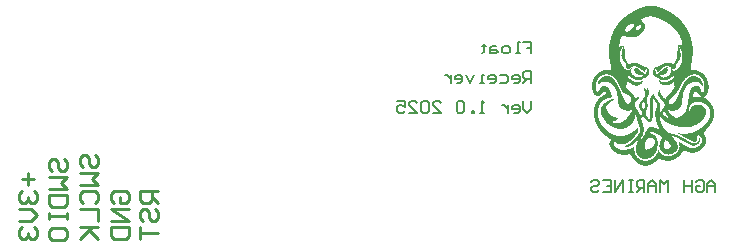
<source format=gbo>
G04*
G04 #@! TF.GenerationSoftware,Altium Limited,Altium Designer,25.8.1 (18)*
G04*
G04 Layer_Color=32896*
%FSLAX44Y44*%
%MOMM*%
G71*
G04*
G04 #@! TF.SameCoordinates,5983EDC3-4ECE-46C9-A552-0EA99BB4F25C*
G04*
G04*
G04 #@! TF.FilePolarity,Positive*
G04*
G01*
G75*
%ADD13C,0.2540*%
%ADD15C,0.1500*%
G36*
X1444331Y579123D02*
X1445177D01*
Y579039D01*
X1445262D01*
Y579123D01*
X1445346D01*
Y579039D01*
X1445939D01*
Y578954D01*
X1446023D01*
Y579039D01*
X1446108D01*
Y578954D01*
X1446531D01*
Y578869D01*
X1446615D01*
Y578954D01*
X1446700D01*
Y578869D01*
X1447039D01*
Y578785D01*
X1447462D01*
Y578700D01*
X1447546D01*
Y578785D01*
X1447631D01*
Y578700D01*
X1447885D01*
Y578615D01*
X1448308D01*
Y578531D01*
X1448646D01*
Y578446D01*
X1448985D01*
Y578362D01*
X1449238D01*
Y578277D01*
X1449577D01*
Y578192D01*
X1449831D01*
Y578108D01*
X1450085D01*
Y578023D01*
X1450338D01*
Y577938D01*
X1450592D01*
Y577854D01*
X1450846D01*
Y577769D01*
X1451015D01*
Y577685D01*
X1451269D01*
Y577600D01*
X1451523D01*
Y577515D01*
X1451692D01*
Y577431D01*
X1451946D01*
Y577346D01*
X1452115D01*
Y577262D01*
X1452285D01*
Y577177D01*
X1452538D01*
Y577092D01*
X1452708D01*
Y577008D01*
X1452877D01*
Y576923D01*
X1453131D01*
Y576838D01*
X1453300D01*
Y576754D01*
X1453469D01*
Y576669D01*
X1453638D01*
Y576585D01*
X1453808D01*
Y576500D01*
X1453977D01*
Y576415D01*
X1454146D01*
Y576331D01*
X1454315D01*
Y576246D01*
X1454485D01*
Y576161D01*
X1454654D01*
Y576077D01*
X1454908D01*
Y575992D01*
X1454992D01*
Y575908D01*
X1455246D01*
Y575823D01*
X1455331D01*
Y575738D01*
X1455500D01*
Y575654D01*
X1455669D01*
Y575569D01*
X1455838D01*
Y575485D01*
X1456008D01*
Y575400D01*
X1456177D01*
Y575315D01*
X1456346D01*
Y575231D01*
X1456515D01*
Y575146D01*
X1456600D01*
Y575061D01*
X1456769D01*
Y574977D01*
X1456938D01*
Y574892D01*
X1457108D01*
Y574808D01*
X1457277D01*
Y574723D01*
X1457362D01*
Y574638D01*
X1457531D01*
Y574554D01*
X1457700D01*
Y574469D01*
X1457869D01*
Y574385D01*
X1457954D01*
Y574300D01*
X1458123D01*
Y574215D01*
X1458292D01*
Y574131D01*
X1458377D01*
Y574046D01*
X1458546D01*
Y573961D01*
X1458715D01*
Y573877D01*
X1458800D01*
Y573792D01*
X1458969D01*
Y573708D01*
X1459138D01*
Y573623D01*
X1459223D01*
Y573539D01*
X1459392D01*
Y573454D01*
X1459477D01*
Y573369D01*
X1459646D01*
Y573285D01*
X1459731D01*
Y573200D01*
X1459900D01*
Y573115D01*
X1460069D01*
Y573031D01*
X1460154D01*
Y572946D01*
X1460238D01*
Y572862D01*
X1460408D01*
Y572777D01*
X1460577D01*
Y572692D01*
X1460661D01*
Y572608D01*
X1460746D01*
Y572523D01*
X1460915D01*
Y572439D01*
X1461000D01*
Y572354D01*
X1461169D01*
Y572269D01*
X1461254D01*
Y572185D01*
X1461423D01*
Y572100D01*
X1461508D01*
Y572015D01*
X1461592D01*
Y571931D01*
X1461761D01*
Y571846D01*
X1461846D01*
Y571762D01*
X1462015D01*
Y571677D01*
X1462100D01*
Y571592D01*
X1462185D01*
Y571508D01*
X1462354D01*
Y571423D01*
X1462439D01*
Y571339D01*
X1462523D01*
Y571254D01*
X1462692D01*
Y571169D01*
X1462777D01*
Y571085D01*
X1462861D01*
Y571000D01*
X1463031D01*
Y570915D01*
X1463115D01*
Y570831D01*
X1463200D01*
Y570746D01*
X1463285D01*
Y570662D01*
X1463454D01*
Y570577D01*
X1463539D01*
Y570492D01*
X1463623D01*
Y570408D01*
X1463708D01*
Y570323D01*
X1463877D01*
Y570238D01*
X1463961D01*
Y570154D01*
X1464046D01*
Y570069D01*
X1464131D01*
Y569985D01*
X1464215D01*
Y569900D01*
X1464385D01*
Y569731D01*
X1464554D01*
Y569646D01*
X1464639D01*
Y569562D01*
X1464723D01*
Y569477D01*
X1464808D01*
Y569392D01*
X1464977D01*
Y569308D01*
X1465061D01*
Y569223D01*
X1465146D01*
Y569138D01*
X1465231D01*
Y569054D01*
X1465315D01*
Y568969D01*
X1465400D01*
Y568885D01*
X1465485D01*
Y568800D01*
X1465569D01*
Y568715D01*
X1465654D01*
Y568631D01*
X1465739D01*
Y568546D01*
X1465908D01*
Y568377D01*
X1466077D01*
Y568292D01*
X1466161D01*
Y568208D01*
X1466246D01*
Y568123D01*
X1466331D01*
Y568038D01*
X1466415D01*
Y567954D01*
X1466500D01*
Y567869D01*
X1466585D01*
Y567785D01*
X1466669D01*
Y567700D01*
X1466754D01*
Y567615D01*
X1466839D01*
Y567531D01*
X1466923D01*
Y567446D01*
X1467008D01*
Y567361D01*
X1467092D01*
Y567277D01*
X1467177D01*
Y567192D01*
X1467262D01*
Y567108D01*
X1467346D01*
Y566939D01*
X1467515D01*
Y566769D01*
X1467685D01*
Y566600D01*
X1467769D01*
Y566515D01*
X1467854D01*
Y566431D01*
X1467939D01*
Y566346D01*
X1468023D01*
Y566261D01*
X1468108D01*
Y566177D01*
X1468192D01*
Y566092D01*
X1468277D01*
Y566008D01*
X1468362D01*
Y565923D01*
X1468446D01*
Y565754D01*
X1468531D01*
Y565669D01*
X1468615D01*
Y565585D01*
X1468700D01*
Y565500D01*
X1468785D01*
Y565415D01*
X1468869D01*
Y565331D01*
X1468954D01*
Y565162D01*
X1469039D01*
Y565077D01*
X1469123D01*
Y564992D01*
X1469208D01*
Y564908D01*
X1469292D01*
Y564823D01*
X1469377D01*
Y564654D01*
X1469462D01*
Y564569D01*
X1469546D01*
Y564485D01*
X1469631D01*
Y564400D01*
X1469715D01*
Y564231D01*
X1469800D01*
Y564146D01*
X1469885D01*
Y564062D01*
X1469969D01*
Y563977D01*
X1470054D01*
Y563808D01*
X1470139D01*
Y563723D01*
X1470223D01*
Y563638D01*
X1470308D01*
Y563469D01*
X1470392D01*
Y563385D01*
X1470477D01*
Y563300D01*
X1470562D01*
Y563131D01*
X1470646D01*
Y563046D01*
X1470731D01*
Y562877D01*
X1470815D01*
Y562792D01*
X1470900D01*
Y562708D01*
X1470985D01*
Y562538D01*
X1471069D01*
Y562454D01*
X1471154D01*
Y562285D01*
X1471239D01*
Y562200D01*
X1471323D01*
Y562031D01*
X1471408D01*
Y561946D01*
X1471492D01*
Y561777D01*
X1471577D01*
Y561692D01*
X1471662D01*
Y561523D01*
X1471746D01*
Y561438D01*
X1471831D01*
Y561269D01*
X1471915D01*
Y561185D01*
X1472000D01*
Y561015D01*
X1472085D01*
Y560846D01*
X1472169D01*
Y560761D01*
X1472254D01*
Y560592D01*
X1472339D01*
Y560423D01*
X1472423D01*
Y560339D01*
X1472508D01*
Y560169D01*
X1472592D01*
Y560000D01*
X1472677D01*
Y559915D01*
X1472762D01*
Y559746D01*
X1472846D01*
Y559577D01*
X1472931D01*
Y559408D01*
X1473015D01*
Y559323D01*
X1473100D01*
Y559154D01*
X1473185D01*
Y558985D01*
X1473269D01*
Y558815D01*
X1473354D01*
Y558646D01*
X1473439D01*
Y558477D01*
X1473523D01*
Y558308D01*
X1473608D01*
Y558139D01*
X1473692D01*
Y557969D01*
X1473777D01*
Y557800D01*
X1473862D01*
Y557631D01*
X1473946D01*
Y557462D01*
X1474031D01*
Y557292D01*
X1474115D01*
Y557123D01*
X1474200D01*
Y556869D01*
X1474285D01*
Y556700D01*
X1474369D01*
Y556531D01*
X1474454D01*
Y556362D01*
X1474539D01*
Y556108D01*
X1474623D01*
Y555938D01*
X1474708D01*
Y555769D01*
X1474792D01*
Y555515D01*
X1474877D01*
Y555346D01*
X1474962D01*
Y555092D01*
X1475046D01*
Y554923D01*
X1475131D01*
Y554669D01*
X1475215D01*
Y554415D01*
X1475300D01*
Y554246D01*
X1475385D01*
Y553992D01*
X1475469D01*
Y553739D01*
X1475554D01*
Y553485D01*
X1475638D01*
Y553231D01*
X1475723D01*
Y552977D01*
X1475808D01*
Y552723D01*
X1475892D01*
Y552469D01*
X1475977D01*
Y552131D01*
X1476062D01*
Y551877D01*
X1476146D01*
Y551623D01*
X1476231D01*
Y551285D01*
X1476315D01*
Y550946D01*
X1476400D01*
Y550692D01*
X1476485D01*
Y550608D01*
X1476400D01*
Y550523D01*
X1476485D01*
Y550354D01*
X1476569D01*
Y550269D01*
X1476485D01*
Y550185D01*
X1476569D01*
Y549931D01*
X1476654D01*
Y549592D01*
X1476738D01*
Y549169D01*
X1476823D01*
Y548831D01*
X1476908D01*
Y548746D01*
X1476823D01*
Y548661D01*
X1476908D01*
Y548408D01*
X1476992D01*
Y547900D01*
X1477077D01*
Y547392D01*
X1477162D01*
Y546969D01*
X1477246D01*
Y546885D01*
X1477162D01*
Y546800D01*
X1477246D01*
Y546377D01*
X1477331D01*
Y546292D01*
X1477246D01*
Y546208D01*
X1477331D01*
Y545785D01*
X1477415D01*
Y545700D01*
X1477331D01*
Y545615D01*
X1477415D01*
Y545108D01*
X1477500D01*
Y545023D01*
X1477415D01*
Y544939D01*
X1477500D01*
Y544262D01*
X1477585D01*
Y544177D01*
X1477500D01*
Y544092D01*
X1477585D01*
Y544008D01*
X1477500D01*
Y543923D01*
X1477585D01*
Y543077D01*
X1477669D01*
Y542992D01*
X1477585D01*
Y542823D01*
X1477669D01*
Y542738D01*
X1477585D01*
Y542654D01*
X1477669D01*
Y542569D01*
X1477585D01*
Y542485D01*
X1477669D01*
Y540115D01*
X1477585D01*
Y540031D01*
X1477669D01*
Y539861D01*
X1477585D01*
Y539777D01*
X1477669D01*
Y539692D01*
X1477585D01*
Y539608D01*
X1477669D01*
Y539523D01*
X1477585D01*
Y539439D01*
X1477669D01*
Y539354D01*
X1477585D01*
Y538254D01*
X1477500D01*
Y538169D01*
X1477585D01*
Y538085D01*
X1477500D01*
Y538000D01*
X1477585D01*
Y537915D01*
X1477500D01*
Y537239D01*
X1477415D01*
Y537154D01*
X1477500D01*
Y537069D01*
X1477415D01*
Y536985D01*
X1477500D01*
Y536900D01*
X1477415D01*
Y536392D01*
X1477331D01*
Y536308D01*
X1477415D01*
Y536223D01*
X1477331D01*
Y535631D01*
X1477246D01*
Y535546D01*
X1477331D01*
Y535462D01*
X1477246D01*
Y534954D01*
X1477162D01*
Y534869D01*
X1477246D01*
Y534785D01*
X1477162D01*
Y534361D01*
X1477077D01*
Y534277D01*
X1477162D01*
Y534192D01*
X1477077D01*
Y533769D01*
X1476992D01*
Y533685D01*
X1477077D01*
Y533600D01*
X1476992D01*
Y533261D01*
X1476908D01*
Y533177D01*
X1476992D01*
Y533092D01*
X1476908D01*
Y532754D01*
X1476823D01*
Y532669D01*
X1476908D01*
Y532585D01*
X1476823D01*
Y532246D01*
X1476738D01*
Y532161D01*
X1476823D01*
Y532077D01*
X1476738D01*
Y531739D01*
X1476654D01*
Y531315D01*
X1476569D01*
Y530892D01*
X1476485D01*
Y530808D01*
X1476569D01*
Y530723D01*
X1476485D01*
Y530469D01*
X1476400D01*
Y530385D01*
X1476485D01*
Y530300D01*
X1476400D01*
Y530046D01*
X1476315D01*
Y529962D01*
X1476400D01*
Y529877D01*
X1476315D01*
Y529623D01*
X1476231D01*
Y529538D01*
X1476315D01*
Y529454D01*
X1476231D01*
Y529115D01*
X1476146D01*
Y528692D01*
X1476062D01*
Y528185D01*
X1475977D01*
Y527677D01*
X1475892D01*
Y527592D01*
X1475977D01*
Y527508D01*
X1475892D01*
Y527085D01*
X1475808D01*
Y527000D01*
X1475892D01*
Y526915D01*
X1475808D01*
Y525731D01*
X1475892D01*
Y525561D01*
X1476062D01*
Y525477D01*
X1476315D01*
Y525392D01*
X1476569D01*
Y525308D01*
X1476908D01*
Y525223D01*
X1476992D01*
Y525308D01*
X1477077D01*
Y525223D01*
X1477331D01*
Y525139D01*
X1477415D01*
Y525223D01*
X1477500D01*
Y525139D01*
X1477838D01*
Y525054D01*
X1477923D01*
Y525139D01*
X1478008D01*
Y525054D01*
X1478431D01*
Y524969D01*
X1478515D01*
Y525054D01*
X1478600D01*
Y524969D01*
X1479192D01*
Y524885D01*
X1479700D01*
Y524800D01*
X1479785D01*
Y524885D01*
X1479869D01*
Y524800D01*
X1480208D01*
Y524715D01*
X1480631D01*
Y524631D01*
X1480969D01*
Y524546D01*
X1481308D01*
Y524462D01*
X1481562D01*
Y524377D01*
X1481815D01*
Y524292D01*
X1482069D01*
Y524208D01*
X1482323D01*
Y524123D01*
X1482577D01*
Y524039D01*
X1482746D01*
Y523954D01*
X1483000D01*
Y523869D01*
X1483169D01*
Y523785D01*
X1483338D01*
Y523700D01*
X1483508D01*
Y523615D01*
X1483677D01*
Y523531D01*
X1483846D01*
Y523446D01*
X1484015D01*
Y523362D01*
X1484185D01*
Y523277D01*
X1484354D01*
Y523192D01*
X1484438D01*
Y523108D01*
X1484608D01*
Y523023D01*
X1484777D01*
Y522938D01*
X1484861D01*
Y522854D01*
X1485031D01*
Y522769D01*
X1485115D01*
Y522685D01*
X1485285D01*
Y522600D01*
X1485369D01*
Y522515D01*
X1485454D01*
Y522431D01*
X1485623D01*
Y522346D01*
X1485708D01*
Y522262D01*
X1485792D01*
Y522177D01*
X1485877D01*
Y522092D01*
X1486046D01*
Y522008D01*
X1486131D01*
Y521923D01*
X1486215D01*
Y521838D01*
X1486300D01*
Y521754D01*
X1486385D01*
Y521669D01*
X1486469D01*
Y521585D01*
X1486638D01*
Y521415D01*
X1486808D01*
Y521246D01*
X1486977D01*
Y521077D01*
X1487061D01*
Y520992D01*
X1487146D01*
Y520908D01*
X1487231D01*
Y520823D01*
X1487315D01*
Y520738D01*
X1487400D01*
Y520654D01*
X1487485D01*
Y520569D01*
X1487569D01*
Y520485D01*
X1487654D01*
Y520315D01*
X1487738D01*
Y520231D01*
X1487823D01*
Y520146D01*
X1487908D01*
Y520061D01*
X1487992D01*
Y519892D01*
X1488077D01*
Y519808D01*
X1488161D01*
Y519723D01*
X1488246D01*
Y519554D01*
X1488331D01*
Y519469D01*
X1488415D01*
Y519300D01*
X1488500D01*
Y519215D01*
X1488585D01*
Y519046D01*
X1488669D01*
Y518961D01*
X1488754D01*
Y518792D01*
X1488839D01*
Y518708D01*
X1488923D01*
Y518539D01*
X1489008D01*
Y518369D01*
X1489092D01*
Y518285D01*
X1489177D01*
Y518031D01*
X1489261D01*
Y517946D01*
X1489346D01*
Y517777D01*
X1489431D01*
Y517608D01*
X1489515D01*
Y517439D01*
X1489600D01*
Y517269D01*
X1489685D01*
Y517100D01*
X1489769D01*
Y516931D01*
X1489854D01*
Y516677D01*
X1489939D01*
Y516508D01*
X1490023D01*
Y516339D01*
X1490108D01*
Y516085D01*
X1490192D01*
Y515831D01*
X1490277D01*
Y515662D01*
X1490361D01*
Y515408D01*
X1490446D01*
Y515069D01*
X1490531D01*
Y514815D01*
X1490615D01*
Y514477D01*
X1490700D01*
Y514138D01*
X1490785D01*
Y513800D01*
X1490869D01*
Y513715D01*
X1490785D01*
Y513631D01*
X1490869D01*
Y513292D01*
X1490954D01*
Y512700D01*
X1491039D01*
Y512615D01*
X1490954D01*
Y512531D01*
X1491039D01*
Y511685D01*
X1491123D01*
Y511600D01*
X1491039D01*
Y511431D01*
X1491123D01*
Y511346D01*
X1491039D01*
Y511261D01*
X1491123D01*
Y511177D01*
X1491039D01*
Y511092D01*
X1491123D01*
Y511008D01*
X1491039D01*
Y510923D01*
X1491123D01*
Y510839D01*
X1491039D01*
Y510754D01*
X1491123D01*
Y510669D01*
X1491039D01*
Y510500D01*
X1491123D01*
Y510415D01*
X1491039D01*
Y509485D01*
X1490954D01*
Y509400D01*
X1491039D01*
Y509315D01*
X1490954D01*
Y508638D01*
X1490869D01*
Y508046D01*
X1490785D01*
Y507538D01*
X1490700D01*
Y507454D01*
X1490785D01*
Y507369D01*
X1490700D01*
Y507031D01*
X1490615D01*
Y506608D01*
X1490531D01*
Y506185D01*
X1490446D01*
Y505931D01*
X1490361D01*
Y505592D01*
X1490277D01*
Y505423D01*
X1490192D01*
Y505254D01*
X1490108D01*
Y505085D01*
X1490023D01*
Y504915D01*
X1489939D01*
Y504746D01*
X1489854D01*
Y504662D01*
X1489769D01*
Y504577D01*
X1489685D01*
Y504408D01*
X1489600D01*
Y504323D01*
X1489515D01*
Y504239D01*
X1489431D01*
Y504154D01*
X1489346D01*
Y504069D01*
X1489261D01*
Y503900D01*
X1489092D01*
Y503731D01*
X1489008D01*
Y503646D01*
X1488923D01*
Y503562D01*
X1488839D01*
Y503477D01*
X1488754D01*
Y503392D01*
X1488669D01*
Y503308D01*
X1488585D01*
Y503223D01*
X1488500D01*
Y503139D01*
X1488415D01*
Y503054D01*
X1488331D01*
Y502969D01*
X1488246D01*
Y502885D01*
X1488161D01*
Y502800D01*
X1488077D01*
Y502715D01*
X1487992D01*
Y502631D01*
X1487823D01*
Y502462D01*
X1487654D01*
Y502292D01*
X1487485D01*
Y502123D01*
X1487315D01*
Y502038D01*
X1487231D01*
Y501869D01*
X1487315D01*
Y501785D01*
X1487400D01*
Y501700D01*
X1487569D01*
Y501615D01*
X1487654D01*
Y501531D01*
X1487823D01*
Y501446D01*
X1487908D01*
Y501362D01*
X1488077D01*
Y501277D01*
X1488161D01*
Y501192D01*
X1488246D01*
Y501108D01*
X1488415D01*
Y501023D01*
X1488500D01*
Y500938D01*
X1488669D01*
Y500854D01*
X1488754D01*
Y500769D01*
X1488839D01*
Y500685D01*
X1488923D01*
Y500600D01*
X1489008D01*
Y500515D01*
X1489177D01*
Y500431D01*
X1489261D01*
Y500346D01*
X1489346D01*
Y500261D01*
X1489431D01*
Y500177D01*
X1489515D01*
Y500092D01*
X1489600D01*
Y500008D01*
X1489685D01*
Y499923D01*
X1489769D01*
Y499838D01*
X1489854D01*
Y499754D01*
X1489939D01*
Y499669D01*
X1490023D01*
Y499585D01*
X1490108D01*
Y499500D01*
X1490192D01*
Y499415D01*
X1490277D01*
Y499331D01*
X1490361D01*
Y499246D01*
X1490446D01*
Y499161D01*
X1490531D01*
Y499077D01*
X1490615D01*
Y498992D01*
X1490700D01*
Y498908D01*
X1490785D01*
Y498823D01*
X1490869D01*
Y498739D01*
X1490954D01*
Y498654D01*
X1491039D01*
Y498569D01*
X1491123D01*
Y498485D01*
X1491208D01*
Y498400D01*
X1491292D01*
Y498315D01*
X1491377D01*
Y498146D01*
X1491461D01*
Y498061D01*
X1491546D01*
Y497977D01*
X1491631D01*
Y497892D01*
X1491715D01*
Y497808D01*
X1491800D01*
Y497723D01*
X1491885D01*
Y497639D01*
X1491969D01*
Y497469D01*
X1492139D01*
Y497300D01*
X1492223D01*
Y497215D01*
X1492308D01*
Y497131D01*
X1492392D01*
Y497046D01*
X1492477D01*
Y496877D01*
X1492561D01*
Y496792D01*
X1492646D01*
Y496708D01*
X1492731D01*
Y496623D01*
X1492815D01*
Y496454D01*
X1492900D01*
Y496369D01*
X1492985D01*
Y496285D01*
X1493069D01*
Y496200D01*
X1493154D01*
Y496031D01*
X1493239D01*
Y495946D01*
X1493323D01*
Y495862D01*
X1493408D01*
Y495692D01*
X1493492D01*
Y495608D01*
X1493577D01*
Y495523D01*
X1493661D01*
Y495354D01*
X1493746D01*
Y495269D01*
X1493831D01*
Y495100D01*
X1493915D01*
Y495015D01*
X1494000D01*
Y494846D01*
X1494085D01*
Y494762D01*
X1494169D01*
Y494592D01*
X1494254D01*
Y494508D01*
X1494339D01*
Y494338D01*
X1494423D01*
Y494169D01*
X1494508D01*
Y494000D01*
X1494592D01*
Y493831D01*
X1494677D01*
Y493661D01*
X1494762D01*
Y493492D01*
X1494846D01*
Y493323D01*
X1494931D01*
Y493069D01*
X1495015D01*
Y492900D01*
X1495100D01*
Y492646D01*
X1495185D01*
Y492392D01*
X1495269D01*
Y492054D01*
X1495354D01*
Y491631D01*
X1495439D01*
Y491546D01*
X1495354D01*
Y491462D01*
X1495439D01*
Y490869D01*
X1495523D01*
Y490785D01*
X1495439D01*
Y490700D01*
X1495523D01*
Y490615D01*
X1495439D01*
Y490531D01*
X1495523D01*
Y490362D01*
X1495439D01*
Y490277D01*
X1495523D01*
Y487992D01*
X1495439D01*
Y487908D01*
X1495523D01*
Y487654D01*
X1495439D01*
Y487569D01*
X1495523D01*
Y487485D01*
X1495439D01*
Y487400D01*
X1495523D01*
Y487315D01*
X1495439D01*
Y487231D01*
X1495523D01*
Y487146D01*
X1495439D01*
Y487062D01*
X1495523D01*
Y486977D01*
X1495439D01*
Y485961D01*
X1495354D01*
Y485877D01*
X1495439D01*
Y485792D01*
X1495354D01*
Y485115D01*
X1495269D01*
Y485031D01*
X1495354D01*
Y484946D01*
X1495269D01*
Y484523D01*
X1495185D01*
Y484015D01*
X1495100D01*
Y483677D01*
X1495015D01*
Y483592D01*
X1495100D01*
Y483508D01*
X1495015D01*
Y483339D01*
X1494931D01*
Y483254D01*
X1495015D01*
Y483169D01*
X1494931D01*
Y483000D01*
X1494846D01*
Y482746D01*
X1494762D01*
Y482492D01*
X1494677D01*
Y482239D01*
X1494592D01*
Y481985D01*
X1494508D01*
Y481815D01*
X1494423D01*
Y481646D01*
X1494339D01*
Y481477D01*
X1494254D01*
Y481308D01*
X1494169D01*
Y481138D01*
X1494085D01*
Y480969D01*
X1494000D01*
Y480885D01*
X1493915D01*
Y480715D01*
X1493831D01*
Y480546D01*
X1493746D01*
Y480462D01*
X1493661D01*
Y480292D01*
X1493577D01*
Y480208D01*
X1493492D01*
Y480123D01*
X1493408D01*
Y479954D01*
X1493323D01*
Y479869D01*
X1493239D01*
Y479785D01*
X1493154D01*
Y479615D01*
X1493069D01*
Y479531D01*
X1492985D01*
Y479446D01*
X1492900D01*
Y479277D01*
X1492815D01*
Y479192D01*
X1492731D01*
Y479108D01*
X1492646D01*
Y478938D01*
X1492561D01*
Y478854D01*
X1492477D01*
Y478685D01*
X1492392D01*
Y478515D01*
X1492308D01*
Y478431D01*
X1492223D01*
Y478177D01*
X1492139D01*
Y478008D01*
X1492054D01*
Y477923D01*
X1491969D01*
Y477754D01*
X1491885D01*
Y477669D01*
X1491800D01*
Y477585D01*
X1491715D01*
Y477500D01*
X1491631D01*
Y477331D01*
X1491546D01*
Y477246D01*
X1491461D01*
Y477162D01*
X1491377D01*
Y477077D01*
X1491292D01*
Y476908D01*
X1491208D01*
Y476823D01*
X1491123D01*
Y476739D01*
X1491039D01*
Y476654D01*
X1490954D01*
Y476569D01*
X1490869D01*
Y476485D01*
X1490785D01*
Y476315D01*
X1490700D01*
Y476231D01*
X1490615D01*
Y476146D01*
X1490531D01*
Y476062D01*
X1490446D01*
Y475977D01*
X1490361D01*
Y475892D01*
X1490277D01*
Y475723D01*
X1490108D01*
Y475554D01*
X1490023D01*
Y475469D01*
X1489939D01*
Y475385D01*
X1489854D01*
Y475300D01*
X1489769D01*
Y475215D01*
X1489685D01*
Y475131D01*
X1489600D01*
Y475046D01*
X1489515D01*
Y474877D01*
X1489346D01*
Y474708D01*
X1489261D01*
Y474623D01*
X1489177D01*
Y474538D01*
X1489092D01*
Y474454D01*
X1489008D01*
Y474369D01*
X1488923D01*
Y474285D01*
X1488839D01*
Y474200D01*
X1488754D01*
Y474115D01*
X1488669D01*
Y473946D01*
X1488500D01*
Y473777D01*
X1488415D01*
Y473692D01*
X1488331D01*
Y473608D01*
X1488246D01*
Y473523D01*
X1488161D01*
Y473438D01*
X1488077D01*
Y473354D01*
X1487992D01*
Y473269D01*
X1487908D01*
Y473185D01*
X1487823D01*
Y473015D01*
X1487654D01*
Y472846D01*
X1487569D01*
Y472761D01*
X1487485D01*
Y472677D01*
X1487400D01*
Y472592D01*
X1487315D01*
Y472508D01*
X1487231D01*
Y472423D01*
X1487146D01*
Y472338D01*
X1487061D01*
Y472254D01*
X1486977D01*
Y472085D01*
X1486808D01*
Y471915D01*
X1486723D01*
Y471831D01*
X1486638D01*
Y471746D01*
X1486554D01*
Y471577D01*
X1486638D01*
Y471492D01*
X1486723D01*
Y471323D01*
X1486808D01*
Y471154D01*
X1486892D01*
Y470985D01*
X1486977D01*
Y470900D01*
X1487061D01*
Y470731D01*
X1487146D01*
Y470561D01*
X1487231D01*
Y470392D01*
X1487315D01*
Y470223D01*
X1487400D01*
Y470139D01*
X1487485D01*
Y469969D01*
X1487569D01*
Y469800D01*
X1487654D01*
Y469631D01*
X1487738D01*
Y469462D01*
X1487823D01*
Y469292D01*
X1487908D01*
Y469208D01*
X1487992D01*
Y468954D01*
X1488077D01*
Y468869D01*
X1488161D01*
Y468615D01*
X1488246D01*
Y468531D01*
X1488331D01*
Y468277D01*
X1488415D01*
Y468108D01*
X1488500D01*
Y467854D01*
X1488585D01*
Y467600D01*
X1488669D01*
Y467346D01*
X1488754D01*
Y467092D01*
X1488839D01*
Y466754D01*
X1488923D01*
Y466415D01*
X1489008D01*
Y466331D01*
X1488923D01*
Y466246D01*
X1489008D01*
Y465823D01*
X1489092D01*
Y465738D01*
X1489008D01*
Y465654D01*
X1489092D01*
Y464554D01*
X1489008D01*
Y464469D01*
X1489092D01*
Y464385D01*
X1489008D01*
Y464300D01*
X1489092D01*
Y464215D01*
X1489008D01*
Y463877D01*
X1488923D01*
Y463792D01*
X1489008D01*
Y463708D01*
X1488923D01*
Y463454D01*
X1488839D01*
Y463115D01*
X1488754D01*
Y462862D01*
X1488669D01*
Y462608D01*
X1488585D01*
Y462354D01*
X1488500D01*
Y462185D01*
X1488415D01*
Y462015D01*
X1488331D01*
Y461762D01*
X1488246D01*
Y461677D01*
X1488161D01*
Y461508D01*
X1488077D01*
Y461339D01*
X1487992D01*
Y461169D01*
X1487908D01*
Y461085D01*
X1487823D01*
Y460915D01*
X1487738D01*
Y460746D01*
X1487654D01*
Y460662D01*
X1487569D01*
Y460492D01*
X1487485D01*
Y460408D01*
X1487400D01*
Y460323D01*
X1487315D01*
Y460154D01*
X1487231D01*
Y460069D01*
X1487146D01*
Y459985D01*
X1487061D01*
Y459815D01*
X1486977D01*
Y459731D01*
X1486892D01*
Y459646D01*
X1486808D01*
Y459562D01*
X1486723D01*
Y459477D01*
X1486638D01*
Y459308D01*
X1486554D01*
Y459223D01*
X1486469D01*
Y459138D01*
X1486385D01*
Y459054D01*
X1486300D01*
Y458969D01*
X1486215D01*
Y458885D01*
X1486131D01*
Y458800D01*
X1486046D01*
Y458715D01*
X1485961D01*
Y458631D01*
X1485877D01*
Y458546D01*
X1485792D01*
Y458461D01*
X1485708D01*
Y458377D01*
X1485623D01*
Y458292D01*
X1485538D01*
Y458208D01*
X1485454D01*
Y458123D01*
X1485369D01*
Y458038D01*
X1485285D01*
Y457954D01*
X1485115D01*
Y457869D01*
X1485031D01*
Y457785D01*
X1484946D01*
Y457700D01*
X1484861D01*
Y457615D01*
X1484777D01*
Y457531D01*
X1484608D01*
Y457446D01*
X1484523D01*
Y457361D01*
X1484438D01*
Y457277D01*
X1484269D01*
Y457192D01*
X1484185D01*
Y457108D01*
X1484015D01*
Y457023D01*
X1483931D01*
Y456939D01*
X1483761D01*
Y456854D01*
X1483677D01*
Y456769D01*
X1483508D01*
Y456685D01*
X1483423D01*
Y456600D01*
X1483254D01*
Y456515D01*
X1483085D01*
Y456431D01*
X1482915D01*
Y456346D01*
X1482746D01*
Y456261D01*
X1482577D01*
Y456177D01*
X1482408D01*
Y456092D01*
X1482238D01*
Y456008D01*
X1482069D01*
Y455923D01*
X1481900D01*
Y455839D01*
X1481646D01*
Y455754D01*
X1481477D01*
Y455669D01*
X1481223D01*
Y455585D01*
X1480969D01*
Y455500D01*
X1480715D01*
Y455415D01*
X1480461D01*
Y455331D01*
X1480123D01*
Y455246D01*
X1479869D01*
Y455162D01*
X1479785D01*
Y455246D01*
X1479700D01*
Y455162D01*
X1479446D01*
Y455077D01*
X1479362D01*
Y455162D01*
X1479277D01*
Y455077D01*
X1478854D01*
Y454992D01*
X1478769D01*
Y455077D01*
X1478685D01*
Y454992D01*
X1478008D01*
Y454908D01*
X1477923D01*
Y454992D01*
X1477754D01*
Y454908D01*
X1477669D01*
Y454992D01*
X1477585D01*
Y454908D01*
X1477500D01*
Y454992D01*
X1477415D01*
Y454908D01*
X1477331D01*
Y454992D01*
X1477246D01*
Y454908D01*
X1477162D01*
Y454992D01*
X1477077D01*
Y454908D01*
X1476992D01*
Y454992D01*
X1476908D01*
Y454908D01*
X1476823D01*
Y454992D01*
X1476146D01*
Y455077D01*
X1476062D01*
Y454992D01*
X1475977D01*
Y455077D01*
X1475554D01*
Y455162D01*
X1475469D01*
Y455077D01*
X1475385D01*
Y455162D01*
X1474962D01*
Y455246D01*
X1474708D01*
Y455331D01*
X1474623D01*
Y455246D01*
X1474539D01*
Y455331D01*
X1474285D01*
Y455415D01*
X1473946D01*
Y455500D01*
X1473692D01*
Y455585D01*
X1473439D01*
Y455669D01*
X1473185D01*
Y455754D01*
X1473015D01*
Y455839D01*
X1472762D01*
Y455923D01*
X1472592D01*
Y456008D01*
X1472423D01*
Y456092D01*
X1472169D01*
Y456177D01*
X1472000D01*
Y456261D01*
X1471831D01*
Y456346D01*
X1471577D01*
Y456431D01*
X1471323D01*
Y456515D01*
X1471154D01*
Y456600D01*
X1470900D01*
Y456685D01*
X1470646D01*
Y456769D01*
X1470477D01*
Y456854D01*
X1470139D01*
Y456939D01*
X1469885D01*
Y456854D01*
X1469800D01*
Y456769D01*
X1469715D01*
Y456685D01*
X1469631D01*
Y456600D01*
X1469546D01*
Y456515D01*
X1469462D01*
Y456431D01*
X1469377D01*
Y456346D01*
X1469292D01*
Y456177D01*
X1469208D01*
Y456092D01*
X1469123D01*
Y456008D01*
X1469039D01*
Y455923D01*
X1468954D01*
Y455754D01*
X1468869D01*
Y455669D01*
X1468785D01*
Y455500D01*
X1468700D01*
Y455415D01*
X1468615D01*
Y455246D01*
X1468531D01*
Y455162D01*
X1468446D01*
Y454992D01*
X1468362D01*
Y454908D01*
X1468277D01*
Y454739D01*
X1468192D01*
Y454654D01*
X1468108D01*
Y454485D01*
X1468023D01*
Y454400D01*
X1467939D01*
Y454315D01*
X1467854D01*
Y454146D01*
X1467769D01*
Y454062D01*
X1467685D01*
Y453892D01*
X1467600D01*
Y453808D01*
X1467515D01*
Y453723D01*
X1467431D01*
Y453638D01*
X1467346D01*
Y453469D01*
X1467262D01*
Y453385D01*
X1467177D01*
Y453300D01*
X1467092D01*
Y453215D01*
X1467008D01*
Y453046D01*
X1466923D01*
Y452962D01*
X1466839D01*
Y452877D01*
X1466754D01*
Y452792D01*
X1466669D01*
Y452708D01*
X1466585D01*
Y452623D01*
X1466500D01*
Y452538D01*
X1466415D01*
Y452454D01*
X1466331D01*
Y452369D01*
X1466246D01*
Y452285D01*
X1466161D01*
Y452200D01*
X1466077D01*
Y452115D01*
X1465992D01*
Y452031D01*
X1465908D01*
Y451946D01*
X1465823D01*
Y451862D01*
X1465739D01*
Y451777D01*
X1465654D01*
Y451692D01*
X1465569D01*
Y451608D01*
X1465485D01*
Y451523D01*
X1465315D01*
Y451354D01*
X1465146D01*
Y451269D01*
X1465061D01*
Y451185D01*
X1464977D01*
Y451100D01*
X1464808D01*
Y451015D01*
X1464723D01*
Y450931D01*
X1464639D01*
Y450846D01*
X1464554D01*
Y450762D01*
X1464385D01*
Y450677D01*
X1464300D01*
Y450592D01*
X1464215D01*
Y450508D01*
X1464046D01*
Y450423D01*
X1463961D01*
Y450339D01*
X1463792D01*
Y450254D01*
X1463708D01*
Y450169D01*
X1463539D01*
Y450085D01*
X1463369D01*
Y450000D01*
X1463285D01*
Y449915D01*
X1463115D01*
Y449831D01*
X1462946D01*
Y449746D01*
X1462777D01*
Y449662D01*
X1462608D01*
Y449577D01*
X1462439D01*
Y449492D01*
X1462269D01*
Y449408D01*
X1462100D01*
Y449323D01*
X1461931D01*
Y449239D01*
X1461761D01*
Y449154D01*
X1461508D01*
Y449069D01*
X1461339D01*
Y448985D01*
X1461085D01*
Y448900D01*
X1460831D01*
Y448815D01*
X1460577D01*
Y448731D01*
X1460323D01*
Y448646D01*
X1459985D01*
Y448562D01*
X1459731D01*
Y448477D01*
X1459308D01*
Y448392D01*
X1458885D01*
Y448308D01*
X1458461D01*
Y448223D01*
X1458377D01*
Y448308D01*
X1458292D01*
Y448223D01*
X1457615D01*
Y448139D01*
X1457531D01*
Y448223D01*
X1457446D01*
Y448139D01*
X1457362D01*
Y448223D01*
X1457277D01*
Y448139D01*
X1457108D01*
Y448223D01*
X1457023D01*
Y448139D01*
X1456262D01*
Y448223D01*
X1456177D01*
Y448139D01*
X1456008D01*
Y448223D01*
X1455923D01*
Y448139D01*
X1455838D01*
Y448223D01*
X1455754D01*
Y448139D01*
X1455669D01*
Y448223D01*
X1455077D01*
Y448308D01*
X1454992D01*
Y448223D01*
X1454908D01*
Y448308D01*
X1454485D01*
Y448392D01*
X1454400D01*
Y448308D01*
X1454315D01*
Y448392D01*
X1454062D01*
Y448477D01*
X1453977D01*
Y448392D01*
X1453892D01*
Y448477D01*
X1453554D01*
Y448562D01*
X1453215D01*
Y448646D01*
X1452877D01*
Y448731D01*
X1452623D01*
Y448815D01*
X1452369D01*
Y448900D01*
X1452115D01*
Y448985D01*
X1451862D01*
Y449069D01*
X1451608D01*
Y449154D01*
X1451354D01*
Y449239D01*
X1451100D01*
Y449323D01*
X1450846D01*
Y449408D01*
X1450592D01*
Y449492D01*
X1450254D01*
Y449577D01*
X1449662D01*
Y449662D01*
X1449577D01*
Y449577D01*
X1449492D01*
Y449662D01*
X1449408D01*
Y449577D01*
X1449069D01*
Y449492D01*
X1448815D01*
Y449408D01*
X1448646D01*
Y449323D01*
X1448562D01*
Y449239D01*
X1448392D01*
Y449154D01*
X1448223D01*
Y449069D01*
X1448138D01*
Y448985D01*
X1448054D01*
Y448900D01*
X1447885D01*
Y448815D01*
X1447800D01*
Y448731D01*
X1447715D01*
Y448646D01*
X1447546D01*
Y448562D01*
X1447462D01*
Y448477D01*
X1447377D01*
Y448392D01*
X1447292D01*
Y448308D01*
X1447208D01*
Y448223D01*
X1447039D01*
Y448139D01*
X1446954D01*
Y448054D01*
X1446869D01*
Y447969D01*
X1446785D01*
Y447885D01*
X1446700D01*
Y447800D01*
X1446531D01*
Y447715D01*
X1446446D01*
Y447631D01*
X1446362D01*
Y447546D01*
X1446277D01*
Y447462D01*
X1446108D01*
Y447377D01*
X1446023D01*
Y447292D01*
X1445939D01*
Y447208D01*
X1445769D01*
Y447123D01*
X1445685D01*
Y447038D01*
X1445600D01*
Y446954D01*
X1445431D01*
Y446869D01*
X1445346D01*
Y446785D01*
X1445177D01*
Y446700D01*
X1445092D01*
Y446615D01*
X1444923D01*
Y446531D01*
X1444839D01*
Y446446D01*
X1444669D01*
Y446362D01*
X1444585D01*
Y446277D01*
X1444415D01*
Y446192D01*
X1444331D01*
Y446108D01*
X1444162D01*
Y446023D01*
X1443992D01*
Y445938D01*
X1443823D01*
Y445854D01*
X1443739D01*
Y445769D01*
X1443569D01*
Y445685D01*
X1443400D01*
Y445600D01*
X1443231D01*
Y445515D01*
X1443146D01*
Y445431D01*
X1442977D01*
Y445346D01*
X1442808D01*
Y445261D01*
X1442639D01*
Y445177D01*
X1442469D01*
Y445092D01*
X1442215D01*
Y445008D01*
X1442046D01*
Y444923D01*
X1441877D01*
Y444838D01*
X1441623D01*
Y444754D01*
X1441454D01*
Y444669D01*
X1441285D01*
Y444585D01*
X1441031D01*
Y444500D01*
X1440777D01*
Y444415D01*
X1440439D01*
Y444331D01*
X1440100D01*
Y444246D01*
X1439762D01*
Y444161D01*
X1439677D01*
Y444246D01*
X1439592D01*
Y444161D01*
X1438831D01*
Y444077D01*
X1438746D01*
Y444161D01*
X1438661D01*
Y444077D01*
X1438577D01*
Y444161D01*
X1438492D01*
Y444077D01*
X1438408D01*
Y444161D01*
X1438323D01*
Y444077D01*
X1438154D01*
Y444161D01*
X1438069D01*
Y444077D01*
X1437223D01*
Y444161D01*
X1437139D01*
Y444077D01*
X1437054D01*
Y444161D01*
X1436969D01*
Y444077D01*
X1436885D01*
Y444161D01*
X1436800D01*
Y444077D01*
X1436715D01*
Y444161D01*
X1435869D01*
Y444246D01*
X1435785D01*
Y444161D01*
X1435700D01*
Y444246D01*
X1435192D01*
Y444331D01*
X1434769D01*
Y444415D01*
X1434431D01*
Y444500D01*
X1434092D01*
Y444585D01*
X1433839D01*
Y444669D01*
X1433585D01*
Y444754D01*
X1433415D01*
Y444838D01*
X1433161D01*
Y444923D01*
X1433077D01*
Y445008D01*
X1432823D01*
Y445092D01*
X1432654D01*
Y445177D01*
X1432569D01*
Y445261D01*
X1432400D01*
Y445346D01*
X1432315D01*
Y445431D01*
X1432146D01*
Y445515D01*
X1431977D01*
Y445600D01*
X1431892D01*
Y445685D01*
X1431808D01*
Y445769D01*
X1431638D01*
Y445854D01*
X1431554D01*
Y445938D01*
X1431385D01*
Y446023D01*
X1431300D01*
Y446108D01*
X1431215D01*
Y446192D01*
X1431046D01*
Y446277D01*
X1430962D01*
Y446362D01*
X1430877D01*
Y446446D01*
X1430792D01*
Y446531D01*
X1430623D01*
Y446615D01*
X1430538D01*
Y446700D01*
X1430454D01*
Y446785D01*
X1430369D01*
Y446869D01*
X1430285D01*
Y446954D01*
X1430115D01*
Y447123D01*
X1429946D01*
Y447208D01*
X1429862D01*
Y447292D01*
X1429777D01*
Y447377D01*
X1429692D01*
Y447462D01*
X1429608D01*
Y447546D01*
X1429523D01*
Y447631D01*
X1429438D01*
Y447715D01*
X1429354D01*
Y447800D01*
X1429269D01*
Y447885D01*
X1429185D01*
Y447969D01*
X1429100D01*
Y448054D01*
X1428931D01*
Y448223D01*
X1428846D01*
Y448308D01*
X1428762D01*
Y448392D01*
X1428677D01*
Y448477D01*
X1428592D01*
Y448562D01*
X1428508D01*
Y448646D01*
X1428423D01*
Y448731D01*
X1428338D01*
Y448815D01*
X1428254D01*
Y448900D01*
X1428169D01*
Y448985D01*
X1428085D01*
Y449069D01*
X1428000D01*
Y449239D01*
X1427831D01*
Y449408D01*
X1427746D01*
Y449492D01*
X1427662D01*
Y449577D01*
X1427577D01*
Y449662D01*
X1427492D01*
Y449746D01*
X1427408D01*
Y449915D01*
X1427323D01*
Y450000D01*
X1427238D01*
Y450085D01*
X1427154D01*
Y450169D01*
X1427069D01*
Y450339D01*
X1426985D01*
Y450423D01*
X1426900D01*
Y450508D01*
X1426815D01*
Y450677D01*
X1426731D01*
Y450762D01*
X1426646D01*
Y450846D01*
X1426562D01*
Y451015D01*
X1426477D01*
Y451100D01*
X1426392D01*
Y451269D01*
X1426308D01*
Y451354D01*
X1426223D01*
Y451523D01*
X1426138D01*
Y451608D01*
X1426054D01*
Y451777D01*
X1425969D01*
Y451946D01*
X1425885D01*
Y452031D01*
X1425800D01*
Y452200D01*
X1425715D01*
Y452285D01*
X1425631D01*
Y452454D01*
X1425546D01*
Y452538D01*
X1425461D01*
Y452708D01*
X1425377D01*
Y452792D01*
X1425292D01*
Y452962D01*
X1425208D01*
Y453046D01*
X1425123D01*
Y453215D01*
X1425038D01*
Y453300D01*
X1424954D01*
Y453385D01*
X1424869D01*
Y453469D01*
X1424785D01*
Y453638D01*
X1424700D01*
Y453723D01*
X1424615D01*
Y453808D01*
X1424531D01*
Y453723D01*
X1424023D01*
Y453638D01*
X1423938D01*
Y453723D01*
X1423854D01*
Y453638D01*
X1423262D01*
Y453554D01*
X1422669D01*
Y453469D01*
X1422162D01*
Y453385D01*
X1422077D01*
Y453469D01*
X1421992D01*
Y453385D01*
X1421569D01*
Y453300D01*
X1421485D01*
Y453385D01*
X1421400D01*
Y453300D01*
X1420638D01*
Y453215D01*
X1420554D01*
Y453300D01*
X1420469D01*
Y453215D01*
X1420385D01*
Y453300D01*
X1420300D01*
Y453215D01*
X1418692D01*
Y453300D01*
X1418608D01*
Y453215D01*
X1418523D01*
Y453300D01*
X1418439D01*
Y453215D01*
X1418354D01*
Y453300D01*
X1417762D01*
Y453385D01*
X1417677D01*
Y453300D01*
X1417592D01*
Y453385D01*
X1417085D01*
Y453469D01*
X1416662D01*
Y453554D01*
X1416239D01*
Y453638D01*
X1415900D01*
Y453723D01*
X1415562D01*
Y453808D01*
X1415308D01*
Y453892D01*
X1415054D01*
Y453977D01*
X1414800D01*
Y454062D01*
X1414631D01*
Y454146D01*
X1414377D01*
Y454231D01*
X1414208D01*
Y454315D01*
X1413954D01*
Y454400D01*
X1413785D01*
Y454485D01*
X1413615D01*
Y454569D01*
X1413446D01*
Y454654D01*
X1413277D01*
Y454739D01*
X1413108D01*
Y454823D01*
X1412939D01*
Y454908D01*
X1412769D01*
Y454992D01*
X1412685D01*
Y455077D01*
X1412515D01*
Y455162D01*
X1412346D01*
Y455246D01*
X1412262D01*
Y455331D01*
X1412092D01*
Y455415D01*
X1412008D01*
Y455500D01*
X1411839D01*
Y455585D01*
X1411754D01*
Y455669D01*
X1411669D01*
Y455754D01*
X1411500D01*
Y455839D01*
X1411415D01*
Y455923D01*
X1411331D01*
Y456008D01*
X1411161D01*
Y456092D01*
X1411077D01*
Y456177D01*
X1410992D01*
Y456261D01*
X1410908D01*
Y456346D01*
X1410739D01*
Y456515D01*
X1410569D01*
Y456600D01*
X1410485D01*
Y456685D01*
X1410400D01*
Y456769D01*
X1410315D01*
Y456854D01*
X1410231D01*
Y456939D01*
X1410146D01*
Y457023D01*
X1410061D01*
Y457108D01*
X1409977D01*
Y457192D01*
X1409892D01*
Y457277D01*
X1409808D01*
Y457361D01*
X1409723D01*
Y457446D01*
X1409639D01*
Y457531D01*
X1409554D01*
Y457615D01*
X1409469D01*
Y457785D01*
X1409385D01*
Y457869D01*
X1409300D01*
Y457954D01*
X1409215D01*
Y458038D01*
X1409131D01*
Y458123D01*
X1409046D01*
Y458292D01*
X1408961D01*
Y458377D01*
X1408877D01*
Y458461D01*
X1408792D01*
Y458631D01*
X1408708D01*
Y458715D01*
X1408623D01*
Y458885D01*
X1408539D01*
Y458969D01*
X1408454D01*
Y459054D01*
X1408369D01*
Y459223D01*
X1408285D01*
Y459392D01*
X1408200D01*
Y459477D01*
X1408115D01*
Y459646D01*
X1408031D01*
Y459815D01*
X1407946D01*
Y459900D01*
X1407861D01*
Y460069D01*
X1407777D01*
Y460238D01*
X1407692D01*
Y460408D01*
X1407608D01*
Y460492D01*
X1407523D01*
Y460662D01*
X1407439D01*
Y460831D01*
X1407354D01*
Y461000D01*
X1407269D01*
Y461169D01*
X1407185D01*
Y461423D01*
X1407100D01*
Y461592D01*
X1407015D01*
Y462015D01*
X1406931D01*
Y462100D01*
X1407015D01*
Y462185D01*
X1406931D01*
Y462523D01*
X1407015D01*
Y462862D01*
X1407100D01*
Y463115D01*
X1407185D01*
Y463369D01*
X1407269D01*
Y463539D01*
X1407354D01*
Y463708D01*
X1407439D01*
Y463877D01*
X1407523D01*
Y464046D01*
X1407608D01*
Y464215D01*
X1407692D01*
Y464385D01*
X1407777D01*
Y464554D01*
X1407861D01*
Y464723D01*
X1407946D01*
Y464892D01*
X1408031D01*
Y465062D01*
X1408115D01*
Y465231D01*
X1408200D01*
Y465315D01*
X1408285D01*
Y465485D01*
X1408369D01*
Y465654D01*
X1408454D01*
Y465823D01*
X1408539D01*
Y465992D01*
X1408623D01*
Y466162D01*
X1408454D01*
Y466246D01*
X1408369D01*
Y466331D01*
X1408200D01*
Y466415D01*
X1408115D01*
Y466500D01*
X1407946D01*
Y466585D01*
X1407861D01*
Y466669D01*
X1407692D01*
Y466754D01*
X1407608D01*
Y466838D01*
X1407439D01*
Y466923D01*
X1407354D01*
Y467008D01*
X1407185D01*
Y467092D01*
X1407100D01*
Y467177D01*
X1407015D01*
Y467262D01*
X1406846D01*
Y467346D01*
X1406762D01*
Y467431D01*
X1406592D01*
Y467515D01*
X1406508D01*
Y467600D01*
X1406339D01*
Y467685D01*
X1406254D01*
Y467769D01*
X1406169D01*
Y467854D01*
X1406000D01*
Y467938D01*
X1405915D01*
Y468023D01*
X1405746D01*
Y468108D01*
X1405662D01*
Y468192D01*
X1405577D01*
Y468277D01*
X1405408D01*
Y468362D01*
X1405323D01*
Y468446D01*
X1405238D01*
Y468531D01*
X1405069D01*
Y468615D01*
X1404985D01*
Y468700D01*
X1404900D01*
Y468785D01*
X1404731D01*
Y468869D01*
X1404646D01*
Y468954D01*
X1404562D01*
Y469039D01*
X1404477D01*
Y469123D01*
X1404308D01*
Y469208D01*
X1404223D01*
Y469292D01*
X1404138D01*
Y469377D01*
X1404054D01*
Y469462D01*
X1403885D01*
Y469546D01*
X1403800D01*
Y469631D01*
X1403715D01*
Y469715D01*
X1403631D01*
Y469800D01*
X1403462D01*
Y469885D01*
X1403377D01*
Y469969D01*
X1403292D01*
Y470054D01*
X1403208D01*
Y470139D01*
X1403123D01*
Y470223D01*
X1403038D01*
Y470308D01*
X1402869D01*
Y470392D01*
X1402785D01*
Y470477D01*
X1402700D01*
Y470561D01*
X1402615D01*
Y470646D01*
X1402531D01*
Y470731D01*
X1402446D01*
Y470815D01*
X1402362D01*
Y470900D01*
X1402277D01*
Y470985D01*
X1402108D01*
Y471154D01*
X1401938D01*
Y471239D01*
X1401854D01*
Y471323D01*
X1401769D01*
Y471408D01*
X1401685D01*
Y471492D01*
X1401600D01*
Y471577D01*
X1401515D01*
Y471661D01*
X1401431D01*
Y471746D01*
X1401346D01*
Y471831D01*
X1401262D01*
Y471915D01*
X1401177D01*
Y472000D01*
X1401092D01*
Y472085D01*
X1401008D01*
Y472169D01*
X1400923D01*
Y472254D01*
X1400838D01*
Y472338D01*
X1400754D01*
Y472423D01*
X1400669D01*
Y472508D01*
X1400585D01*
Y472592D01*
X1400500D01*
Y472677D01*
X1400415D01*
Y472846D01*
X1400246D01*
Y473015D01*
X1400162D01*
Y473100D01*
X1400077D01*
Y473185D01*
X1399992D01*
Y473269D01*
X1399908D01*
Y473354D01*
X1399823D01*
Y473438D01*
X1399738D01*
Y473608D01*
X1399654D01*
Y473692D01*
X1399569D01*
Y473777D01*
X1399485D01*
Y473862D01*
X1399400D01*
Y473946D01*
X1399315D01*
Y474115D01*
X1399231D01*
Y474200D01*
X1399146D01*
Y474285D01*
X1399062D01*
Y474369D01*
X1398977D01*
Y474538D01*
X1398892D01*
Y474623D01*
X1398808D01*
Y474708D01*
X1398723D01*
Y474877D01*
X1398638D01*
Y474962D01*
X1398554D01*
Y475046D01*
X1398469D01*
Y475215D01*
X1398385D01*
Y475300D01*
X1398300D01*
Y475469D01*
X1398215D01*
Y475554D01*
X1398131D01*
Y475723D01*
X1398046D01*
Y475808D01*
X1397961D01*
Y475892D01*
X1397877D01*
Y476062D01*
X1397792D01*
Y476231D01*
X1397708D01*
Y476315D01*
X1397623D01*
Y476485D01*
X1397538D01*
Y476569D01*
X1397454D01*
Y476739D01*
X1397369D01*
Y476908D01*
X1397285D01*
Y476992D01*
X1397200D01*
Y477162D01*
X1397115D01*
Y477331D01*
X1397031D01*
Y477500D01*
X1396946D01*
Y477585D01*
X1396862D01*
Y477839D01*
X1396777D01*
Y477923D01*
X1396692D01*
Y478092D01*
X1396608D01*
Y478262D01*
X1396523D01*
Y478431D01*
X1396438D01*
Y478600D01*
X1396354D01*
Y478769D01*
X1396269D01*
Y478938D01*
X1396185D01*
Y479192D01*
X1396100D01*
Y479362D01*
X1396015D01*
Y479531D01*
X1395931D01*
Y479785D01*
X1395846D01*
Y479954D01*
X1395762D01*
Y480208D01*
X1395677D01*
Y480377D01*
X1395592D01*
Y480631D01*
X1395508D01*
Y480885D01*
X1395423D01*
Y481138D01*
X1395338D01*
Y481308D01*
X1395254D01*
Y481646D01*
X1395169D01*
Y481900D01*
X1395085D01*
Y482154D01*
X1395000D01*
Y482492D01*
X1394915D01*
Y482746D01*
X1394831D01*
Y483085D01*
X1394746D01*
Y483423D01*
X1394662D01*
Y483846D01*
X1394577D01*
Y484185D01*
X1394492D01*
Y484608D01*
X1394408D01*
Y484946D01*
X1394323D01*
Y485031D01*
X1394408D01*
Y485115D01*
X1394323D01*
Y485538D01*
X1394238D01*
Y485961D01*
X1394154D01*
Y486046D01*
X1394238D01*
Y486131D01*
X1394154D01*
Y486638D01*
X1394069D01*
Y486723D01*
X1394154D01*
Y486808D01*
X1394069D01*
Y487400D01*
X1393985D01*
Y487485D01*
X1394069D01*
Y487569D01*
X1393985D01*
Y488500D01*
X1393900D01*
Y488585D01*
X1393985D01*
Y488839D01*
X1393900D01*
Y488923D01*
X1393985D01*
Y489008D01*
X1393900D01*
Y489092D01*
X1393985D01*
Y489177D01*
X1393900D01*
Y489262D01*
X1393985D01*
Y489346D01*
X1393900D01*
Y489431D01*
X1393985D01*
Y489515D01*
X1393900D01*
Y489600D01*
X1393985D01*
Y489769D01*
X1393900D01*
Y489854D01*
X1393985D01*
Y490954D01*
X1394069D01*
Y491039D01*
X1393985D01*
Y491123D01*
X1394069D01*
Y491631D01*
X1394154D01*
Y491715D01*
X1394069D01*
Y491800D01*
X1394154D01*
Y492308D01*
X1394238D01*
Y492646D01*
X1394323D01*
Y492731D01*
X1394238D01*
Y492815D01*
X1394323D01*
Y493154D01*
X1394408D01*
Y493492D01*
X1394492D01*
Y493831D01*
X1394577D01*
Y494169D01*
X1394662D01*
Y494423D01*
X1394746D01*
Y494677D01*
X1394831D01*
Y494931D01*
X1394915D01*
Y495185D01*
X1395000D01*
Y495438D01*
X1395085D01*
Y495608D01*
X1395169D01*
Y495862D01*
X1395254D01*
Y496031D01*
X1395338D01*
Y496200D01*
X1395423D01*
Y496369D01*
X1395508D01*
Y496623D01*
X1395592D01*
Y496792D01*
X1395677D01*
Y496962D01*
X1395762D01*
Y497131D01*
X1395846D01*
Y497300D01*
X1395931D01*
Y497385D01*
X1396015D01*
Y497554D01*
X1396100D01*
Y497723D01*
X1396185D01*
Y497892D01*
X1396269D01*
Y497977D01*
X1396354D01*
Y498146D01*
X1396438D01*
Y498231D01*
X1396523D01*
Y498400D01*
X1396608D01*
Y498485D01*
X1396692D01*
Y498654D01*
X1396777D01*
Y498739D01*
X1396862D01*
Y498908D01*
X1396946D01*
Y498992D01*
X1397031D01*
Y499161D01*
X1397115D01*
Y499246D01*
X1397200D01*
Y499331D01*
X1397285D01*
Y499415D01*
X1397369D01*
Y499585D01*
X1397454D01*
Y499669D01*
X1397538D01*
Y499754D01*
X1397623D01*
Y499838D01*
X1397708D01*
Y500008D01*
X1397792D01*
Y500092D01*
X1397877D01*
Y500177D01*
X1397961D01*
Y500261D01*
X1398046D01*
Y500346D01*
X1398131D01*
Y500431D01*
X1398215D01*
Y500515D01*
X1398300D01*
Y500600D01*
X1398385D01*
Y500685D01*
X1398469D01*
Y500854D01*
X1398638D01*
Y500938D01*
X1398723D01*
Y501023D01*
X1398808D01*
Y501108D01*
X1398892D01*
Y501192D01*
X1398977D01*
Y501277D01*
X1399062D01*
Y501362D01*
X1399146D01*
Y501446D01*
X1399231D01*
Y501531D01*
X1399315D01*
Y501615D01*
X1399400D01*
Y501700D01*
X1399485D01*
Y501785D01*
X1399654D01*
Y501869D01*
X1399738D01*
Y501954D01*
X1399823D01*
Y502038D01*
X1399908D01*
Y502123D01*
X1400077D01*
Y502208D01*
X1400162D01*
Y502292D01*
X1400246D01*
Y502377D01*
X1400331D01*
Y502462D01*
X1400500D01*
Y502546D01*
X1400585D01*
Y502631D01*
X1400754D01*
Y502715D01*
X1400838D01*
Y502800D01*
X1400923D01*
Y502885D01*
X1401092D01*
Y502969D01*
X1401262D01*
Y503054D01*
X1401346D01*
Y503139D01*
X1401515D01*
Y503223D01*
X1401600D01*
Y503308D01*
X1401769D01*
Y503392D01*
X1401938D01*
Y503477D01*
X1402023D01*
Y503562D01*
X1402192D01*
Y503646D01*
X1402277D01*
Y503731D01*
X1402446D01*
Y503815D01*
X1402615D01*
Y503900D01*
X1402700D01*
Y503985D01*
X1402869D01*
Y504069D01*
X1403038D01*
Y504154D01*
X1403123D01*
Y504239D01*
X1403292D01*
Y504323D01*
X1403377D01*
Y504408D01*
X1403462D01*
Y504492D01*
X1403631D01*
Y504577D01*
X1403715D01*
Y504662D01*
X1403800D01*
Y504746D01*
X1403969D01*
Y504915D01*
X1404138D01*
Y505085D01*
X1404223D01*
Y505169D01*
X1404308D01*
Y505339D01*
X1404392D01*
Y505423D01*
X1404308D01*
Y505508D01*
X1404392D01*
Y505677D01*
X1404308D01*
Y505846D01*
X1404223D01*
Y506015D01*
X1404138D01*
Y506100D01*
X1404054D01*
Y506185D01*
X1403969D01*
Y506269D01*
X1403885D01*
Y506354D01*
X1403800D01*
Y506438D01*
X1403631D01*
Y506523D01*
X1403546D01*
Y506608D01*
X1403462D01*
Y506523D01*
X1403377D01*
Y506608D01*
X1402954D01*
Y506523D01*
X1402700D01*
Y506438D01*
X1402531D01*
Y506354D01*
X1402362D01*
Y506269D01*
X1402277D01*
Y506185D01*
X1402108D01*
Y506100D01*
X1402023D01*
Y506015D01*
X1401938D01*
Y505931D01*
X1401854D01*
Y505846D01*
X1401685D01*
Y505761D01*
X1401600D01*
Y505677D01*
X1401515D01*
Y505592D01*
X1401431D01*
Y505508D01*
X1401346D01*
Y505423D01*
X1401262D01*
Y505339D01*
X1401177D01*
Y505254D01*
X1401008D01*
Y505085D01*
X1400838D01*
Y505000D01*
X1400754D01*
Y504915D01*
X1400669D01*
Y504831D01*
X1400585D01*
Y504746D01*
X1400500D01*
Y504662D01*
X1400415D01*
Y504577D01*
X1400331D01*
Y504492D01*
X1400246D01*
Y504408D01*
X1400162D01*
Y504323D01*
X1399992D01*
Y504239D01*
X1399908D01*
Y504154D01*
X1399823D01*
Y504069D01*
X1399738D01*
Y503985D01*
X1399654D01*
Y503900D01*
X1399485D01*
Y503815D01*
X1399400D01*
Y503731D01*
X1399315D01*
Y503646D01*
X1399146D01*
Y503562D01*
X1399062D01*
Y503477D01*
X1398892D01*
Y503392D01*
X1398808D01*
Y503308D01*
X1398638D01*
Y503223D01*
X1398469D01*
Y503139D01*
X1398300D01*
Y503054D01*
X1398046D01*
Y502969D01*
X1397877D01*
Y502885D01*
X1397792D01*
Y502969D01*
X1397708D01*
Y502885D01*
X1396608D01*
Y502969D01*
X1396269D01*
Y503054D01*
X1396100D01*
Y503139D01*
X1395846D01*
Y503223D01*
X1395677D01*
Y503308D01*
X1395508D01*
Y503392D01*
X1395423D01*
Y503477D01*
X1395254D01*
Y503562D01*
X1395169D01*
Y503646D01*
X1395000D01*
Y503815D01*
X1394831D01*
Y503900D01*
X1394746D01*
Y503985D01*
X1394662D01*
Y504069D01*
X1394577D01*
Y504239D01*
X1394492D01*
Y504323D01*
X1394408D01*
Y504408D01*
X1394323D01*
Y504577D01*
X1394238D01*
Y504662D01*
X1394154D01*
Y504831D01*
X1394069D01*
Y504915D01*
X1393985D01*
Y505085D01*
X1393900D01*
Y505254D01*
X1393815D01*
Y505423D01*
X1393731D01*
Y505508D01*
X1393646D01*
Y505761D01*
X1393562D01*
Y505931D01*
X1393477D01*
Y506100D01*
X1393392D01*
Y506354D01*
X1393308D01*
Y506608D01*
X1393223D01*
Y506777D01*
X1393138D01*
Y507115D01*
X1393054D01*
Y507369D01*
X1392969D01*
Y507708D01*
X1392885D01*
Y508046D01*
X1392800D01*
Y508385D01*
X1392715D01*
Y508892D01*
X1392631D01*
Y509315D01*
X1392546D01*
Y509400D01*
X1392631D01*
Y509485D01*
X1392546D01*
Y509992D01*
X1392462D01*
Y510077D01*
X1392546D01*
Y510162D01*
X1392462D01*
Y510246D01*
X1392546D01*
Y510331D01*
X1392462D01*
Y512700D01*
X1392546D01*
Y512785D01*
X1392462D01*
Y512869D01*
X1392546D01*
Y513377D01*
X1392631D01*
Y513461D01*
X1392546D01*
Y513546D01*
X1392631D01*
Y513969D01*
X1392715D01*
Y514392D01*
X1392800D01*
Y514731D01*
X1392885D01*
Y515069D01*
X1392969D01*
Y515323D01*
X1393054D01*
Y515577D01*
X1393138D01*
Y515915D01*
X1393223D01*
Y516085D01*
X1393308D01*
Y516339D01*
X1393392D01*
Y516592D01*
X1393477D01*
Y516762D01*
X1393562D01*
Y517015D01*
X1393646D01*
Y517185D01*
X1393731D01*
Y517354D01*
X1393815D01*
Y517523D01*
X1393900D01*
Y517777D01*
X1393985D01*
Y517862D01*
X1394069D01*
Y518115D01*
X1394154D01*
Y518200D01*
X1394238D01*
Y518369D01*
X1394323D01*
Y518539D01*
X1394408D01*
Y518708D01*
X1394492D01*
Y518877D01*
X1394577D01*
Y518961D01*
X1394662D01*
Y519131D01*
X1394746D01*
Y519215D01*
X1394831D01*
Y519385D01*
X1394915D01*
Y519469D01*
X1395000D01*
Y519638D01*
X1395085D01*
Y519723D01*
X1395169D01*
Y519892D01*
X1395254D01*
Y519977D01*
X1395338D01*
Y520061D01*
X1395423D01*
Y520231D01*
X1395508D01*
Y520315D01*
X1395592D01*
Y520400D01*
X1395677D01*
Y520485D01*
X1395762D01*
Y520654D01*
X1395846D01*
Y520738D01*
X1395931D01*
Y520823D01*
X1396015D01*
Y520908D01*
X1396100D01*
Y520992D01*
X1396185D01*
Y521077D01*
X1396269D01*
Y521161D01*
X1396354D01*
Y521331D01*
X1396523D01*
Y521500D01*
X1396692D01*
Y521669D01*
X1396862D01*
Y521838D01*
X1397031D01*
Y521923D01*
X1397115D01*
Y522008D01*
X1397200D01*
Y522092D01*
X1397285D01*
Y522177D01*
X1397369D01*
Y522262D01*
X1397454D01*
Y522346D01*
X1397623D01*
Y522431D01*
X1397708D01*
Y522515D01*
X1397792D01*
Y522600D01*
X1397877D01*
Y522685D01*
X1398046D01*
Y522769D01*
X1398131D01*
Y522854D01*
X1398215D01*
Y522938D01*
X1398385D01*
Y523023D01*
X1398469D01*
Y523108D01*
X1398638D01*
Y523192D01*
X1398723D01*
Y523277D01*
X1398892D01*
Y523362D01*
X1399062D01*
Y523446D01*
X1399146D01*
Y523531D01*
X1399315D01*
Y523615D01*
X1399485D01*
Y523700D01*
X1399654D01*
Y523785D01*
X1399823D01*
Y523869D01*
X1399992D01*
Y523954D01*
X1400162D01*
Y524039D01*
X1400331D01*
Y524123D01*
X1400500D01*
Y524208D01*
X1400669D01*
Y524292D01*
X1400923D01*
Y524377D01*
X1401092D01*
Y524462D01*
X1401346D01*
Y524546D01*
X1401600D01*
Y524631D01*
X1401854D01*
Y524715D01*
X1402108D01*
Y524800D01*
X1402446D01*
Y524885D01*
X1402785D01*
Y524969D01*
X1403123D01*
Y525054D01*
X1403546D01*
Y525139D01*
X1404054D01*
Y525223D01*
X1404138D01*
Y525139D01*
X1404223D01*
Y525223D01*
X1404985D01*
Y525308D01*
X1405069D01*
Y525223D01*
X1405154D01*
Y525308D01*
X1405238D01*
Y525223D01*
X1405323D01*
Y525308D01*
X1405408D01*
Y525223D01*
X1405492D01*
Y525308D01*
X1405577D01*
Y525223D01*
X1405662D01*
Y525308D01*
X1405746D01*
Y525223D01*
X1406508D01*
Y525139D01*
X1406592D01*
Y525223D01*
X1406677D01*
Y525139D01*
X1407015D01*
Y525054D01*
X1407354D01*
Y524969D01*
X1407692D01*
Y524885D01*
X1407777D01*
Y524969D01*
X1407861D01*
Y524885D01*
X1408285D01*
Y524800D01*
X1408369D01*
Y524885D01*
X1408708D01*
Y524969D01*
X1408877D01*
Y525477D01*
X1408792D01*
Y525561D01*
X1408877D01*
Y525646D01*
X1408792D01*
Y526239D01*
X1408708D01*
Y526746D01*
X1408623D01*
Y527085D01*
X1408539D01*
Y527169D01*
X1408623D01*
Y527254D01*
X1408539D01*
Y527677D01*
X1408454D01*
Y528100D01*
X1408369D01*
Y528523D01*
X1408285D01*
Y528946D01*
X1408200D01*
Y529285D01*
X1408115D01*
Y529708D01*
X1408031D01*
Y529962D01*
X1407946D01*
Y530046D01*
X1408031D01*
Y530131D01*
X1407946D01*
Y530469D01*
X1407861D01*
Y530892D01*
X1407777D01*
Y531315D01*
X1407692D01*
Y531739D01*
X1407608D01*
Y532161D01*
X1407523D01*
Y532669D01*
X1407439D01*
Y533177D01*
X1407354D01*
Y533685D01*
X1407269D01*
Y533769D01*
X1407354D01*
Y533854D01*
X1407269D01*
Y534446D01*
X1407185D01*
Y534531D01*
X1407269D01*
Y534615D01*
X1407185D01*
Y535546D01*
X1407100D01*
Y535631D01*
X1407185D01*
Y535715D01*
X1407100D01*
Y535800D01*
X1407185D01*
Y535885D01*
X1407100D01*
Y537746D01*
X1407015D01*
Y537831D01*
X1407100D01*
Y538000D01*
X1407015D01*
Y538085D01*
X1407100D01*
Y538254D01*
X1407015D01*
Y538339D01*
X1407100D01*
Y538423D01*
X1407015D01*
Y538508D01*
X1407100D01*
Y538592D01*
X1407015D01*
Y538677D01*
X1407100D01*
Y538761D01*
X1407015D01*
Y538846D01*
X1407100D01*
Y538931D01*
X1407015D01*
Y539015D01*
X1407100D01*
Y539100D01*
X1407015D01*
Y539185D01*
X1407100D01*
Y539269D01*
X1407015D01*
Y539354D01*
X1407100D01*
Y539439D01*
X1407015D01*
Y539523D01*
X1407100D01*
Y539608D01*
X1407015D01*
Y539692D01*
X1407100D01*
Y539777D01*
X1407015D01*
Y539861D01*
X1407100D01*
Y539946D01*
X1407015D01*
Y540031D01*
X1407100D01*
Y540115D01*
X1407015D01*
Y540200D01*
X1407100D01*
Y540285D01*
X1407015D01*
Y540369D01*
X1407100D01*
Y540454D01*
X1407015D01*
Y540538D01*
X1407100D01*
Y540623D01*
X1407015D01*
Y540708D01*
X1407100D01*
Y540792D01*
X1407015D01*
Y540877D01*
X1407100D01*
Y540961D01*
X1407015D01*
Y541046D01*
X1407100D01*
Y541131D01*
X1407015D01*
Y541215D01*
X1407100D01*
Y541300D01*
X1407015D01*
Y541385D01*
X1407100D01*
Y541469D01*
X1407015D01*
Y541554D01*
X1407100D01*
Y541638D01*
X1407015D01*
Y541723D01*
X1407100D01*
Y541808D01*
X1407015D01*
Y541892D01*
X1407100D01*
Y541977D01*
X1407015D01*
Y542062D01*
X1407100D01*
Y542146D01*
X1407015D01*
Y542231D01*
X1407100D01*
Y542315D01*
X1407015D01*
Y542400D01*
X1407100D01*
Y542485D01*
X1407015D01*
Y542569D01*
X1407100D01*
Y542654D01*
X1407015D01*
Y542738D01*
X1407100D01*
Y542823D01*
X1407015D01*
Y542908D01*
X1407100D01*
Y542992D01*
X1407015D01*
Y543077D01*
X1407100D01*
Y543162D01*
X1407015D01*
Y543246D01*
X1407100D01*
Y543415D01*
X1407015D01*
Y543500D01*
X1407100D01*
Y543669D01*
X1407015D01*
Y543754D01*
X1407100D01*
Y545531D01*
X1407185D01*
Y545615D01*
X1407100D01*
Y545700D01*
X1407185D01*
Y545785D01*
X1407100D01*
Y545869D01*
X1407185D01*
Y546631D01*
X1407269D01*
Y546715D01*
X1407185D01*
Y546800D01*
X1407269D01*
Y547477D01*
X1407354D01*
Y547985D01*
X1407439D01*
Y548408D01*
X1407523D01*
Y548831D01*
X1407608D01*
Y549169D01*
X1407692D01*
Y549508D01*
X1407777D01*
Y549846D01*
X1407861D01*
Y550185D01*
X1407946D01*
Y550523D01*
X1408031D01*
Y550777D01*
X1408115D01*
Y551115D01*
X1408200D01*
Y551369D01*
X1408285D01*
Y551708D01*
X1408369D01*
Y551962D01*
X1408454D01*
Y552215D01*
X1408539D01*
Y552554D01*
X1408623D01*
Y552808D01*
X1408708D01*
Y553061D01*
X1408792D01*
Y553315D01*
X1408877D01*
Y553569D01*
X1408961D01*
Y553823D01*
X1409046D01*
Y553992D01*
X1409131D01*
Y554246D01*
X1409215D01*
Y554500D01*
X1409300D01*
Y554669D01*
X1409385D01*
Y554923D01*
X1409469D01*
Y555177D01*
X1409554D01*
Y555346D01*
X1409639D01*
Y555600D01*
X1409723D01*
Y555769D01*
X1409808D01*
Y555938D01*
X1409892D01*
Y556192D01*
X1409977D01*
Y556362D01*
X1410061D01*
Y556531D01*
X1410146D01*
Y556785D01*
X1410231D01*
Y556954D01*
X1410315D01*
Y557123D01*
X1410400D01*
Y557292D01*
X1410485D01*
Y557462D01*
X1410569D01*
Y557631D01*
X1410654D01*
Y557885D01*
X1410739D01*
Y557969D01*
X1410823D01*
Y558223D01*
X1410908D01*
Y558392D01*
X1410992D01*
Y558562D01*
X1411077D01*
Y558731D01*
X1411161D01*
Y558815D01*
X1411246D01*
Y558985D01*
X1411331D01*
Y559154D01*
X1411415D01*
Y559323D01*
X1411500D01*
Y559492D01*
X1411585D01*
Y559661D01*
X1411669D01*
Y559831D01*
X1411754D01*
Y559915D01*
X1411839D01*
Y560085D01*
X1411923D01*
Y560254D01*
X1412008D01*
Y560423D01*
X1412092D01*
Y560508D01*
X1412177D01*
Y560677D01*
X1412262D01*
Y560761D01*
X1412346D01*
Y560931D01*
X1412431D01*
Y561100D01*
X1412515D01*
Y561185D01*
X1412600D01*
Y561354D01*
X1412685D01*
Y561523D01*
X1412769D01*
Y561608D01*
X1412854D01*
Y561777D01*
X1412939D01*
Y561861D01*
X1413023D01*
Y562031D01*
X1413108D01*
Y562115D01*
X1413192D01*
Y562285D01*
X1413277D01*
Y562369D01*
X1413362D01*
Y562538D01*
X1413446D01*
Y562623D01*
X1413531D01*
Y562708D01*
X1413615D01*
Y562877D01*
X1413700D01*
Y562962D01*
X1413785D01*
Y563131D01*
X1413869D01*
Y563215D01*
X1413954D01*
Y563300D01*
X1414039D01*
Y563469D01*
X1414123D01*
Y563554D01*
X1414208D01*
Y563638D01*
X1414292D01*
Y563808D01*
X1414377D01*
Y563892D01*
X1414462D01*
Y563977D01*
X1414546D01*
Y564062D01*
X1414631D01*
Y564231D01*
X1414715D01*
Y564315D01*
X1414800D01*
Y564400D01*
X1414885D01*
Y564485D01*
X1414969D01*
Y564654D01*
X1415054D01*
Y564739D01*
X1415139D01*
Y564823D01*
X1415223D01*
Y564908D01*
X1415308D01*
Y564992D01*
X1415392D01*
Y565162D01*
X1415477D01*
Y565246D01*
X1415562D01*
Y565331D01*
X1415646D01*
Y565415D01*
X1415731D01*
Y565500D01*
X1415815D01*
Y565585D01*
X1415900D01*
Y565669D01*
X1415985D01*
Y565754D01*
X1416069D01*
Y565923D01*
X1416154D01*
Y566008D01*
X1416239D01*
Y566092D01*
X1416323D01*
Y566177D01*
X1416408D01*
Y566261D01*
X1416492D01*
Y566346D01*
X1416577D01*
Y566431D01*
X1416662D01*
Y566515D01*
X1416746D01*
Y566600D01*
X1416831D01*
Y566685D01*
X1416915D01*
Y566769D01*
X1417000D01*
Y566854D01*
X1417085D01*
Y566939D01*
X1417169D01*
Y567023D01*
X1417254D01*
Y567108D01*
X1417339D01*
Y567192D01*
X1417423D01*
Y567277D01*
X1417508D01*
Y567361D01*
X1417592D01*
Y567446D01*
X1417677D01*
Y567531D01*
X1417762D01*
Y567615D01*
X1417846D01*
Y567700D01*
X1417931D01*
Y567785D01*
X1418015D01*
Y567869D01*
X1418100D01*
Y567954D01*
X1418185D01*
Y568038D01*
X1418354D01*
Y568208D01*
X1418523D01*
Y568292D01*
X1418608D01*
Y568377D01*
X1418692D01*
Y568461D01*
X1418777D01*
Y568546D01*
X1418862D01*
Y568631D01*
X1418946D01*
Y568715D01*
X1419031D01*
Y568800D01*
X1419115D01*
Y568885D01*
X1419285D01*
Y568969D01*
X1419369D01*
Y569054D01*
X1419454D01*
Y569138D01*
X1419539D01*
Y569223D01*
X1419623D01*
Y569308D01*
X1419708D01*
Y569392D01*
X1419877D01*
Y569477D01*
X1419962D01*
Y569562D01*
X1420046D01*
Y569646D01*
X1420131D01*
Y569731D01*
X1420300D01*
Y569815D01*
X1420385D01*
Y569900D01*
X1420469D01*
Y569985D01*
X1420554D01*
Y570069D01*
X1420638D01*
Y570154D01*
X1420808D01*
Y570238D01*
X1420892D01*
Y570323D01*
X1420977D01*
Y570408D01*
X1421146D01*
Y570492D01*
X1421231D01*
Y570577D01*
X1421315D01*
Y570662D01*
X1421400D01*
Y570746D01*
X1421569D01*
Y570831D01*
X1421654D01*
Y570915D01*
X1421738D01*
Y571000D01*
X1421908D01*
Y571085D01*
X1421992D01*
Y571169D01*
X1422077D01*
Y571254D01*
X1422246D01*
Y571339D01*
X1422331D01*
Y571423D01*
X1422500D01*
Y571508D01*
X1422585D01*
Y571592D01*
X1422669D01*
Y571677D01*
X1422838D01*
Y571762D01*
X1422923D01*
Y571846D01*
X1423008D01*
Y571931D01*
X1423177D01*
Y572015D01*
X1423262D01*
Y572100D01*
X1423431D01*
Y572185D01*
X1423515D01*
Y572269D01*
X1423685D01*
Y572354D01*
X1423769D01*
Y572439D01*
X1423938D01*
Y572523D01*
X1424023D01*
Y572608D01*
X1424192D01*
Y572692D01*
X1424277D01*
Y572777D01*
X1424362D01*
Y572862D01*
X1424531D01*
Y572946D01*
X1424700D01*
Y573031D01*
X1424785D01*
Y573115D01*
X1424954D01*
Y573200D01*
X1425038D01*
Y573285D01*
X1425208D01*
Y573369D01*
X1425292D01*
Y573454D01*
X1425461D01*
Y573539D01*
X1425631D01*
Y573623D01*
X1425715D01*
Y573708D01*
X1425885D01*
Y573792D01*
X1425969D01*
Y573877D01*
X1426138D01*
Y573961D01*
X1426308D01*
Y574046D01*
X1426392D01*
Y574131D01*
X1426562D01*
Y574215D01*
X1426731D01*
Y574300D01*
X1426815D01*
Y574385D01*
X1426985D01*
Y574469D01*
X1427154D01*
Y574554D01*
X1427323D01*
Y574638D01*
X1427408D01*
Y574723D01*
X1427577D01*
Y574808D01*
X1427746D01*
Y574892D01*
X1427915D01*
Y574977D01*
X1428085D01*
Y575061D01*
X1428169D01*
Y575146D01*
X1428338D01*
Y575231D01*
X1428508D01*
Y575315D01*
X1428677D01*
Y575400D01*
X1428846D01*
Y575485D01*
X1429015D01*
Y575569D01*
X1429185D01*
Y575654D01*
X1429354D01*
Y575738D01*
X1429523D01*
Y575823D01*
X1429692D01*
Y575908D01*
X1429862D01*
Y575992D01*
X1430031D01*
Y576077D01*
X1430200D01*
Y576161D01*
X1430369D01*
Y576246D01*
X1430538D01*
Y576331D01*
X1430708D01*
Y576415D01*
X1430877D01*
Y576500D01*
X1431046D01*
Y576585D01*
X1431215D01*
Y576669D01*
X1431385D01*
Y576754D01*
X1431638D01*
Y576838D01*
X1431808D01*
Y576923D01*
X1431977D01*
Y577008D01*
X1432231D01*
Y577092D01*
X1432400D01*
Y577177D01*
X1432654D01*
Y577262D01*
X1432823D01*
Y577346D01*
X1433077D01*
Y577431D01*
X1433246D01*
Y577515D01*
X1433500D01*
Y577600D01*
X1433669D01*
Y577685D01*
X1433923D01*
Y577769D01*
X1434177D01*
Y577854D01*
X1434431D01*
Y577938D01*
X1434685D01*
Y578023D01*
X1434939D01*
Y578108D01*
X1435192D01*
Y578192D01*
X1435531D01*
Y578277D01*
X1435785D01*
Y578362D01*
X1436039D01*
Y578446D01*
X1436292D01*
Y578531D01*
X1436631D01*
Y578615D01*
X1436969D01*
Y578700D01*
X1437308D01*
Y578785D01*
X1437646D01*
Y578869D01*
X1438069D01*
Y578954D01*
X1438492D01*
Y579039D01*
X1438577D01*
Y578954D01*
X1438661D01*
Y579039D01*
X1439085D01*
Y579123D01*
X1439169D01*
Y579039D01*
X1439254D01*
Y579123D01*
X1439846D01*
Y579208D01*
X1439931D01*
Y579123D01*
X1440015D01*
Y579208D01*
X1440100D01*
Y579123D01*
X1440185D01*
Y579208D01*
X1443992D01*
Y579123D01*
X1444077D01*
Y579208D01*
X1444162D01*
Y579123D01*
X1444246D01*
Y579208D01*
X1444331D01*
Y579123D01*
D02*
G37*
%LPC*%
G36*
X1442977Y570323D02*
X1442892D01*
Y570238D01*
X1442808D01*
Y570323D01*
X1440777D01*
Y570238D01*
X1440692D01*
Y570323D01*
X1440608D01*
Y570238D01*
X1440269D01*
Y570154D01*
X1440185D01*
Y570238D01*
X1440100D01*
Y570154D01*
X1439762D01*
Y570069D01*
X1439508D01*
Y569985D01*
X1439254D01*
Y569900D01*
X1438915D01*
Y569815D01*
X1438661D01*
Y569731D01*
X1438408D01*
Y569646D01*
X1438154D01*
Y569562D01*
X1437900D01*
Y569477D01*
X1437646D01*
Y569392D01*
X1437392D01*
Y569308D01*
X1437139D01*
Y569223D01*
X1436969D01*
Y569138D01*
X1436715D01*
Y569054D01*
X1436461D01*
Y568969D01*
X1436292D01*
Y568885D01*
X1436039D01*
Y568800D01*
X1435869D01*
Y568715D01*
X1435615D01*
Y568631D01*
X1435446D01*
Y568546D01*
X1435277D01*
Y568461D01*
X1435108D01*
Y568377D01*
X1434939D01*
Y568292D01*
X1434769D01*
Y568208D01*
X1434600D01*
Y568123D01*
X1434515D01*
Y568038D01*
X1434346D01*
Y567954D01*
X1434261D01*
Y567869D01*
X1434177D01*
Y567785D01*
X1434092D01*
Y567615D01*
X1434177D01*
Y567361D01*
X1434261D01*
Y567192D01*
X1434346D01*
Y567023D01*
X1434431D01*
Y566854D01*
X1434515D01*
Y566769D01*
X1434600D01*
Y566685D01*
X1434685D01*
Y566515D01*
X1434769D01*
Y566431D01*
X1434854D01*
Y566261D01*
X1434939D01*
Y566177D01*
X1435023D01*
Y566092D01*
X1435108D01*
Y566008D01*
X1435192D01*
Y565839D01*
X1435277D01*
Y565754D01*
X1435361D01*
Y565669D01*
X1435446D01*
Y565585D01*
X1435531D01*
Y565500D01*
X1435615D01*
Y565415D01*
X1435700D01*
Y565246D01*
X1435785D01*
Y565162D01*
X1435869D01*
Y565077D01*
X1435954D01*
Y564992D01*
X1436039D01*
Y564908D01*
X1436123D01*
Y564739D01*
X1436208D01*
Y564654D01*
X1436292D01*
Y564569D01*
X1436377D01*
Y564485D01*
X1436461D01*
Y564315D01*
X1436546D01*
Y564231D01*
X1436631D01*
Y564062D01*
X1436715D01*
Y563977D01*
X1436800D01*
Y563808D01*
X1436885D01*
Y563723D01*
X1436969D01*
Y563554D01*
X1437054D01*
Y563300D01*
X1437139D01*
Y563215D01*
X1437223D01*
Y562962D01*
X1437308D01*
Y562708D01*
X1437392D01*
Y562285D01*
X1437477D01*
Y562200D01*
X1437392D01*
Y562115D01*
X1437477D01*
Y561608D01*
X1437392D01*
Y561523D01*
X1437477D01*
Y561438D01*
X1437392D01*
Y561015D01*
X1437308D01*
Y560677D01*
X1437223D01*
Y560423D01*
X1437139D01*
Y560254D01*
X1437054D01*
Y560000D01*
X1436969D01*
Y559831D01*
X1436885D01*
Y559661D01*
X1436800D01*
Y559492D01*
X1436715D01*
Y559323D01*
X1436631D01*
Y559154D01*
X1436546D01*
Y558985D01*
X1436461D01*
Y558900D01*
X1436377D01*
Y558731D01*
X1436292D01*
Y558562D01*
X1436208D01*
Y558477D01*
X1436123D01*
Y558308D01*
X1436039D01*
Y558223D01*
X1435954D01*
Y558139D01*
X1435869D01*
Y557969D01*
X1435785D01*
Y557885D01*
X1435700D01*
Y557715D01*
X1435615D01*
Y557631D01*
X1435531D01*
Y557546D01*
X1435446D01*
Y557462D01*
X1435361D01*
Y557292D01*
X1435277D01*
Y557208D01*
X1435192D01*
Y557123D01*
X1435108D01*
Y557038D01*
X1435023D01*
Y556954D01*
X1434939D01*
Y556785D01*
X1434854D01*
Y556700D01*
X1434769D01*
Y556615D01*
X1434685D01*
Y556531D01*
X1434600D01*
Y556446D01*
X1434515D01*
Y556362D01*
X1434431D01*
Y556277D01*
X1434346D01*
Y556192D01*
X1434261D01*
Y556108D01*
X1434177D01*
Y556023D01*
X1434092D01*
Y555938D01*
X1434008D01*
Y555854D01*
X1433923D01*
Y555769D01*
X1433839D01*
Y555685D01*
X1433754D01*
Y555600D01*
X1433669D01*
Y555515D01*
X1433585D01*
Y555431D01*
X1433500D01*
Y555346D01*
X1433415D01*
Y555261D01*
X1433331D01*
Y555177D01*
X1433246D01*
Y555092D01*
X1433077D01*
Y554923D01*
X1432908D01*
Y554838D01*
X1432823D01*
Y554754D01*
X1432738D01*
Y554669D01*
X1432654D01*
Y554585D01*
X1432485D01*
Y554500D01*
X1432400D01*
Y554415D01*
X1432315D01*
Y554331D01*
X1432146D01*
Y554246D01*
X1432062D01*
Y554161D01*
X1431977D01*
Y554077D01*
X1431808D01*
Y553992D01*
X1431638D01*
Y553908D01*
X1431554D01*
Y553823D01*
X1431385D01*
Y553739D01*
X1431215D01*
Y553654D01*
X1431046D01*
Y553569D01*
X1430792D01*
Y553485D01*
X1430538D01*
Y553400D01*
X1430200D01*
Y553315D01*
X1430031D01*
Y553231D01*
X1429946D01*
Y553315D01*
X1429862D01*
Y553231D01*
X1429523D01*
Y553146D01*
X1429185D01*
Y553061D01*
X1429100D01*
Y553146D01*
X1429015D01*
Y553061D01*
X1428592D01*
Y552977D01*
X1428508D01*
Y553061D01*
X1428423D01*
Y552977D01*
X1427662D01*
Y552892D01*
X1427577D01*
Y552977D01*
X1427492D01*
Y552892D01*
X1427408D01*
Y552977D01*
X1427323D01*
Y552892D01*
X1424700D01*
Y552977D01*
X1424615D01*
Y552892D01*
X1424531D01*
Y552977D01*
X1424446D01*
Y552892D01*
X1424362D01*
Y552977D01*
X1423600D01*
Y553061D01*
X1423515D01*
Y552977D01*
X1423431D01*
Y553061D01*
X1422923D01*
Y553146D01*
X1422838D01*
Y553061D01*
X1422754D01*
Y553146D01*
X1422415D01*
Y553231D01*
X1422331D01*
Y553146D01*
X1422246D01*
Y553231D01*
X1421992D01*
Y553315D01*
X1421908D01*
Y553231D01*
X1421823D01*
Y553315D01*
X1421485D01*
Y553400D01*
X1421146D01*
Y553485D01*
X1420892D01*
Y553569D01*
X1420723D01*
Y553654D01*
X1420469D01*
Y553739D01*
X1420300D01*
Y553823D01*
X1420131D01*
Y553908D01*
X1419877D01*
Y553992D01*
X1419623D01*
Y554077D01*
X1419200D01*
Y554161D01*
X1419115D01*
Y554077D01*
X1419031D01*
Y554161D01*
X1418946D01*
Y554077D01*
X1418692D01*
Y553992D01*
X1418523D01*
Y553908D01*
X1418354D01*
Y553823D01*
X1418269D01*
Y553739D01*
X1418185D01*
Y553654D01*
X1418015D01*
Y553485D01*
X1417931D01*
Y553400D01*
X1417846D01*
Y553315D01*
X1417762D01*
Y553231D01*
X1417677D01*
Y553146D01*
X1417592D01*
Y552977D01*
X1417508D01*
Y552892D01*
X1417423D01*
Y552723D01*
X1417339D01*
Y552639D01*
X1417254D01*
Y552554D01*
X1417169D01*
Y552385D01*
X1417085D01*
Y552300D01*
X1417000D01*
Y552131D01*
X1416915D01*
Y551962D01*
X1416831D01*
Y551792D01*
X1416746D01*
Y551623D01*
X1416662D01*
Y551369D01*
X1416577D01*
Y551200D01*
X1416492D01*
Y550946D01*
X1416408D01*
Y550692D01*
X1416323D01*
Y550438D01*
X1416239D01*
Y550100D01*
X1416154D01*
Y549846D01*
X1416069D01*
Y549762D01*
X1416154D01*
Y549677D01*
X1416069D01*
Y549423D01*
X1415985D01*
Y549000D01*
X1415900D01*
Y548492D01*
X1415815D01*
Y547900D01*
X1415731D01*
Y547815D01*
X1415815D01*
Y547731D01*
X1415731D01*
Y546969D01*
X1415646D01*
Y546885D01*
X1415731D01*
Y546800D01*
X1415646D01*
Y546715D01*
X1415731D01*
Y546631D01*
X1415646D01*
Y546546D01*
X1415731D01*
Y546461D01*
X1415646D01*
Y546377D01*
X1415731D01*
Y546292D01*
X1415646D01*
Y546208D01*
X1415731D01*
Y546123D01*
X1415646D01*
Y546039D01*
X1415731D01*
Y545954D01*
X1415646D01*
Y545869D01*
X1415731D01*
Y545785D01*
X1415646D01*
Y545700D01*
X1415731D01*
Y545615D01*
X1415646D01*
Y545531D01*
X1415731D01*
Y545446D01*
X1415646D01*
Y545362D01*
X1415731D01*
Y545277D01*
X1415646D01*
Y545192D01*
X1415731D01*
Y545108D01*
X1415646D01*
Y545023D01*
X1415731D01*
Y544939D01*
X1415646D01*
Y544854D01*
X1415731D01*
Y544769D01*
X1415815D01*
Y544854D01*
X1415985D01*
Y544939D01*
X1416069D01*
Y545023D01*
X1416239D01*
Y545108D01*
X1416323D01*
Y545192D01*
X1416492D01*
Y545277D01*
X1416577D01*
Y545362D01*
X1416746D01*
Y545446D01*
X1416915D01*
Y545531D01*
X1417169D01*
Y545615D01*
X1417423D01*
Y545700D01*
X1418269D01*
Y545615D01*
X1418523D01*
Y545531D01*
X1418692D01*
Y545446D01*
X1418862D01*
Y545362D01*
X1418946D01*
Y545277D01*
X1419031D01*
Y545192D01*
X1419115D01*
Y545108D01*
X1419200D01*
Y545023D01*
X1419285D01*
Y544939D01*
X1419369D01*
Y544769D01*
X1419454D01*
Y544600D01*
X1419539D01*
Y544431D01*
X1419623D01*
Y544177D01*
X1419708D01*
Y543839D01*
X1419792D01*
Y543331D01*
X1419877D01*
Y542823D01*
X1419962D01*
Y542231D01*
X1420046D01*
Y542146D01*
X1419962D01*
Y542062D01*
X1420046D01*
Y541469D01*
X1420131D01*
Y541385D01*
X1420046D01*
Y541300D01*
X1420131D01*
Y540454D01*
X1420215D01*
Y540369D01*
X1420131D01*
Y540285D01*
X1420215D01*
Y540115D01*
X1420131D01*
Y540031D01*
X1420215D01*
Y539100D01*
X1420300D01*
Y539015D01*
X1420215D01*
Y538931D01*
X1420300D01*
Y538846D01*
X1420215D01*
Y538761D01*
X1420300D01*
Y537831D01*
X1420385D01*
Y537746D01*
X1420300D01*
Y537662D01*
X1420385D01*
Y536815D01*
X1420469D01*
Y536731D01*
X1420385D01*
Y536646D01*
X1420469D01*
Y536138D01*
X1420554D01*
Y536054D01*
X1420469D01*
Y535969D01*
X1420554D01*
Y535546D01*
X1420638D01*
Y535462D01*
X1420554D01*
Y535377D01*
X1420638D01*
Y535123D01*
X1420723D01*
Y534700D01*
X1420808D01*
Y534446D01*
X1420892D01*
Y534108D01*
X1420977D01*
Y533938D01*
X1421062D01*
Y533685D01*
X1421146D01*
Y533431D01*
X1421231D01*
Y533261D01*
X1421315D01*
Y533092D01*
X1421400D01*
Y532923D01*
X1421485D01*
Y532754D01*
X1421569D01*
Y532500D01*
X1421654D01*
Y532415D01*
X1421738D01*
Y532161D01*
X1421823D01*
Y531992D01*
X1421908D01*
Y531823D01*
X1421992D01*
Y531739D01*
X1422077D01*
Y531485D01*
X1422162D01*
Y531400D01*
X1422246D01*
Y531231D01*
X1422331D01*
Y531062D01*
X1422415D01*
Y530977D01*
X1422500D01*
Y530892D01*
X1422585D01*
Y530723D01*
X1422669D01*
Y530639D01*
X1422754D01*
Y530554D01*
X1422923D01*
Y530469D01*
X1423008D01*
Y530385D01*
X1423177D01*
Y530300D01*
X1423346D01*
Y530215D01*
X1423431D01*
Y530300D01*
X1423515D01*
Y530215D01*
X1423938D01*
Y530300D01*
X1424023D01*
Y530215D01*
X1424108D01*
Y530300D01*
X1424446D01*
Y530385D01*
X1424700D01*
Y530469D01*
X1425038D01*
Y530554D01*
X1425292D01*
Y530639D01*
X1425546D01*
Y530723D01*
X1425800D01*
Y530808D01*
X1426054D01*
Y530892D01*
X1426308D01*
Y530977D01*
X1426562D01*
Y531062D01*
X1426900D01*
Y531146D01*
X1427238D01*
Y531231D01*
X1427323D01*
Y531146D01*
X1427408D01*
Y531231D01*
X1428592D01*
Y531146D01*
X1429100D01*
Y531062D01*
X1429438D01*
Y530977D01*
X1429777D01*
Y530892D01*
X1430115D01*
Y530808D01*
X1430369D01*
Y530723D01*
X1430623D01*
Y530639D01*
X1430792D01*
Y530554D01*
X1431046D01*
Y530469D01*
X1431215D01*
Y530385D01*
X1431469D01*
Y530300D01*
X1431638D01*
Y530215D01*
X1431808D01*
Y530131D01*
X1432062D01*
Y530046D01*
X1432231D01*
Y529962D01*
X1432400D01*
Y529877D01*
X1432569D01*
Y529792D01*
X1432738D01*
Y529708D01*
X1432908D01*
Y529623D01*
X1433077D01*
Y529538D01*
X1433246D01*
Y529454D01*
X1433331D01*
Y529369D01*
X1433500D01*
Y529285D01*
X1433669D01*
Y529200D01*
X1433839D01*
Y529115D01*
X1433923D01*
Y529031D01*
X1434092D01*
Y528946D01*
X1434261D01*
Y528862D01*
X1434431D01*
Y528777D01*
X1434515D01*
Y528692D01*
X1434685D01*
Y528608D01*
X1434854D01*
Y528523D01*
X1435023D01*
Y528438D01*
X1435192D01*
Y528354D01*
X1435361D01*
Y528269D01*
X1435531D01*
Y528185D01*
X1435700D01*
Y528100D01*
X1435869D01*
Y528015D01*
X1436039D01*
Y527931D01*
X1436292D01*
Y527846D01*
X1436461D01*
Y527761D01*
X1436715D01*
Y527677D01*
X1437054D01*
Y527592D01*
X1437139D01*
Y527677D01*
X1437561D01*
Y527761D01*
X1437646D01*
Y527677D01*
X1437731D01*
Y527761D01*
X1437815D01*
Y527677D01*
X1438239D01*
Y527592D01*
X1438492D01*
Y527508D01*
X1438661D01*
Y527423D01*
X1438831D01*
Y527338D01*
X1438915D01*
Y527254D01*
X1439085D01*
Y527169D01*
X1439169D01*
Y527085D01*
X1439254D01*
Y527000D01*
X1439339D01*
Y526915D01*
X1439423D01*
Y526831D01*
X1439508D01*
Y526746D01*
X1439592D01*
Y526661D01*
X1439677D01*
Y526577D01*
X1439762D01*
Y526408D01*
X1439846D01*
Y526323D01*
X1439931D01*
Y526239D01*
X1440015D01*
Y526069D01*
X1440100D01*
Y525985D01*
X1440185D01*
Y525815D01*
X1440269D01*
Y525646D01*
X1440354D01*
Y525477D01*
X1440439D01*
Y525308D01*
X1440523D01*
Y525054D01*
X1440608D01*
Y524885D01*
X1440692D01*
Y524546D01*
X1440777D01*
Y524292D01*
X1440862D01*
Y523785D01*
X1440946D01*
Y523700D01*
X1440862D01*
Y523615D01*
X1440946D01*
Y522600D01*
X1440862D01*
Y522515D01*
X1440946D01*
Y522431D01*
X1440862D01*
Y522177D01*
X1440777D01*
Y521838D01*
X1440692D01*
Y521669D01*
X1440608D01*
Y521415D01*
X1440523D01*
Y521246D01*
X1440439D01*
Y521077D01*
X1440354D01*
Y520992D01*
X1440269D01*
Y520823D01*
X1440185D01*
Y520654D01*
X1440100D01*
Y520569D01*
X1440015D01*
Y520400D01*
X1439931D01*
Y520315D01*
X1439846D01*
Y520231D01*
X1439762D01*
Y520146D01*
X1439677D01*
Y519977D01*
X1439592D01*
Y519892D01*
X1439508D01*
Y519808D01*
X1439423D01*
Y519723D01*
X1439339D01*
Y519638D01*
X1439254D01*
Y519554D01*
X1439169D01*
Y519469D01*
X1439085D01*
Y519385D01*
X1439000D01*
Y519300D01*
X1438831D01*
Y519215D01*
X1438746D01*
Y519131D01*
X1438661D01*
Y519046D01*
X1438492D01*
Y518961D01*
X1438323D01*
Y518877D01*
X1438239D01*
Y518792D01*
X1437985D01*
Y518708D01*
X1437731D01*
Y518623D01*
X1437139D01*
Y518539D01*
X1436885D01*
Y518454D01*
X1436631D01*
Y518369D01*
X1436461D01*
Y518285D01*
X1436292D01*
Y518200D01*
X1436123D01*
Y518115D01*
X1435954D01*
Y518031D01*
X1435869D01*
Y517946D01*
X1435700D01*
Y517862D01*
X1435615D01*
Y517777D01*
X1435446D01*
Y517692D01*
X1435361D01*
Y517608D01*
X1435277D01*
Y517523D01*
X1435108D01*
Y517439D01*
X1435023D01*
Y517354D01*
X1434939D01*
Y517269D01*
X1434769D01*
Y517185D01*
X1434685D01*
Y517100D01*
X1434515D01*
Y517015D01*
X1434431D01*
Y516931D01*
X1434261D01*
Y516846D01*
X1434092D01*
Y516762D01*
X1433839D01*
Y516677D01*
X1433500D01*
Y516592D01*
X1433077D01*
Y516508D01*
X1432992D01*
Y516592D01*
X1432908D01*
Y516508D01*
X1432823D01*
Y516592D01*
X1432738D01*
Y516508D01*
X1431469D01*
Y516592D01*
X1431385D01*
Y516508D01*
X1431215D01*
Y516592D01*
X1431131D01*
Y516508D01*
X1431046D01*
Y516592D01*
X1430538D01*
Y516677D01*
X1430454D01*
Y516592D01*
X1430369D01*
Y516677D01*
X1429946D01*
Y516762D01*
X1429523D01*
Y516846D01*
X1429185D01*
Y516931D01*
X1428931D01*
Y517015D01*
X1428677D01*
Y517100D01*
X1428423D01*
Y517185D01*
X1428169D01*
Y517269D01*
X1427915D01*
Y517354D01*
X1427746D01*
Y517439D01*
X1427577D01*
Y517523D01*
X1427408D01*
Y517608D01*
X1427154D01*
Y517692D01*
X1427069D01*
Y517777D01*
X1426815D01*
Y517862D01*
X1426731D01*
Y517946D01*
X1426562D01*
Y518031D01*
X1426392D01*
Y518115D01*
X1426223D01*
Y518200D01*
X1426138D01*
Y518285D01*
X1425969D01*
Y518369D01*
X1425885D01*
Y518454D01*
X1425715D01*
Y518539D01*
X1425546D01*
Y518623D01*
X1425461D01*
Y518708D01*
X1425377D01*
Y518792D01*
X1425208D01*
Y518877D01*
X1425123D01*
Y518961D01*
X1424954D01*
Y519046D01*
X1424869D01*
Y519131D01*
X1424785D01*
Y519215D01*
X1424615D01*
Y519300D01*
X1424531D01*
Y519385D01*
X1424446D01*
Y519469D01*
X1424277D01*
Y519554D01*
X1424192D01*
Y519638D01*
X1424108D01*
Y519723D01*
X1423938D01*
Y519808D01*
X1423854D01*
Y519892D01*
X1423685D01*
Y519977D01*
X1423515D01*
Y520061D01*
X1423431D01*
Y520146D01*
X1423177D01*
Y520231D01*
X1422838D01*
Y520146D01*
X1422754D01*
Y519723D01*
X1422838D01*
Y519385D01*
X1422923D01*
Y519215D01*
X1423008D01*
Y519046D01*
X1423092D01*
Y518877D01*
X1423177D01*
Y518708D01*
X1423262D01*
Y518623D01*
X1423346D01*
Y518539D01*
X1423431D01*
Y518369D01*
X1423515D01*
Y518285D01*
X1423600D01*
Y518200D01*
X1423685D01*
Y518115D01*
X1423769D01*
Y518031D01*
X1423854D01*
Y517946D01*
X1423938D01*
Y517862D01*
X1424023D01*
Y517777D01*
X1424108D01*
Y517692D01*
X1424192D01*
Y517608D01*
X1424277D01*
Y517523D01*
X1424362D01*
Y517439D01*
X1424531D01*
Y517354D01*
X1424615D01*
Y517269D01*
X1424700D01*
Y517185D01*
X1424785D01*
Y517100D01*
X1424954D01*
Y517015D01*
X1425038D01*
Y516931D01*
X1425123D01*
Y516846D01*
X1425292D01*
Y516762D01*
X1425377D01*
Y516677D01*
X1425461D01*
Y516592D01*
X1425631D01*
Y516508D01*
X1425800D01*
Y516423D01*
X1425885D01*
Y516339D01*
X1426054D01*
Y516254D01*
X1426223D01*
Y516169D01*
X1426308D01*
Y516085D01*
X1426477D01*
Y516000D01*
X1426646D01*
Y515915D01*
X1426815D01*
Y515831D01*
X1426985D01*
Y515746D01*
X1427154D01*
Y515662D01*
X1427323D01*
Y515577D01*
X1427492D01*
Y515492D01*
X1427662D01*
Y515408D01*
X1427915D01*
Y515323D01*
X1428085D01*
Y515238D01*
X1428338D01*
Y515154D01*
X1428592D01*
Y515069D01*
X1428846D01*
Y514985D01*
X1429100D01*
Y514900D01*
X1429438D01*
Y514815D01*
X1429777D01*
Y514731D01*
X1430115D01*
Y514646D01*
X1430538D01*
Y514562D01*
X1430623D01*
Y514646D01*
X1430708D01*
Y514562D01*
X1431131D01*
Y514477D01*
X1431215D01*
Y514562D01*
X1431300D01*
Y514477D01*
X1431385D01*
Y514562D01*
X1431469D01*
Y514477D01*
X1431638D01*
Y514562D01*
X1431723D01*
Y514477D01*
X1431808D01*
Y514562D01*
X1431892D01*
Y514477D01*
X1431977D01*
Y514562D01*
X1432062D01*
Y514477D01*
X1432146D01*
Y514562D01*
X1432485D01*
Y514646D01*
X1432569D01*
Y514562D01*
X1432654D01*
Y514646D01*
X1432908D01*
Y514731D01*
X1433161D01*
Y514815D01*
X1433331D01*
Y514900D01*
X1433500D01*
Y514985D01*
X1433669D01*
Y515069D01*
X1433839D01*
Y515154D01*
X1434008D01*
Y515238D01*
X1434092D01*
Y515323D01*
X1434261D01*
Y515408D01*
X1434346D01*
Y515492D01*
X1434515D01*
Y515577D01*
X1434600D01*
Y515662D01*
X1434769D01*
Y515746D01*
X1434854D01*
Y515831D01*
X1435023D01*
Y515915D01*
X1435277D01*
Y516000D01*
X1435700D01*
Y515915D01*
X1435785D01*
Y515746D01*
X1435700D01*
Y515662D01*
X1435615D01*
Y515577D01*
X1435446D01*
Y515492D01*
X1435361D01*
Y515408D01*
X1435277D01*
Y515323D01*
X1435192D01*
Y515154D01*
X1435108D01*
Y514731D01*
X1435023D01*
Y514646D01*
X1435108D01*
Y514562D01*
X1435023D01*
Y514308D01*
X1434939D01*
Y514138D01*
X1434854D01*
Y514054D01*
X1434769D01*
Y513885D01*
X1434685D01*
Y513800D01*
X1434600D01*
Y513715D01*
X1434515D01*
Y513631D01*
X1434431D01*
Y513546D01*
X1434346D01*
Y513461D01*
X1434261D01*
Y513377D01*
X1434177D01*
Y513292D01*
X1434092D01*
Y513208D01*
X1434008D01*
Y513123D01*
X1433923D01*
Y513038D01*
X1433754D01*
Y512954D01*
X1433669D01*
Y512869D01*
X1433585D01*
Y512785D01*
X1433415D01*
Y512700D01*
X1433331D01*
Y512615D01*
X1433161D01*
Y512531D01*
X1432992D01*
Y512446D01*
X1432908D01*
Y512361D01*
X1432738D01*
Y512277D01*
X1432569D01*
Y512192D01*
X1432315D01*
Y512108D01*
X1432146D01*
Y512023D01*
X1431892D01*
Y511939D01*
X1431638D01*
Y511854D01*
X1431215D01*
Y511769D01*
X1430538D01*
Y511685D01*
X1430454D01*
Y511769D01*
X1430285D01*
Y511685D01*
X1430200D01*
Y511769D01*
X1429523D01*
Y511854D01*
X1429438D01*
Y511769D01*
X1429354D01*
Y511854D01*
X1428931D01*
Y511939D01*
X1428592D01*
Y512023D01*
X1428254D01*
Y512108D01*
X1428000D01*
Y512192D01*
X1427746D01*
Y512277D01*
X1427492D01*
Y512361D01*
X1427238D01*
Y512446D01*
X1427069D01*
Y512531D01*
X1426815D01*
Y512615D01*
X1426646D01*
Y512700D01*
X1426477D01*
Y512785D01*
X1426308D01*
Y512869D01*
X1426138D01*
Y512954D01*
X1425969D01*
Y513038D01*
X1425800D01*
Y513123D01*
X1425715D01*
Y513208D01*
X1425546D01*
Y513292D01*
X1425377D01*
Y513377D01*
X1425292D01*
Y513461D01*
X1425123D01*
Y513546D01*
X1425038D01*
Y513631D01*
X1424869D01*
Y513715D01*
X1424785D01*
Y513800D01*
X1424700D01*
Y513885D01*
X1424531D01*
Y513969D01*
X1424446D01*
Y514054D01*
X1424362D01*
Y514138D01*
X1424277D01*
Y514223D01*
X1424108D01*
Y514308D01*
X1424023D01*
Y514392D01*
X1423938D01*
Y514477D01*
X1423854D01*
Y514562D01*
X1423769D01*
Y514646D01*
X1423685D01*
Y514731D01*
X1423515D01*
Y514815D01*
X1423431D01*
Y514900D01*
X1423262D01*
Y514985D01*
X1423177D01*
Y515069D01*
X1423008D01*
Y515154D01*
X1422923D01*
Y515069D01*
X1422838D01*
Y515154D01*
X1422754D01*
Y515069D01*
X1422585D01*
Y514985D01*
X1422500D01*
Y514900D01*
X1422415D01*
Y514815D01*
X1422331D01*
Y514731D01*
X1422246D01*
Y514477D01*
X1422162D01*
Y514308D01*
X1422077D01*
Y514054D01*
X1421992D01*
Y513800D01*
X1421908D01*
Y513546D01*
X1421823D01*
Y513208D01*
X1421738D01*
Y512954D01*
X1421654D01*
Y512615D01*
X1421569D01*
Y512277D01*
X1421485D01*
Y511939D01*
X1421400D01*
Y511431D01*
X1421315D01*
Y510415D01*
X1421400D01*
Y510331D01*
X1421315D01*
Y510246D01*
X1421400D01*
Y509992D01*
X1421485D01*
Y509823D01*
X1421569D01*
Y509654D01*
X1421654D01*
Y509485D01*
X1421738D01*
Y509400D01*
X1421823D01*
Y509231D01*
X1421908D01*
Y509146D01*
X1421992D01*
Y509062D01*
X1422077D01*
Y508977D01*
X1422162D01*
Y508892D01*
X1422246D01*
Y508808D01*
X1422331D01*
Y508723D01*
X1422415D01*
Y508638D01*
X1422500D01*
Y508554D01*
X1422585D01*
Y508469D01*
X1422754D01*
Y508385D01*
X1422838D01*
Y508300D01*
X1422923D01*
Y508215D01*
X1423008D01*
Y508131D01*
X1423177D01*
Y508046D01*
X1423262D01*
Y507962D01*
X1423346D01*
Y507877D01*
X1423431D01*
Y507792D01*
X1423600D01*
Y507708D01*
X1423685D01*
Y507623D01*
X1423769D01*
Y507538D01*
X1423854D01*
Y507454D01*
X1424023D01*
Y507369D01*
X1424108D01*
Y507285D01*
X1424192D01*
Y507200D01*
X1424277D01*
Y507115D01*
X1424362D01*
Y507031D01*
X1424446D01*
Y506946D01*
X1424615D01*
Y506861D01*
X1424700D01*
Y506777D01*
X1424785D01*
Y506692D01*
X1424869D01*
Y506608D01*
X1424954D01*
Y506523D01*
X1425038D01*
Y506438D01*
X1425123D01*
Y506354D01*
X1425292D01*
Y506269D01*
X1425377D01*
Y506185D01*
X1425461D01*
Y506100D01*
X1425546D01*
Y506015D01*
X1425631D01*
Y505931D01*
X1425715D01*
Y505846D01*
X1425800D01*
Y505761D01*
X1425885D01*
Y505677D01*
X1425969D01*
Y505592D01*
X1426054D01*
Y505508D01*
X1426138D01*
Y505423D01*
X1426223D01*
Y505339D01*
X1426308D01*
Y505254D01*
X1426392D01*
Y505169D01*
X1426477D01*
Y505000D01*
X1426562D01*
Y504915D01*
X1426646D01*
Y504831D01*
X1426731D01*
Y504746D01*
X1426815D01*
Y504662D01*
X1426900D01*
Y504492D01*
X1426985D01*
Y504408D01*
X1427069D01*
Y504323D01*
X1427154D01*
Y504154D01*
X1427238D01*
Y504069D01*
X1427323D01*
Y503900D01*
X1427408D01*
Y503815D01*
X1427492D01*
Y503646D01*
X1427577D01*
Y503562D01*
X1427662D01*
Y503392D01*
X1427746D01*
Y503223D01*
X1427831D01*
Y503054D01*
X1427915D01*
Y502885D01*
X1428000D01*
Y502800D01*
X1428085D01*
Y502546D01*
X1428169D01*
Y502462D01*
X1428254D01*
Y502292D01*
X1428338D01*
Y502208D01*
X1428423D01*
Y502038D01*
X1428508D01*
Y501954D01*
X1428592D01*
Y501869D01*
X1428677D01*
Y501785D01*
X1428762D01*
Y501700D01*
X1428846D01*
Y501615D01*
X1428931D01*
Y501531D01*
X1429100D01*
Y501446D01*
X1429354D01*
Y501362D01*
X1429438D01*
Y501446D01*
X1429523D01*
Y501362D01*
X1429608D01*
Y501446D01*
X1430031D01*
Y501531D01*
X1430200D01*
Y501615D01*
X1430454D01*
Y501700D01*
X1430623D01*
Y501785D01*
X1430792D01*
Y501869D01*
X1430877D01*
Y501954D01*
X1431046D01*
Y502038D01*
X1431215D01*
Y502123D01*
X1431385D01*
Y502208D01*
X1431638D01*
Y502292D01*
X1431892D01*
Y502377D01*
X1432400D01*
Y502292D01*
X1432569D01*
Y502123D01*
X1432654D01*
Y502038D01*
X1432569D01*
Y501954D01*
X1432654D01*
Y501869D01*
X1432569D01*
Y501615D01*
X1432485D01*
Y501446D01*
X1432400D01*
Y501277D01*
X1432315D01*
Y501108D01*
X1432231D01*
Y500938D01*
X1432146D01*
Y500854D01*
X1432062D01*
Y500769D01*
X1431977D01*
Y500600D01*
X1431892D01*
Y500515D01*
X1431808D01*
Y500431D01*
X1431723D01*
Y500346D01*
X1431638D01*
Y500177D01*
X1431469D01*
Y500008D01*
X1431385D01*
Y499923D01*
X1431300D01*
Y499838D01*
X1431215D01*
Y499754D01*
X1431131D01*
Y499669D01*
X1431046D01*
Y499585D01*
X1430962D01*
Y499500D01*
X1430877D01*
Y499415D01*
X1430792D01*
Y499331D01*
X1430708D01*
Y499246D01*
X1430623D01*
Y499161D01*
X1430538D01*
Y499077D01*
X1430454D01*
Y498992D01*
X1430369D01*
Y498908D01*
X1430285D01*
Y498823D01*
X1430200D01*
Y498739D01*
X1430115D01*
Y498654D01*
X1430031D01*
Y498569D01*
X1429946D01*
Y498485D01*
X1429862D01*
Y498400D01*
X1429777D01*
Y498231D01*
X1429692D01*
Y498146D01*
X1429608D01*
Y498061D01*
X1429523D01*
Y497977D01*
X1429438D01*
Y497892D01*
X1429354D01*
Y497723D01*
X1429269D01*
Y497639D01*
X1429185D01*
Y497469D01*
X1429100D01*
Y497385D01*
X1429015D01*
Y497215D01*
X1428931D01*
Y497046D01*
X1428846D01*
Y496962D01*
X1428762D01*
Y496708D01*
X1428677D01*
Y496454D01*
X1428592D01*
Y496115D01*
X1428508D01*
Y495354D01*
X1428592D01*
Y495269D01*
X1428508D01*
Y495185D01*
X1428592D01*
Y494931D01*
X1428677D01*
Y494592D01*
X1428762D01*
Y494423D01*
X1428846D01*
Y494169D01*
X1428931D01*
Y494000D01*
X1429015D01*
Y493831D01*
X1429100D01*
Y493661D01*
X1429185D01*
Y493492D01*
X1429269D01*
Y493408D01*
X1429354D01*
Y493238D01*
X1429438D01*
Y493069D01*
X1429523D01*
Y492985D01*
X1429608D01*
Y492815D01*
X1429692D01*
Y492731D01*
X1429777D01*
Y492561D01*
X1429862D01*
Y492477D01*
X1429946D01*
Y492308D01*
X1430031D01*
Y492223D01*
X1430115D01*
Y492054D01*
X1430200D01*
Y491969D01*
X1430285D01*
Y491885D01*
X1430369D01*
Y491715D01*
X1430454D01*
Y491631D01*
X1430538D01*
Y491546D01*
X1430623D01*
Y491377D01*
X1430708D01*
Y491292D01*
X1430792D01*
Y491123D01*
X1430877D01*
Y491039D01*
X1430962D01*
Y490954D01*
X1431046D01*
Y490785D01*
X1431131D01*
Y490700D01*
X1431215D01*
Y490531D01*
X1431300D01*
Y490446D01*
X1431385D01*
Y490277D01*
X1431469D01*
Y490192D01*
X1431554D01*
Y490023D01*
X1431638D01*
Y489854D01*
X1431723D01*
Y489769D01*
X1431808D01*
Y489600D01*
X1431892D01*
Y489431D01*
X1431977D01*
Y489346D01*
X1432062D01*
Y489177D01*
X1432146D01*
Y489008D01*
X1432231D01*
Y488839D01*
X1432315D01*
Y488585D01*
X1432400D01*
Y488415D01*
X1432485D01*
Y488077D01*
X1432569D01*
Y487738D01*
X1432654D01*
Y487569D01*
X1432738D01*
Y487315D01*
X1432823D01*
Y487231D01*
X1432908D01*
Y487146D01*
X1432992D01*
Y487062D01*
X1433077D01*
Y486977D01*
X1433331D01*
Y486892D01*
X1433415D01*
Y486977D01*
X1433500D01*
Y486892D01*
X1433585D01*
Y486977D01*
X1433669D01*
Y486892D01*
X1433754D01*
Y486977D01*
X1434092D01*
Y487062D01*
X1434177D01*
Y486977D01*
X1434261D01*
Y487062D01*
X1434431D01*
Y487146D01*
X1434600D01*
Y487231D01*
X1434685D01*
Y487315D01*
X1434854D01*
Y487485D01*
X1434939D01*
Y487654D01*
X1435023D01*
Y488585D01*
X1434939D01*
Y488839D01*
X1434854D01*
Y489092D01*
X1434769D01*
Y489262D01*
X1434685D01*
Y489431D01*
X1434600D01*
Y489600D01*
X1434515D01*
Y489769D01*
X1434431D01*
Y489939D01*
X1434346D01*
Y490108D01*
X1434261D01*
Y490192D01*
X1434177D01*
Y490362D01*
X1434092D01*
Y490531D01*
X1434008D01*
Y490615D01*
X1433923D01*
Y490785D01*
X1433839D01*
Y490954D01*
X1433754D01*
Y491039D01*
X1433669D01*
Y491208D01*
X1433585D01*
Y491377D01*
X1433500D01*
Y491546D01*
X1433415D01*
Y491631D01*
X1433331D01*
Y491800D01*
X1433246D01*
Y491969D01*
X1433161D01*
Y492138D01*
X1433077D01*
Y492223D01*
X1432992D01*
Y492477D01*
X1432908D01*
Y492646D01*
X1432823D01*
Y492731D01*
X1432738D01*
Y492985D01*
X1432654D01*
Y493154D01*
X1432569D01*
Y493323D01*
X1432485D01*
Y493577D01*
X1432400D01*
Y493746D01*
X1432315D01*
Y494000D01*
X1432231D01*
Y494338D01*
X1432146D01*
Y494762D01*
X1432062D01*
Y495523D01*
X1432146D01*
Y495692D01*
X1432231D01*
Y495946D01*
X1432315D01*
Y496115D01*
X1432400D01*
Y496200D01*
X1432485D01*
Y496369D01*
X1432569D01*
Y496539D01*
X1432654D01*
Y496623D01*
X1432738D01*
Y496792D01*
X1432823D01*
Y496877D01*
X1432908D01*
Y497046D01*
X1432992D01*
Y497131D01*
X1433077D01*
Y497215D01*
X1433161D01*
Y497385D01*
X1433246D01*
Y497469D01*
X1433331D01*
Y497639D01*
X1433415D01*
Y497723D01*
X1433500D01*
Y497808D01*
X1433585D01*
Y497977D01*
X1433669D01*
Y498061D01*
X1433754D01*
Y498146D01*
X1433839D01*
Y498315D01*
X1433923D01*
Y498400D01*
X1434008D01*
Y498485D01*
X1434092D01*
Y498569D01*
X1434177D01*
Y498739D01*
X1434261D01*
Y498823D01*
X1434346D01*
Y498908D01*
X1434431D01*
Y498992D01*
X1434515D01*
Y499077D01*
X1434600D01*
Y499246D01*
X1434685D01*
Y499331D01*
X1434769D01*
Y499415D01*
X1434854D01*
Y499500D01*
X1434939D01*
Y499669D01*
X1435023D01*
Y499754D01*
X1435108D01*
Y499838D01*
X1435192D01*
Y499923D01*
X1435277D01*
Y500092D01*
X1435361D01*
Y500177D01*
X1435446D01*
Y500261D01*
X1435531D01*
Y500346D01*
X1435615D01*
Y500515D01*
X1435700D01*
Y500600D01*
X1435785D01*
Y500685D01*
X1435869D01*
Y500854D01*
X1435954D01*
Y500938D01*
X1436039D01*
Y501023D01*
X1436123D01*
Y501192D01*
X1436208D01*
Y501277D01*
X1436292D01*
Y501446D01*
X1436377D01*
Y501531D01*
X1436461D01*
Y501700D01*
X1436546D01*
Y501785D01*
X1436631D01*
Y501954D01*
X1436715D01*
Y502123D01*
X1436800D01*
Y502292D01*
X1436885D01*
Y502462D01*
X1436969D01*
Y502631D01*
X1437054D01*
Y502800D01*
X1437139D01*
Y503054D01*
X1437223D01*
Y503308D01*
X1437308D01*
Y503731D01*
X1437392D01*
Y505254D01*
X1437308D01*
Y505761D01*
X1437223D01*
Y506100D01*
X1437139D01*
Y506438D01*
X1437054D01*
Y506777D01*
X1436969D01*
Y507115D01*
X1436885D01*
Y507369D01*
X1436800D01*
Y507708D01*
X1436715D01*
Y507962D01*
X1436631D01*
Y508300D01*
X1436546D01*
Y508638D01*
X1436461D01*
Y508977D01*
X1436377D01*
Y509400D01*
X1436292D01*
Y509823D01*
X1436208D01*
Y509908D01*
X1436292D01*
Y510077D01*
X1436461D01*
Y509992D01*
X1436631D01*
Y509908D01*
X1436800D01*
Y509823D01*
X1436969D01*
Y509739D01*
X1437054D01*
Y509654D01*
X1437223D01*
Y509569D01*
X1437308D01*
Y509485D01*
X1437392D01*
Y509400D01*
X1437561D01*
Y509315D01*
X1437646D01*
Y509231D01*
X1437731D01*
Y509146D01*
X1437815D01*
Y509062D01*
X1437900D01*
Y508977D01*
X1438069D01*
Y508892D01*
X1438154D01*
Y508808D01*
X1438239D01*
Y508723D01*
X1438323D01*
Y508638D01*
X1438408D01*
Y508554D01*
X1438492D01*
Y508469D01*
X1438661D01*
Y508385D01*
X1438746D01*
Y508300D01*
X1438831D01*
Y508638D01*
X1438915D01*
Y508977D01*
X1439000D01*
Y509400D01*
X1439085D01*
Y509569D01*
X1439169D01*
Y509654D01*
X1439339D01*
Y509569D01*
X1439423D01*
Y509400D01*
X1439508D01*
Y509231D01*
X1439592D01*
Y509146D01*
X1439677D01*
Y508977D01*
X1439762D01*
Y508808D01*
X1439846D01*
Y508638D01*
X1439931D01*
Y508469D01*
X1440015D01*
Y508300D01*
X1440100D01*
Y508131D01*
X1440185D01*
Y507962D01*
X1440269D01*
Y507792D01*
X1440354D01*
Y507538D01*
X1440439D01*
Y507454D01*
X1440523D01*
Y507200D01*
X1440608D01*
Y507031D01*
X1440692D01*
Y506777D01*
X1440777D01*
Y506438D01*
X1440862D01*
Y505508D01*
X1440777D01*
Y505423D01*
X1440862D01*
Y505339D01*
X1440777D01*
Y505085D01*
X1440692D01*
Y504831D01*
X1440608D01*
Y504662D01*
X1440523D01*
Y504408D01*
X1440439D01*
Y504239D01*
X1440354D01*
Y504069D01*
X1440269D01*
Y503815D01*
X1440185D01*
Y503646D01*
X1440100D01*
Y503477D01*
X1440015D01*
Y503308D01*
X1439931D01*
Y503139D01*
X1439846D01*
Y502969D01*
X1439762D01*
Y502800D01*
X1439677D01*
Y502631D01*
X1439592D01*
Y502462D01*
X1439508D01*
Y502292D01*
X1439423D01*
Y502123D01*
X1439339D01*
Y501869D01*
X1439254D01*
Y501700D01*
X1439169D01*
Y501531D01*
X1439085D01*
Y501277D01*
X1439000D01*
Y501023D01*
X1438915D01*
Y500769D01*
X1438831D01*
Y500515D01*
X1438746D01*
Y500431D01*
X1438831D01*
Y500346D01*
X1438746D01*
Y499838D01*
X1438661D01*
Y499754D01*
X1438746D01*
Y499585D01*
X1438661D01*
Y499500D01*
X1438746D01*
Y498908D01*
X1438831D01*
Y498485D01*
X1438915D01*
Y498146D01*
X1439000D01*
Y497808D01*
X1439085D01*
Y497469D01*
X1439169D01*
Y497131D01*
X1439254D01*
Y496877D01*
X1439339D01*
Y496539D01*
X1439423D01*
Y496200D01*
X1439508D01*
Y495862D01*
X1439592D01*
Y495777D01*
X1439508D01*
Y495692D01*
X1439592D01*
Y494677D01*
X1439508D01*
Y494254D01*
X1439423D01*
Y493915D01*
X1439339D01*
Y493577D01*
X1439254D01*
Y493323D01*
X1439169D01*
Y493069D01*
X1439085D01*
Y492731D01*
X1439000D01*
Y492477D01*
X1438915D01*
Y492223D01*
X1438831D01*
Y491969D01*
X1438746D01*
Y491715D01*
X1438661D01*
Y491462D01*
X1438577D01*
Y491208D01*
X1438492D01*
Y490954D01*
X1438408D01*
Y490615D01*
X1438323D01*
Y490362D01*
X1438239D01*
Y490023D01*
X1438154D01*
Y489685D01*
X1438069D01*
Y489177D01*
X1437985D01*
Y489092D01*
X1438069D01*
Y489008D01*
X1437985D01*
Y488923D01*
X1438069D01*
Y488839D01*
X1437985D01*
Y488669D01*
X1438069D01*
Y488585D01*
X1437985D01*
Y488500D01*
X1438069D01*
Y487992D01*
X1438154D01*
Y487908D01*
X1438069D01*
Y487823D01*
X1438154D01*
Y487569D01*
X1438239D01*
Y487146D01*
X1438323D01*
Y486892D01*
X1438408D01*
Y486638D01*
X1438492D01*
Y486385D01*
X1438577D01*
Y486215D01*
X1438661D01*
Y485961D01*
X1438746D01*
Y485877D01*
X1438831D01*
Y485623D01*
X1438915D01*
Y485538D01*
X1439000D01*
Y485369D01*
X1439085D01*
Y485200D01*
X1439169D01*
Y485115D01*
X1439254D01*
Y484946D01*
X1439339D01*
Y484861D01*
X1439423D01*
Y484692D01*
X1439508D01*
Y484608D01*
X1439592D01*
Y484439D01*
X1439677D01*
Y484354D01*
X1439762D01*
Y484269D01*
X1439846D01*
Y484185D01*
X1439931D01*
Y484100D01*
X1440015D01*
Y483931D01*
X1440185D01*
Y483846D01*
X1440269D01*
Y483761D01*
X1440354D01*
Y483677D01*
X1440439D01*
Y483592D01*
X1440523D01*
Y483508D01*
X1440692D01*
Y483423D01*
X1440946D01*
Y483339D01*
X1441031D01*
Y483423D01*
X1441115D01*
Y483508D01*
X1441200D01*
Y483846D01*
X1441285D01*
Y484269D01*
X1441369D01*
Y484354D01*
X1441285D01*
Y484439D01*
X1441369D01*
Y485538D01*
X1441454D01*
Y485623D01*
X1441369D01*
Y485708D01*
X1441454D01*
Y485792D01*
X1441369D01*
Y485877D01*
X1441454D01*
Y486046D01*
X1441369D01*
Y486131D01*
X1441454D01*
Y486469D01*
X1441369D01*
Y486554D01*
X1441454D01*
Y491208D01*
X1441539D01*
Y491292D01*
X1441454D01*
Y491462D01*
X1441539D01*
Y491546D01*
X1441454D01*
Y491715D01*
X1441539D01*
Y491800D01*
X1441454D01*
Y491885D01*
X1441539D01*
Y491969D01*
X1441454D01*
Y492054D01*
X1441539D01*
Y492138D01*
X1441454D01*
Y492223D01*
X1441539D01*
Y492308D01*
X1441454D01*
Y492392D01*
X1441539D01*
Y492477D01*
X1441454D01*
Y492561D01*
X1441539D01*
Y492646D01*
X1441454D01*
Y492731D01*
X1441539D01*
Y492815D01*
X1441454D01*
Y492900D01*
X1441539D01*
Y492985D01*
X1441454D01*
Y493069D01*
X1441539D01*
Y493238D01*
X1441454D01*
Y493323D01*
X1441539D01*
Y493492D01*
X1441454D01*
Y493577D01*
X1441539D01*
Y493831D01*
X1441454D01*
Y493915D01*
X1441539D01*
Y494085D01*
X1441454D01*
Y494169D01*
X1441539D01*
Y494338D01*
X1441454D01*
Y494423D01*
X1441539D01*
Y494592D01*
X1441454D01*
Y494677D01*
X1441539D01*
Y494846D01*
X1441454D01*
Y494931D01*
X1441539D01*
Y495015D01*
X1441454D01*
Y495100D01*
X1441539D01*
Y495185D01*
X1441454D01*
Y495269D01*
X1441539D01*
Y495354D01*
X1441454D01*
Y495438D01*
X1441539D01*
Y495523D01*
X1441454D01*
Y495608D01*
X1441539D01*
Y495692D01*
X1441454D01*
Y495862D01*
X1441539D01*
Y495946D01*
X1441454D01*
Y496115D01*
X1441539D01*
Y496200D01*
X1441454D01*
Y497808D01*
X1441369D01*
Y497892D01*
X1441454D01*
Y497977D01*
X1441369D01*
Y498061D01*
X1441454D01*
Y498146D01*
X1441369D01*
Y498231D01*
X1441454D01*
Y498315D01*
X1441369D01*
Y498485D01*
X1441454D01*
Y498569D01*
X1441369D01*
Y498654D01*
X1441454D01*
Y498739D01*
X1441369D01*
Y498823D01*
X1441454D01*
Y498908D01*
X1441369D01*
Y498992D01*
X1441454D01*
Y499585D01*
X1441539D01*
Y499923D01*
X1441623D01*
Y500261D01*
X1441708D01*
Y500431D01*
X1441792D01*
Y500685D01*
X1441877D01*
Y500938D01*
X1441962D01*
Y501108D01*
X1442046D01*
Y501277D01*
X1442131D01*
Y501446D01*
X1442215D01*
Y501700D01*
X1442300D01*
Y501785D01*
X1442385D01*
Y502038D01*
X1442469D01*
Y502208D01*
X1442554D01*
Y502377D01*
X1442639D01*
Y502546D01*
X1442723D01*
Y502715D01*
X1442808D01*
Y502885D01*
X1442892D01*
Y503054D01*
X1442977D01*
Y503223D01*
X1443062D01*
Y503392D01*
X1443146D01*
Y503562D01*
X1443231D01*
Y503731D01*
X1443315D01*
Y503815D01*
X1443400D01*
Y503985D01*
X1443485D01*
Y504154D01*
X1443569D01*
Y504239D01*
X1443654D01*
Y504408D01*
X1443739D01*
Y504492D01*
X1443823D01*
Y504662D01*
X1443908D01*
Y504746D01*
X1443992D01*
Y504831D01*
X1444162D01*
Y504915D01*
X1444415D01*
Y504831D01*
X1444500D01*
Y504746D01*
X1444585D01*
Y504662D01*
X1444669D01*
Y504492D01*
X1444754D01*
Y504323D01*
X1444839D01*
Y504154D01*
X1444923D01*
Y503985D01*
X1445008D01*
Y503731D01*
X1445092D01*
Y503477D01*
X1445177D01*
Y503308D01*
X1445262D01*
Y503054D01*
X1445346D01*
Y502885D01*
X1445431D01*
Y502715D01*
X1445515D01*
Y502631D01*
X1445600D01*
Y502462D01*
X1445685D01*
Y502292D01*
X1445769D01*
Y502123D01*
X1445854D01*
Y501954D01*
X1445939D01*
Y501869D01*
X1446023D01*
Y501700D01*
X1446108D01*
Y501615D01*
X1446192D01*
Y501446D01*
X1446277D01*
Y501277D01*
X1446362D01*
Y501192D01*
X1446446D01*
Y501023D01*
X1446531D01*
Y500938D01*
X1446615D01*
Y500854D01*
X1446700D01*
Y500685D01*
X1446785D01*
Y500600D01*
X1446869D01*
Y500431D01*
X1446954D01*
Y500346D01*
X1447039D01*
Y500261D01*
X1447123D01*
Y500092D01*
X1447208D01*
Y500008D01*
X1447292D01*
Y499923D01*
X1447377D01*
Y499838D01*
X1447462D01*
Y499669D01*
X1447546D01*
Y499585D01*
X1447631D01*
Y499500D01*
X1447715D01*
Y499415D01*
X1447800D01*
Y499246D01*
X1447885D01*
Y499161D01*
X1447969D01*
Y499077D01*
X1448054D01*
Y498992D01*
X1448138D01*
Y498823D01*
X1448223D01*
Y498739D01*
X1448308D01*
Y498654D01*
X1448392D01*
Y498569D01*
X1448477D01*
Y498400D01*
X1448562D01*
Y498315D01*
X1448646D01*
Y498231D01*
X1448731D01*
Y498061D01*
X1448815D01*
Y497977D01*
X1448900D01*
Y497892D01*
X1448985D01*
Y497723D01*
X1449069D01*
Y497639D01*
X1449154D01*
Y497469D01*
X1449238D01*
Y497385D01*
X1449323D01*
Y497215D01*
X1449408D01*
Y497131D01*
X1449492D01*
Y496962D01*
X1449577D01*
Y496792D01*
X1449662D01*
Y496708D01*
X1449746D01*
Y496539D01*
X1449831D01*
Y496369D01*
X1449915D01*
Y496200D01*
X1450000D01*
Y495946D01*
X1450085D01*
Y495777D01*
X1450169D01*
Y495438D01*
X1450254D01*
Y494762D01*
X1450338D01*
Y494677D01*
X1450254D01*
Y494169D01*
X1450169D01*
Y494085D01*
X1450254D01*
Y494000D01*
X1450169D01*
Y493746D01*
X1450085D01*
Y493492D01*
X1450000D01*
Y493238D01*
X1449915D01*
Y492900D01*
X1449831D01*
Y492646D01*
X1449746D01*
Y492561D01*
X1449831D01*
Y492477D01*
X1449746D01*
Y492223D01*
X1449662D01*
Y491715D01*
X1449577D01*
Y491631D01*
X1449662D01*
Y491546D01*
X1449577D01*
Y490192D01*
X1449662D01*
Y489939D01*
X1449746D01*
Y489769D01*
X1449915D01*
Y489685D01*
X1450000D01*
Y489769D01*
X1450254D01*
Y489854D01*
X1450423D01*
Y489939D01*
X1450508D01*
Y490023D01*
X1450592D01*
Y490108D01*
X1450677D01*
Y490192D01*
X1450762D01*
Y490277D01*
X1450846D01*
Y490362D01*
X1450931D01*
Y490446D01*
X1451015D01*
Y490531D01*
X1451100D01*
Y490615D01*
X1451185D01*
Y490700D01*
X1451269D01*
Y490785D01*
X1451354D01*
Y490869D01*
X1451438D01*
Y490954D01*
X1451523D01*
Y491123D01*
X1451608D01*
Y491208D01*
X1451692D01*
Y491292D01*
X1451777D01*
Y491377D01*
X1451862D01*
Y491546D01*
X1451946D01*
Y491631D01*
X1452031D01*
Y491715D01*
X1452115D01*
Y491885D01*
X1452200D01*
Y491969D01*
X1452285D01*
Y492054D01*
X1452369D01*
Y492223D01*
X1452454D01*
Y492308D01*
X1452538D01*
Y492477D01*
X1452623D01*
Y492561D01*
X1452708D01*
Y492731D01*
X1452792D01*
Y492815D01*
X1452877D01*
Y492985D01*
X1452961D01*
Y493069D01*
X1453046D01*
Y493238D01*
X1453131D01*
Y493408D01*
X1453215D01*
Y493492D01*
X1453300D01*
Y493661D01*
X1453385D01*
Y493831D01*
X1453469D01*
Y494000D01*
X1453554D01*
Y494169D01*
X1453638D01*
Y494254D01*
X1453723D01*
Y494508D01*
X1453808D01*
Y494677D01*
X1453892D01*
Y494846D01*
X1453977D01*
Y495100D01*
X1454062D01*
Y495354D01*
X1454146D01*
Y495438D01*
X1454062D01*
Y495523D01*
X1454146D01*
Y495692D01*
X1454062D01*
Y495946D01*
X1453977D01*
Y496115D01*
X1453892D01*
Y496285D01*
X1453808D01*
Y496369D01*
X1453723D01*
Y496539D01*
X1453638D01*
Y496708D01*
X1453554D01*
Y496792D01*
X1453469D01*
Y496962D01*
X1453385D01*
Y497046D01*
X1453300D01*
Y497215D01*
X1453215D01*
Y497300D01*
X1453131D01*
Y497385D01*
X1453046D01*
Y497554D01*
X1452961D01*
Y497639D01*
X1452877D01*
Y497723D01*
X1452792D01*
Y497892D01*
X1452708D01*
Y497977D01*
X1452623D01*
Y498061D01*
X1452538D01*
Y498231D01*
X1452454D01*
Y498315D01*
X1452369D01*
Y498400D01*
X1452285D01*
Y498485D01*
X1452200D01*
Y498654D01*
X1452115D01*
Y498739D01*
X1452031D01*
Y498823D01*
X1451946D01*
Y498992D01*
X1451777D01*
Y499161D01*
X1451692D01*
Y499246D01*
X1451608D01*
Y499331D01*
X1451523D01*
Y499415D01*
X1451438D01*
Y499585D01*
X1451269D01*
Y499754D01*
X1451185D01*
Y499838D01*
X1451100D01*
Y499923D01*
X1451015D01*
Y500008D01*
X1450931D01*
Y500092D01*
X1450846D01*
Y500177D01*
X1450762D01*
Y500346D01*
X1450677D01*
Y500431D01*
X1450592D01*
Y500515D01*
X1450508D01*
Y500600D01*
X1450423D01*
Y500685D01*
X1450338D01*
Y500854D01*
X1450254D01*
Y500938D01*
X1450169D01*
Y501023D01*
X1450085D01*
Y501108D01*
X1450000D01*
Y501192D01*
X1449915D01*
Y501362D01*
X1449831D01*
Y501446D01*
X1449746D01*
Y501531D01*
X1449662D01*
Y501700D01*
X1449577D01*
Y501785D01*
X1449492D01*
Y501869D01*
X1449408D01*
Y502038D01*
X1449323D01*
Y502123D01*
X1449238D01*
Y502208D01*
X1449154D01*
Y502377D01*
X1449069D01*
Y502546D01*
X1448985D01*
Y502631D01*
X1448900D01*
Y502800D01*
X1448815D01*
Y502969D01*
X1448731D01*
Y503139D01*
X1448646D01*
Y503477D01*
X1448562D01*
Y503815D01*
X1448477D01*
Y503900D01*
X1448562D01*
Y503985D01*
X1448477D01*
Y505169D01*
X1448562D01*
Y505677D01*
X1448646D01*
Y506100D01*
X1448731D01*
Y506438D01*
X1448815D01*
Y506692D01*
X1448900D01*
Y506946D01*
X1448985D01*
Y507200D01*
X1449069D01*
Y507369D01*
X1449154D01*
Y507623D01*
X1449238D01*
Y507792D01*
X1449323D01*
Y507877D01*
X1449408D01*
Y507962D01*
X1449492D01*
Y508046D01*
X1449577D01*
Y507962D01*
X1449662D01*
Y507877D01*
X1449746D01*
Y507623D01*
X1449831D01*
Y507285D01*
X1449915D01*
Y506946D01*
X1450000D01*
Y506523D01*
X1450085D01*
Y506100D01*
X1450169D01*
Y505761D01*
X1450254D01*
Y505508D01*
X1450338D01*
Y505254D01*
X1450423D01*
Y505000D01*
X1450508D01*
Y504831D01*
X1450592D01*
Y504577D01*
X1450677D01*
Y504408D01*
X1450762D01*
Y504239D01*
X1450846D01*
Y504154D01*
X1450931D01*
Y503985D01*
X1451015D01*
Y503815D01*
X1451100D01*
Y503731D01*
X1451185D01*
Y503562D01*
X1451269D01*
Y503477D01*
X1451354D01*
Y503392D01*
X1451438D01*
Y503223D01*
X1451523D01*
Y503139D01*
X1451608D01*
Y503054D01*
X1451692D01*
Y502969D01*
X1451777D01*
Y502885D01*
X1451862D01*
Y502800D01*
X1451946D01*
Y502631D01*
X1452115D01*
Y502462D01*
X1452200D01*
Y502377D01*
X1452285D01*
Y502292D01*
X1452369D01*
Y502208D01*
X1452454D01*
Y502123D01*
X1452538D01*
Y502038D01*
X1452623D01*
Y501954D01*
X1452708D01*
Y501869D01*
X1452792D01*
Y501785D01*
X1452877D01*
Y501700D01*
X1452961D01*
Y501615D01*
X1453131D01*
Y501446D01*
X1453300D01*
Y501362D01*
X1453385D01*
Y501277D01*
X1453469D01*
Y501192D01*
X1453554D01*
Y501108D01*
X1453638D01*
Y501023D01*
X1453808D01*
Y500938D01*
X1453892D01*
Y500854D01*
X1453977D01*
Y500769D01*
X1454146D01*
Y500685D01*
X1454569D01*
Y500769D01*
X1454654D01*
Y500854D01*
X1454738D01*
Y500938D01*
X1454823D01*
Y501108D01*
X1454908D01*
Y501192D01*
X1454992D01*
Y501277D01*
X1455077D01*
Y501446D01*
X1455162D01*
Y501531D01*
X1455246D01*
Y501700D01*
X1455331D01*
Y501785D01*
X1455415D01*
Y501954D01*
X1455500D01*
Y502038D01*
X1455585D01*
Y502208D01*
X1455669D01*
Y502292D01*
X1455754D01*
Y502377D01*
X1455838D01*
Y502546D01*
X1455923D01*
Y502631D01*
X1456008D01*
Y502715D01*
X1456092D01*
Y502800D01*
X1456177D01*
Y502969D01*
X1456262D01*
Y503054D01*
X1456346D01*
Y503139D01*
X1456431D01*
Y503223D01*
X1456515D01*
Y503308D01*
X1456600D01*
Y503477D01*
X1456685D01*
Y503562D01*
X1456769D01*
Y503646D01*
X1456854D01*
Y503731D01*
X1456938D01*
Y503815D01*
X1457023D01*
Y503900D01*
X1457108D01*
Y503985D01*
X1457192D01*
Y504154D01*
X1457277D01*
Y504239D01*
X1457362D01*
Y504323D01*
X1457446D01*
Y504408D01*
X1457531D01*
Y504492D01*
X1457615D01*
Y504577D01*
X1457700D01*
Y504662D01*
X1457785D01*
Y504746D01*
X1457869D01*
Y504915D01*
X1457954D01*
Y505000D01*
X1458038D01*
Y505085D01*
X1458123D01*
Y505169D01*
X1458208D01*
Y505254D01*
X1458292D01*
Y505339D01*
X1458377D01*
Y505423D01*
X1458461D01*
Y505508D01*
X1458546D01*
Y505592D01*
X1458631D01*
Y505677D01*
X1458715D01*
Y505761D01*
X1458800D01*
Y505846D01*
X1458885D01*
Y505931D01*
X1458969D01*
Y506100D01*
X1459138D01*
Y506269D01*
X1459223D01*
Y506354D01*
X1459308D01*
Y506438D01*
X1459392D01*
Y506523D01*
X1459477D01*
Y506608D01*
X1459561D01*
Y506692D01*
X1459646D01*
Y506777D01*
X1459731D01*
Y506861D01*
X1459815D01*
Y506946D01*
X1459900D01*
Y507031D01*
X1459985D01*
Y507115D01*
X1460069D01*
Y507200D01*
X1460154D01*
Y507285D01*
X1460238D01*
Y507369D01*
X1460323D01*
Y507538D01*
X1460492D01*
Y507708D01*
X1460577D01*
Y507792D01*
X1460661D01*
Y507877D01*
X1460746D01*
Y507962D01*
X1460831D01*
Y508046D01*
X1460915D01*
Y508131D01*
X1461000D01*
Y508300D01*
X1461085D01*
Y508385D01*
X1461169D01*
Y508469D01*
X1461254D01*
Y508554D01*
X1461339D01*
Y508723D01*
X1461423D01*
Y508808D01*
X1461508D01*
Y508977D01*
X1461592D01*
Y509062D01*
X1461677D01*
Y509231D01*
X1461761D01*
Y509400D01*
X1461846D01*
Y509485D01*
X1461931D01*
Y509654D01*
X1462015D01*
Y509908D01*
X1462100D01*
Y510162D01*
X1462185D01*
Y510500D01*
X1462269D01*
Y511769D01*
X1462185D01*
Y512108D01*
X1462100D01*
Y512192D01*
X1462185D01*
Y512277D01*
X1462100D01*
Y512615D01*
X1462015D01*
Y512954D01*
X1461931D01*
Y513292D01*
X1461846D01*
Y513631D01*
X1461761D01*
Y513885D01*
X1461677D01*
Y514223D01*
X1461592D01*
Y514562D01*
X1461508D01*
Y514731D01*
X1461423D01*
Y514646D01*
X1461254D01*
Y514562D01*
X1461169D01*
Y514477D01*
X1461085D01*
Y514392D01*
X1460915D01*
Y514308D01*
X1460831D01*
Y514223D01*
X1460746D01*
Y514138D01*
X1460577D01*
Y514054D01*
X1460492D01*
Y513969D01*
X1460408D01*
Y513885D01*
X1460238D01*
Y513800D01*
X1460154D01*
Y513715D01*
X1460069D01*
Y513631D01*
X1459900D01*
Y513546D01*
X1459815D01*
Y513461D01*
X1459646D01*
Y513377D01*
X1459477D01*
Y513292D01*
X1459392D01*
Y513208D01*
X1459223D01*
Y513123D01*
X1459054D01*
Y513038D01*
X1458885D01*
Y512954D01*
X1458715D01*
Y512869D01*
X1458546D01*
Y512785D01*
X1458377D01*
Y512700D01*
X1458123D01*
Y512615D01*
X1457869D01*
Y512531D01*
X1457700D01*
Y512446D01*
X1457446D01*
Y512361D01*
X1457108D01*
Y512277D01*
X1456769D01*
Y512192D01*
X1456431D01*
Y512108D01*
X1456092D01*
Y512023D01*
X1456008D01*
Y512108D01*
X1455923D01*
Y512023D01*
X1455331D01*
Y511939D01*
X1455246D01*
Y512023D01*
X1455162D01*
Y511939D01*
X1453723D01*
Y512023D01*
X1453638D01*
Y511939D01*
X1453554D01*
Y512023D01*
X1453046D01*
Y512108D01*
X1452708D01*
Y512192D01*
X1452369D01*
Y512277D01*
X1452115D01*
Y512361D01*
X1451946D01*
Y512446D01*
X1451692D01*
Y512531D01*
X1451523D01*
Y512615D01*
X1451438D01*
Y512700D01*
X1451269D01*
Y512785D01*
X1451100D01*
Y512869D01*
X1451015D01*
Y512954D01*
X1450931D01*
Y513038D01*
X1450762D01*
Y513123D01*
X1450677D01*
Y513208D01*
X1450592D01*
Y513292D01*
X1450508D01*
Y513377D01*
X1450338D01*
Y513546D01*
X1450254D01*
Y513631D01*
X1450169D01*
Y513715D01*
X1450085D01*
Y513800D01*
X1450000D01*
Y513885D01*
X1449915D01*
Y513969D01*
X1449831D01*
Y514138D01*
X1449746D01*
Y514223D01*
X1449662D01*
Y514392D01*
X1449577D01*
Y514562D01*
X1449492D01*
Y514646D01*
X1449408D01*
Y514900D01*
X1449323D01*
Y515154D01*
X1449238D01*
Y515408D01*
X1449154D01*
Y515492D01*
X1449238D01*
Y515577D01*
X1449154D01*
Y515662D01*
X1449238D01*
Y515746D01*
X1449154D01*
Y515915D01*
X1449238D01*
Y516000D01*
X1449154D01*
Y516254D01*
X1449238D01*
Y516339D01*
X1449154D01*
Y516508D01*
X1449323D01*
Y516423D01*
X1449408D01*
Y516339D01*
X1449492D01*
Y516254D01*
X1449662D01*
Y516169D01*
X1449746D01*
Y516085D01*
X1449831D01*
Y516000D01*
X1449915D01*
Y515915D01*
X1450000D01*
Y515831D01*
X1450085D01*
Y515746D01*
X1450254D01*
Y515662D01*
X1450338D01*
Y515577D01*
X1450423D01*
Y515492D01*
X1450508D01*
Y515408D01*
X1450592D01*
Y515323D01*
X1450762D01*
Y515238D01*
X1450846D01*
Y515154D01*
X1451015D01*
Y515069D01*
X1451100D01*
Y514985D01*
X1451354D01*
Y514900D01*
X1451523D01*
Y514815D01*
X1452031D01*
Y514731D01*
X1452115D01*
Y514815D01*
X1452200D01*
Y514731D01*
X1452285D01*
Y514815D01*
X1452369D01*
Y514731D01*
X1452538D01*
Y514815D01*
X1452623D01*
Y514731D01*
X1452792D01*
Y514815D01*
X1452877D01*
Y514731D01*
X1452961D01*
Y514815D01*
X1453046D01*
Y514731D01*
X1453131D01*
Y514815D01*
X1453215D01*
Y514731D01*
X1453300D01*
Y514815D01*
X1454315D01*
Y514900D01*
X1454400D01*
Y514815D01*
X1454485D01*
Y514900D01*
X1455077D01*
Y514985D01*
X1455162D01*
Y514900D01*
X1455246D01*
Y514985D01*
X1455669D01*
Y515069D01*
X1456092D01*
Y515154D01*
X1456431D01*
Y515238D01*
X1456685D01*
Y515323D01*
X1457023D01*
Y515408D01*
X1457192D01*
Y515492D01*
X1457446D01*
Y515577D01*
X1457700D01*
Y515662D01*
X1457869D01*
Y515746D01*
X1458038D01*
Y515831D01*
X1458292D01*
Y515915D01*
X1458377D01*
Y516000D01*
X1458546D01*
Y516085D01*
X1458715D01*
Y516169D01*
X1458885D01*
Y516254D01*
X1459054D01*
Y516339D01*
X1459138D01*
Y516423D01*
X1459308D01*
Y516508D01*
X1459392D01*
Y516592D01*
X1459561D01*
Y516677D01*
X1459646D01*
Y516762D01*
X1459731D01*
Y516846D01*
X1459815D01*
Y516931D01*
X1459985D01*
Y517015D01*
X1460069D01*
Y517100D01*
X1460154D01*
Y517185D01*
X1460238D01*
Y517269D01*
X1460323D01*
Y517354D01*
X1460408D01*
Y517439D01*
X1460492D01*
Y517523D01*
X1460577D01*
Y517608D01*
X1460661D01*
Y517692D01*
X1460746D01*
Y517777D01*
X1460831D01*
Y517862D01*
X1460915D01*
Y517946D01*
X1461000D01*
Y518031D01*
X1461085D01*
Y518200D01*
X1461169D01*
Y518285D01*
X1461254D01*
Y518369D01*
X1461339D01*
Y518539D01*
X1461423D01*
Y518623D01*
X1461508D01*
Y518792D01*
X1461592D01*
Y518961D01*
X1461677D01*
Y519131D01*
X1461761D01*
Y519300D01*
X1461846D01*
Y519638D01*
X1461931D01*
Y519723D01*
X1461846D01*
Y519977D01*
X1461677D01*
Y520061D01*
X1461508D01*
Y519977D01*
X1461339D01*
Y519892D01*
X1461169D01*
Y519808D01*
X1461085D01*
Y519723D01*
X1460915D01*
Y519638D01*
X1460831D01*
Y519554D01*
X1460661D01*
Y519469D01*
X1460577D01*
Y519385D01*
X1460408D01*
Y519300D01*
X1460323D01*
Y519215D01*
X1460154D01*
Y519131D01*
X1460069D01*
Y519046D01*
X1459985D01*
Y518961D01*
X1459815D01*
Y518877D01*
X1459731D01*
Y518792D01*
X1459646D01*
Y518708D01*
X1459477D01*
Y518623D01*
X1459392D01*
Y518539D01*
X1459223D01*
Y518454D01*
X1459138D01*
Y518369D01*
X1459054D01*
Y518285D01*
X1458885D01*
Y518200D01*
X1458800D01*
Y518115D01*
X1458631D01*
Y518031D01*
X1458461D01*
Y517946D01*
X1458377D01*
Y517862D01*
X1458208D01*
Y517777D01*
X1458038D01*
Y517692D01*
X1457954D01*
Y517608D01*
X1457785D01*
Y517523D01*
X1457615D01*
Y517439D01*
X1457446D01*
Y517354D01*
X1457277D01*
Y517269D01*
X1457108D01*
Y517185D01*
X1456938D01*
Y517100D01*
X1456769D01*
Y517015D01*
X1456515D01*
Y516931D01*
X1456346D01*
Y516846D01*
X1456008D01*
Y516762D01*
X1455500D01*
Y516677D01*
X1454908D01*
Y516592D01*
X1454823D01*
Y516677D01*
X1454654D01*
Y516592D01*
X1454569D01*
Y516677D01*
X1454485D01*
Y516592D01*
X1454400D01*
Y516677D01*
X1454315D01*
Y516592D01*
X1454062D01*
Y516677D01*
X1453977D01*
Y516592D01*
X1453638D01*
Y516677D01*
X1453554D01*
Y516592D01*
X1453300D01*
Y516677D01*
X1453215D01*
Y516592D01*
X1453131D01*
Y516677D01*
X1453046D01*
Y516592D01*
X1452961D01*
Y516677D01*
X1452877D01*
Y516592D01*
X1452792D01*
Y516677D01*
X1451946D01*
Y516762D01*
X1451862D01*
Y516677D01*
X1451777D01*
Y516762D01*
X1451354D01*
Y516846D01*
X1451269D01*
Y516762D01*
X1451185D01*
Y516846D01*
X1450846D01*
Y516931D01*
X1450762D01*
Y516846D01*
X1450677D01*
Y516931D01*
X1450338D01*
Y517015D01*
X1450085D01*
Y517100D01*
X1449831D01*
Y517185D01*
X1449662D01*
Y517269D01*
X1449577D01*
Y517354D01*
X1449492D01*
Y517439D01*
X1449577D01*
Y517523D01*
X1449492D01*
Y517692D01*
X1449408D01*
Y517777D01*
X1449323D01*
Y517946D01*
X1449238D01*
Y518031D01*
X1449154D01*
Y518115D01*
X1448985D01*
Y518200D01*
X1448815D01*
Y518285D01*
X1448731D01*
Y518369D01*
X1448477D01*
Y518454D01*
X1448223D01*
Y518539D01*
X1447885D01*
Y518623D01*
X1447208D01*
Y518708D01*
X1446954D01*
Y518792D01*
X1446785D01*
Y518877D01*
X1446615D01*
Y518961D01*
X1446446D01*
Y519046D01*
X1446362D01*
Y519131D01*
X1446192D01*
Y519215D01*
X1446108D01*
Y519300D01*
X1446023D01*
Y519385D01*
X1445939D01*
Y519469D01*
X1445769D01*
Y519554D01*
X1445685D01*
Y519638D01*
X1445600D01*
Y519723D01*
X1445515D01*
Y519808D01*
X1445431D01*
Y519892D01*
X1445346D01*
Y519977D01*
X1445262D01*
Y520061D01*
X1445177D01*
Y520146D01*
X1445092D01*
Y520231D01*
X1445008D01*
Y520315D01*
X1444923D01*
Y520400D01*
X1444839D01*
Y520485D01*
X1444754D01*
Y520569D01*
X1444669D01*
Y520654D01*
X1444585D01*
Y520823D01*
X1444500D01*
Y520908D01*
X1444415D01*
Y520992D01*
X1444331D01*
Y521161D01*
X1444246D01*
Y521246D01*
X1444162D01*
Y521500D01*
X1444077D01*
Y521669D01*
X1443992D01*
Y521923D01*
X1443908D01*
Y522008D01*
X1443992D01*
Y522092D01*
X1443908D01*
Y523362D01*
X1443992D01*
Y523446D01*
X1443908D01*
Y523531D01*
X1443992D01*
Y523954D01*
X1444077D01*
Y524292D01*
X1444162D01*
Y524631D01*
X1444246D01*
Y524885D01*
X1444331D01*
Y525054D01*
X1444415D01*
Y525308D01*
X1444500D01*
Y525477D01*
X1444585D01*
Y525646D01*
X1444669D01*
Y525815D01*
X1444754D01*
Y525985D01*
X1444839D01*
Y526069D01*
X1444923D01*
Y526239D01*
X1445008D01*
Y526408D01*
X1445092D01*
Y526492D01*
X1445177D01*
Y526577D01*
X1445262D01*
Y526746D01*
X1445346D01*
Y526831D01*
X1445431D01*
Y526915D01*
X1445515D01*
Y527000D01*
X1445600D01*
Y527085D01*
X1445685D01*
Y527169D01*
X1445769D01*
Y527254D01*
X1445854D01*
Y527338D01*
X1446023D01*
Y527423D01*
X1446108D01*
Y527508D01*
X1446277D01*
Y527592D01*
X1446446D01*
Y527677D01*
X1446785D01*
Y527761D01*
X1446869D01*
Y527677D01*
X1446954D01*
Y527761D01*
X1447039D01*
Y527677D01*
X1447377D01*
Y527592D01*
X1447462D01*
Y527677D01*
X1447546D01*
Y527592D01*
X1447631D01*
Y527677D01*
X1447885D01*
Y527761D01*
X1448138D01*
Y527846D01*
X1448392D01*
Y527931D01*
X1448562D01*
Y528015D01*
X1448815D01*
Y528100D01*
X1448985D01*
Y528185D01*
X1449154D01*
Y528269D01*
X1449323D01*
Y528354D01*
X1449492D01*
Y528438D01*
X1449662D01*
Y528523D01*
X1449746D01*
Y528608D01*
X1449915D01*
Y528692D01*
X1450085D01*
Y528777D01*
X1450254D01*
Y528862D01*
X1450338D01*
Y528946D01*
X1450508D01*
Y529031D01*
X1450677D01*
Y529115D01*
X1450762D01*
Y529200D01*
X1450931D01*
Y529285D01*
X1451100D01*
Y529369D01*
X1451269D01*
Y529454D01*
X1451354D01*
Y529538D01*
X1451523D01*
Y529623D01*
X1451692D01*
Y529708D01*
X1451862D01*
Y529792D01*
X1452031D01*
Y529877D01*
X1452200D01*
Y529962D01*
X1452369D01*
Y530046D01*
X1452538D01*
Y530131D01*
X1452708D01*
Y530215D01*
X1452877D01*
Y530300D01*
X1453046D01*
Y530385D01*
X1453215D01*
Y530469D01*
X1453469D01*
Y530554D01*
X1453638D01*
Y530639D01*
X1453892D01*
Y530723D01*
X1454062D01*
Y530808D01*
X1454315D01*
Y530892D01*
X1454654D01*
Y530977D01*
X1454908D01*
Y531062D01*
X1455246D01*
Y531146D01*
X1455669D01*
Y531231D01*
X1455754D01*
Y531146D01*
X1455838D01*
Y531231D01*
X1456346D01*
Y531315D01*
X1456431D01*
Y531231D01*
X1456600D01*
Y531315D01*
X1456685D01*
Y531231D01*
X1456769D01*
Y531315D01*
X1456854D01*
Y531231D01*
X1456938D01*
Y531315D01*
X1457023D01*
Y531231D01*
X1457192D01*
Y531315D01*
X1457277D01*
Y531231D01*
X1457785D01*
Y531146D01*
X1458208D01*
Y531062D01*
X1458546D01*
Y530977D01*
X1458885D01*
Y530892D01*
X1459054D01*
Y530808D01*
X1459308D01*
Y530723D01*
X1459561D01*
Y530639D01*
X1459815D01*
Y530554D01*
X1459985D01*
Y530469D01*
X1460323D01*
Y530385D01*
X1460577D01*
Y530300D01*
X1460661D01*
Y530385D01*
X1460746D01*
Y530300D01*
X1461508D01*
Y530385D01*
X1461761D01*
Y530469D01*
X1461931D01*
Y530554D01*
X1462015D01*
Y530639D01*
X1462100D01*
Y530723D01*
X1462185D01*
Y530808D01*
X1462269D01*
Y530892D01*
X1462354D01*
Y531062D01*
X1462439D01*
Y531146D01*
X1462523D01*
Y531315D01*
X1462608D01*
Y531485D01*
X1462692D01*
Y531569D01*
X1462777D01*
Y531823D01*
X1462861D01*
Y531992D01*
X1462946D01*
Y532161D01*
X1463031D01*
Y532331D01*
X1463115D01*
Y532585D01*
X1463200D01*
Y532754D01*
X1463285D01*
Y533008D01*
X1463369D01*
Y533177D01*
X1463454D01*
Y533431D01*
X1463539D01*
Y533685D01*
X1463623D01*
Y533854D01*
X1463708D01*
Y534192D01*
X1463792D01*
Y534446D01*
X1463877D01*
Y534700D01*
X1463961D01*
Y535038D01*
X1464046D01*
Y535377D01*
X1464131D01*
Y535715D01*
X1464215D01*
Y536138D01*
X1464300D01*
Y536562D01*
X1464385D01*
Y536646D01*
X1464300D01*
Y536731D01*
X1464385D01*
Y537154D01*
X1464469D01*
Y537239D01*
X1464385D01*
Y537323D01*
X1464469D01*
Y537915D01*
X1464554D01*
Y538000D01*
X1464469D01*
Y538085D01*
X1464554D01*
Y538846D01*
X1464639D01*
Y538931D01*
X1464554D01*
Y539015D01*
X1464639D01*
Y539777D01*
X1464723D01*
Y539861D01*
X1464639D01*
Y539946D01*
X1464723D01*
Y540031D01*
X1464639D01*
Y540115D01*
X1464723D01*
Y540792D01*
X1464808D01*
Y540877D01*
X1464723D01*
Y541046D01*
X1464808D01*
Y541131D01*
X1464723D01*
Y541215D01*
X1464808D01*
Y542062D01*
X1464892D01*
Y542146D01*
X1464808D01*
Y542231D01*
X1464892D01*
Y542315D01*
X1464808D01*
Y542400D01*
X1464892D01*
Y543162D01*
X1464977D01*
Y543246D01*
X1464892D01*
Y543331D01*
X1464977D01*
Y544092D01*
X1465061D01*
Y544177D01*
X1464977D01*
Y544262D01*
X1465061D01*
Y544769D01*
X1465146D01*
Y544854D01*
X1465061D01*
Y544939D01*
X1465146D01*
Y545531D01*
X1465231D01*
Y545869D01*
X1465400D01*
Y545954D01*
X1465654D01*
Y546039D01*
X1466161D01*
Y546123D01*
X1466246D01*
Y546039D01*
X1466331D01*
Y546123D01*
X1467854D01*
Y546208D01*
X1467939D01*
Y546123D01*
X1468023D01*
Y546208D01*
X1468277D01*
Y546292D01*
X1468446D01*
Y546461D01*
X1468531D01*
Y546800D01*
X1468615D01*
Y546885D01*
X1468531D01*
Y546969D01*
X1468615D01*
Y547054D01*
X1468531D01*
Y547138D01*
X1468615D01*
Y547223D01*
X1468531D01*
Y547392D01*
X1468615D01*
Y547477D01*
X1468531D01*
Y548154D01*
X1468446D01*
Y548238D01*
X1468531D01*
Y548323D01*
X1468446D01*
Y548831D01*
X1468362D01*
Y549254D01*
X1468277D01*
Y549677D01*
X1468192D01*
Y550015D01*
X1468108D01*
Y550269D01*
X1468023D01*
Y550608D01*
X1467939D01*
Y550862D01*
X1467854D01*
Y551115D01*
X1467769D01*
Y551369D01*
X1467685D01*
Y551539D01*
X1467600D01*
Y551792D01*
X1467515D01*
Y552046D01*
X1467431D01*
Y552215D01*
X1467346D01*
Y552469D01*
X1467262D01*
Y552639D01*
X1467177D01*
Y552808D01*
X1467092D01*
Y552977D01*
X1467008D01*
Y553231D01*
X1466923D01*
Y553400D01*
X1466839D01*
Y553569D01*
X1466754D01*
Y553739D01*
X1466669D01*
Y553908D01*
X1466585D01*
Y554077D01*
X1466500D01*
Y554246D01*
X1466415D01*
Y554415D01*
X1466331D01*
Y554500D01*
X1466246D01*
Y554669D01*
X1466161D01*
Y554838D01*
X1466077D01*
Y555008D01*
X1465992D01*
Y555177D01*
X1465908D01*
Y555261D01*
X1465823D01*
Y555431D01*
X1465739D01*
Y555515D01*
X1465654D01*
Y555685D01*
X1465569D01*
Y555854D01*
X1465485D01*
Y555938D01*
X1465400D01*
Y556108D01*
X1465315D01*
Y556192D01*
X1465231D01*
Y556362D01*
X1465146D01*
Y556446D01*
X1465061D01*
Y556615D01*
X1464977D01*
Y556700D01*
X1464892D01*
Y556869D01*
X1464808D01*
Y556954D01*
X1464723D01*
Y557038D01*
X1464639D01*
Y557208D01*
X1464554D01*
Y557292D01*
X1464469D01*
Y557377D01*
X1464385D01*
Y557546D01*
X1464300D01*
Y557631D01*
X1464215D01*
Y557715D01*
X1464131D01*
Y557885D01*
X1464046D01*
Y557969D01*
X1463961D01*
Y558054D01*
X1463877D01*
Y558139D01*
X1463792D01*
Y558308D01*
X1463708D01*
Y558392D01*
X1463623D01*
Y558477D01*
X1463539D01*
Y558562D01*
X1463454D01*
Y558646D01*
X1463369D01*
Y558731D01*
X1463285D01*
Y558900D01*
X1463200D01*
Y558985D01*
X1463115D01*
Y559069D01*
X1463031D01*
Y559154D01*
X1462946D01*
Y559239D01*
X1462861D01*
Y559323D01*
X1462777D01*
Y559408D01*
X1462692D01*
Y559492D01*
X1462608D01*
Y559577D01*
X1462523D01*
Y559661D01*
X1462439D01*
Y559746D01*
X1462354D01*
Y559831D01*
X1462269D01*
Y560000D01*
X1462100D01*
Y560085D01*
X1462015D01*
Y560169D01*
X1461931D01*
Y560254D01*
X1461846D01*
Y560339D01*
X1461761D01*
Y560423D01*
X1461677D01*
Y560508D01*
X1461592D01*
Y560592D01*
X1461508D01*
Y560677D01*
X1461423D01*
Y560761D01*
X1461339D01*
Y560846D01*
X1461254D01*
Y560931D01*
X1461169D01*
Y561015D01*
X1461000D01*
Y561185D01*
X1460831D01*
Y561269D01*
X1460746D01*
Y561354D01*
X1460661D01*
Y561438D01*
X1460577D01*
Y561523D01*
X1460492D01*
Y561608D01*
X1460408D01*
Y561692D01*
X1460323D01*
Y561777D01*
X1460154D01*
Y561861D01*
X1460069D01*
Y561946D01*
X1459985D01*
Y562031D01*
X1459900D01*
Y562115D01*
X1459815D01*
Y562200D01*
X1459646D01*
Y562285D01*
X1459561D01*
Y562369D01*
X1459477D01*
Y562454D01*
X1459392D01*
Y562538D01*
X1459223D01*
Y562623D01*
X1459138D01*
Y562708D01*
X1459054D01*
Y562792D01*
X1458969D01*
Y562877D01*
X1458800D01*
Y562962D01*
X1458715D01*
Y563046D01*
X1458631D01*
Y563131D01*
X1458461D01*
Y563215D01*
X1458377D01*
Y563300D01*
X1458292D01*
Y563385D01*
X1458123D01*
Y563469D01*
X1458038D01*
Y563554D01*
X1457954D01*
Y563638D01*
X1457785D01*
Y563723D01*
X1457700D01*
Y563808D01*
X1457615D01*
Y563892D01*
X1457446D01*
Y563977D01*
X1457362D01*
Y564062D01*
X1457192D01*
Y564146D01*
X1457108D01*
Y564231D01*
X1456938D01*
Y564315D01*
X1456854D01*
Y564400D01*
X1456685D01*
Y564485D01*
X1456600D01*
Y564569D01*
X1456515D01*
Y564654D01*
X1456346D01*
Y564739D01*
X1456262D01*
Y564823D01*
X1456092D01*
Y564908D01*
X1456008D01*
Y564992D01*
X1455838D01*
Y565077D01*
X1455669D01*
Y565162D01*
X1455585D01*
Y565246D01*
X1455415D01*
Y565331D01*
X1455331D01*
Y565415D01*
X1455162D01*
Y565500D01*
X1455077D01*
Y565585D01*
X1454908D01*
Y565669D01*
X1454738D01*
Y565754D01*
X1454654D01*
Y565839D01*
X1454485D01*
Y565923D01*
X1454315D01*
Y566008D01*
X1454231D01*
Y566092D01*
X1454062D01*
Y566177D01*
X1453892D01*
Y566261D01*
X1453723D01*
Y566346D01*
X1453638D01*
Y566431D01*
X1453469D01*
Y566515D01*
X1453300D01*
Y566600D01*
X1453131D01*
Y566685D01*
X1453046D01*
Y566769D01*
X1452877D01*
Y566854D01*
X1452708D01*
Y566939D01*
X1452538D01*
Y567023D01*
X1452369D01*
Y567108D01*
X1452200D01*
Y567192D01*
X1452031D01*
Y567277D01*
X1451946D01*
Y567361D01*
X1451692D01*
Y567446D01*
X1451608D01*
Y567531D01*
X1451354D01*
Y567615D01*
X1451269D01*
Y567700D01*
X1451015D01*
Y567785D01*
X1450846D01*
Y567869D01*
X1450677D01*
Y567954D01*
X1450508D01*
Y568038D01*
X1450338D01*
Y568123D01*
X1450169D01*
Y568208D01*
X1450000D01*
Y568292D01*
X1449746D01*
Y568377D01*
X1449577D01*
Y568461D01*
X1449408D01*
Y568546D01*
X1449154D01*
Y568631D01*
X1448985D01*
Y568715D01*
X1448731D01*
Y568800D01*
X1448562D01*
Y568885D01*
X1448392D01*
Y568969D01*
X1448138D01*
Y569054D01*
X1447885D01*
Y569138D01*
X1447631D01*
Y569223D01*
X1447462D01*
Y569308D01*
X1447208D01*
Y569392D01*
X1446954D01*
Y569477D01*
X1446700D01*
Y569562D01*
X1446446D01*
Y569646D01*
X1446108D01*
Y569731D01*
X1445769D01*
Y569815D01*
X1445600D01*
Y569900D01*
X1445515D01*
Y569815D01*
X1445431D01*
Y569900D01*
X1445092D01*
Y569985D01*
X1444669D01*
Y570069D01*
X1444246D01*
Y570154D01*
X1443823D01*
Y570238D01*
X1443739D01*
Y570154D01*
X1443654D01*
Y570238D01*
X1442977D01*
Y570323D01*
D02*
G37*
G36*
X1426900Y564062D02*
X1425885D01*
Y563977D01*
X1425800D01*
Y564062D01*
X1425715D01*
Y563977D01*
X1425377D01*
Y563892D01*
X1425123D01*
Y563808D01*
X1424869D01*
Y563723D01*
X1424700D01*
Y563638D01*
X1424531D01*
Y563554D01*
X1424362D01*
Y563469D01*
X1424192D01*
Y563385D01*
X1424023D01*
Y563300D01*
X1423854D01*
Y563215D01*
X1423685D01*
Y563131D01*
X1423600D01*
Y563046D01*
X1423431D01*
Y562962D01*
X1423346D01*
Y562877D01*
X1423177D01*
Y562792D01*
X1423092D01*
Y562708D01*
X1423008D01*
Y562623D01*
X1422838D01*
Y562538D01*
X1422754D01*
Y562454D01*
X1422669D01*
Y562369D01*
X1422585D01*
Y562285D01*
X1422415D01*
Y562115D01*
X1422246D01*
Y562031D01*
X1422162D01*
Y561946D01*
X1422077D01*
Y561861D01*
X1421992D01*
Y561777D01*
X1421908D01*
Y561692D01*
X1421823D01*
Y561523D01*
X1421738D01*
Y561438D01*
X1421654D01*
Y561354D01*
X1421569D01*
Y561269D01*
X1421485D01*
Y561185D01*
X1421400D01*
Y561015D01*
X1421315D01*
Y560931D01*
X1421231D01*
Y560761D01*
X1421146D01*
Y560677D01*
X1421062D01*
Y560508D01*
X1420977D01*
Y560339D01*
X1420892D01*
Y560169D01*
X1420808D01*
Y560000D01*
X1420723D01*
Y559831D01*
X1420638D01*
Y559577D01*
X1420554D01*
Y559239D01*
X1420469D01*
Y558308D01*
X1420554D01*
Y558139D01*
X1420638D01*
Y558054D01*
X1420723D01*
Y557969D01*
X1420808D01*
Y557885D01*
X1420892D01*
Y557800D01*
X1420977D01*
Y557715D01*
X1421146D01*
Y557631D01*
X1421400D01*
Y557546D01*
X1421738D01*
Y557462D01*
X1422500D01*
Y557546D01*
X1422585D01*
Y557462D01*
X1422669D01*
Y557546D01*
X1423008D01*
Y557631D01*
X1423346D01*
Y557715D01*
X1423515D01*
Y557800D01*
X1423769D01*
Y557885D01*
X1423938D01*
Y557969D01*
X1424108D01*
Y558054D01*
X1424277D01*
Y558139D01*
X1424362D01*
Y558223D01*
X1424531D01*
Y558308D01*
X1424700D01*
Y558392D01*
X1424785D01*
Y558477D01*
X1424869D01*
Y558562D01*
X1425038D01*
Y558646D01*
X1425123D01*
Y558731D01*
X1425208D01*
Y558815D01*
X1425377D01*
Y558900D01*
X1425461D01*
Y558985D01*
X1425546D01*
Y559069D01*
X1425631D01*
Y559154D01*
X1425715D01*
Y559239D01*
X1425800D01*
Y559323D01*
X1425885D01*
Y559408D01*
X1425969D01*
Y559492D01*
X1426054D01*
Y559577D01*
X1426138D01*
Y559661D01*
X1426223D01*
Y559746D01*
X1426308D01*
Y559831D01*
X1426392D01*
Y559915D01*
X1426477D01*
Y560000D01*
X1426562D01*
Y560085D01*
X1426646D01*
Y560254D01*
X1426731D01*
Y560339D01*
X1426815D01*
Y560423D01*
X1426900D01*
Y560508D01*
X1426985D01*
Y560677D01*
X1427069D01*
Y560761D01*
X1427154D01*
Y560846D01*
X1427238D01*
Y561015D01*
X1427323D01*
Y561185D01*
X1427408D01*
Y561269D01*
X1427492D01*
Y561438D01*
X1427577D01*
Y561608D01*
X1427662D01*
Y561777D01*
X1427746D01*
Y561946D01*
X1427831D01*
Y562200D01*
X1427915D01*
Y562708D01*
X1428000D01*
Y562792D01*
X1427915D01*
Y562877D01*
X1428000D01*
Y562962D01*
X1427915D01*
Y563300D01*
X1427831D01*
Y563385D01*
X1427746D01*
Y563554D01*
X1427662D01*
Y563638D01*
X1427577D01*
Y563723D01*
X1427492D01*
Y563808D01*
X1427323D01*
Y563892D01*
X1427238D01*
Y563977D01*
X1426900D01*
Y564062D01*
D02*
G37*
G36*
X1433331Y562962D02*
X1432738D01*
Y562877D01*
X1432400D01*
Y562792D01*
X1432231D01*
Y562708D01*
X1431977D01*
Y562623D01*
X1431808D01*
Y562538D01*
X1431638D01*
Y562454D01*
X1431554D01*
Y562369D01*
X1431385D01*
Y562285D01*
X1431215D01*
Y562200D01*
X1431131D01*
Y562115D01*
X1430962D01*
Y562031D01*
X1430877D01*
Y561946D01*
X1430792D01*
Y561861D01*
X1430708D01*
Y561777D01*
X1430538D01*
Y561608D01*
X1430369D01*
Y561438D01*
X1430200D01*
Y561269D01*
X1430115D01*
Y561185D01*
X1430031D01*
Y561100D01*
X1429946D01*
Y560931D01*
X1429862D01*
Y560846D01*
X1429777D01*
Y560677D01*
X1429692D01*
Y560508D01*
X1429608D01*
Y560339D01*
X1429523D01*
Y559915D01*
X1429438D01*
Y559831D01*
X1429523D01*
Y559746D01*
X1429438D01*
Y559661D01*
X1429523D01*
Y559323D01*
X1429608D01*
Y559154D01*
X1429692D01*
Y558985D01*
X1429777D01*
Y558900D01*
X1429862D01*
Y558815D01*
X1430031D01*
Y558731D01*
X1430115D01*
Y558646D01*
X1430962D01*
Y558731D01*
X1431215D01*
Y558815D01*
X1431469D01*
Y558900D01*
X1431638D01*
Y558985D01*
X1431808D01*
Y559069D01*
X1431977D01*
Y559154D01*
X1432062D01*
Y559239D01*
X1432231D01*
Y559323D01*
X1432315D01*
Y559408D01*
X1432485D01*
Y559492D01*
X1432569D01*
Y559577D01*
X1432654D01*
Y559661D01*
X1432738D01*
Y559746D01*
X1432908D01*
Y559831D01*
X1432992D01*
Y559915D01*
X1433077D01*
Y560000D01*
X1433161D01*
Y560085D01*
X1433246D01*
Y560169D01*
X1433331D01*
Y560254D01*
X1433415D01*
Y560339D01*
X1433500D01*
Y560423D01*
X1433585D01*
Y560592D01*
X1433669D01*
Y560677D01*
X1433754D01*
Y560761D01*
X1433839D01*
Y560931D01*
X1433923D01*
Y561015D01*
X1434008D01*
Y561185D01*
X1434092D01*
Y561438D01*
X1434177D01*
Y561608D01*
X1434261D01*
Y561692D01*
X1434177D01*
Y561777D01*
X1434261D01*
Y561946D01*
X1434177D01*
Y562031D01*
X1434261D01*
Y562115D01*
X1434177D01*
Y562285D01*
X1434092D01*
Y562454D01*
X1434008D01*
Y562538D01*
X1433923D01*
Y562623D01*
X1433839D01*
Y562708D01*
X1433754D01*
Y562792D01*
X1433585D01*
Y562877D01*
X1433331D01*
Y562962D01*
D02*
G37*
G36*
X1456685Y528185D02*
X1456600D01*
Y528100D01*
X1456515D01*
Y528185D01*
X1456431D01*
Y528100D01*
X1456346D01*
Y528185D01*
X1456262D01*
Y528100D01*
X1456177D01*
Y528185D01*
X1456092D01*
Y528100D01*
X1456008D01*
Y528185D01*
X1455923D01*
Y528100D01*
X1455838D01*
Y528185D01*
X1455754D01*
Y528100D01*
X1455669D01*
Y528185D01*
X1455585D01*
Y528100D01*
X1455162D01*
Y528015D01*
X1455077D01*
Y528100D01*
X1454992D01*
Y528015D01*
X1454738D01*
Y527931D01*
X1454654D01*
Y528015D01*
X1454569D01*
Y527931D01*
X1454315D01*
Y527846D01*
X1454062D01*
Y527761D01*
X1453808D01*
Y527677D01*
X1453638D01*
Y527592D01*
X1453469D01*
Y527508D01*
X1453300D01*
Y527423D01*
X1453131D01*
Y527338D01*
X1452961D01*
Y527254D01*
X1452792D01*
Y527169D01*
X1452623D01*
Y527085D01*
X1452766D01*
Y527000D01*
X1452935D01*
Y526915D01*
X1453105D01*
Y526831D01*
X1453189D01*
Y526746D01*
X1453274D01*
Y526661D01*
X1453358D01*
Y526577D01*
X1453443D01*
Y526408D01*
X1453528D01*
Y526323D01*
X1453612D01*
Y526239D01*
X1453638D01*
Y526323D01*
X1453808D01*
Y526408D01*
X1453892D01*
Y526492D01*
X1454062D01*
Y526577D01*
X1454231D01*
Y526661D01*
X1454315D01*
Y526746D01*
X1454485D01*
Y526831D01*
X1454654D01*
Y526915D01*
X1454823D01*
Y527000D01*
X1454992D01*
Y527085D01*
X1455246D01*
Y527169D01*
X1455415D01*
Y527254D01*
X1455669D01*
Y527338D01*
X1456008D01*
Y527423D01*
X1456515D01*
Y527508D01*
X1456600D01*
Y527423D01*
X1457023D01*
Y527338D01*
X1457192D01*
Y527169D01*
X1456938D01*
Y527085D01*
X1456177D01*
Y527000D01*
X1456008D01*
Y526577D01*
X1456092D01*
Y526323D01*
X1456177D01*
Y526069D01*
X1456262D01*
Y525985D01*
X1456177D01*
Y525900D01*
X1456262D01*
Y525646D01*
X1456346D01*
Y525561D01*
X1456262D01*
Y525477D01*
X1456346D01*
Y524208D01*
X1456262D01*
Y523869D01*
X1456177D01*
Y523700D01*
X1456092D01*
Y523531D01*
X1456008D01*
Y523362D01*
X1455923D01*
Y523192D01*
X1455838D01*
Y523023D01*
X1455754D01*
Y522938D01*
X1455669D01*
Y522854D01*
X1455585D01*
Y522685D01*
X1455500D01*
Y522600D01*
X1455415D01*
Y522515D01*
X1455331D01*
Y522431D01*
X1455246D01*
Y522346D01*
X1455162D01*
Y522262D01*
X1455077D01*
Y522177D01*
X1454992D01*
Y522092D01*
X1454908D01*
Y522008D01*
X1454823D01*
Y521923D01*
X1454738D01*
Y521838D01*
X1454569D01*
Y521754D01*
X1454485D01*
Y521669D01*
X1454400D01*
Y521585D01*
X1454231D01*
Y521500D01*
X1454146D01*
Y521415D01*
X1454062D01*
Y521331D01*
X1453892D01*
Y521246D01*
X1453723D01*
Y521161D01*
X1453638D01*
Y521077D01*
X1453469D01*
Y520992D01*
X1453215D01*
Y520908D01*
X1453046D01*
Y520823D01*
X1452792D01*
Y520738D01*
X1452538D01*
Y520654D01*
X1452285D01*
Y520569D01*
X1451777D01*
Y520485D01*
X1451692D01*
Y520569D01*
X1451608D01*
Y520485D01*
X1451523D01*
Y520569D01*
X1451438D01*
Y520485D01*
X1451269D01*
Y520569D01*
X1451185D01*
Y520485D01*
X1451100D01*
Y520569D01*
X1450762D01*
Y520654D01*
X1450677D01*
Y520569D01*
X1450592D01*
Y520654D01*
X1450000D01*
Y520569D01*
X1449915D01*
Y520315D01*
X1450000D01*
Y520146D01*
X1450085D01*
Y519977D01*
X1450169D01*
Y519892D01*
X1450254D01*
Y519808D01*
X1450338D01*
Y519723D01*
X1450423D01*
Y519638D01*
X1450508D01*
Y519554D01*
X1450592D01*
Y519469D01*
X1450677D01*
Y519385D01*
X1450762D01*
Y519300D01*
X1450846D01*
Y519215D01*
X1451015D01*
Y519131D01*
X1451100D01*
Y519046D01*
X1451269D01*
Y518961D01*
X1451438D01*
Y518877D01*
X1451608D01*
Y518792D01*
X1451946D01*
Y518708D01*
X1452285D01*
Y518623D01*
X1452369D01*
Y518708D01*
X1452454D01*
Y518623D01*
X1453300D01*
Y518708D01*
X1453385D01*
Y518623D01*
X1453469D01*
Y518708D01*
X1453977D01*
Y518792D01*
X1454400D01*
Y518877D01*
X1454654D01*
Y518961D01*
X1454908D01*
Y519046D01*
X1455162D01*
Y519131D01*
X1455331D01*
Y519215D01*
X1455585D01*
Y519300D01*
X1455754D01*
Y519385D01*
X1455923D01*
Y519469D01*
X1456092D01*
Y519554D01*
X1456262D01*
Y519638D01*
X1456346D01*
Y519723D01*
X1456515D01*
Y519808D01*
X1456685D01*
Y519892D01*
X1456769D01*
Y519977D01*
X1456854D01*
Y520061D01*
X1457023D01*
Y520146D01*
X1457108D01*
Y520231D01*
X1457192D01*
Y520315D01*
X1457362D01*
Y520400D01*
X1457446D01*
Y520485D01*
X1457531D01*
Y520569D01*
X1457615D01*
Y520654D01*
X1457700D01*
Y520738D01*
X1457785D01*
Y520823D01*
X1457869D01*
Y520908D01*
X1457954D01*
Y520992D01*
X1458038D01*
Y521077D01*
X1458123D01*
Y521161D01*
X1458208D01*
Y521331D01*
X1458292D01*
Y521415D01*
X1458377D01*
Y521500D01*
X1458461D01*
Y521669D01*
X1458546D01*
Y521754D01*
X1458631D01*
Y521923D01*
X1458715D01*
Y522092D01*
X1458800D01*
Y522262D01*
X1458885D01*
Y522515D01*
X1458969D01*
Y522769D01*
X1459054D01*
Y523108D01*
X1459138D01*
Y523531D01*
X1459223D01*
Y524123D01*
X1459308D01*
Y524208D01*
X1459223D01*
Y524292D01*
X1459308D01*
Y525561D01*
X1459223D01*
Y525646D01*
X1459308D01*
Y525731D01*
X1459223D01*
Y526154D01*
X1459138D01*
Y526239D01*
X1459223D01*
Y526323D01*
X1459138D01*
Y526661D01*
X1459054D01*
Y526915D01*
X1458969D01*
Y527085D01*
X1458885D01*
Y527254D01*
X1458800D01*
Y527338D01*
X1458715D01*
Y527508D01*
X1458546D01*
Y527592D01*
X1458461D01*
Y527677D01*
X1458377D01*
Y527761D01*
X1458208D01*
Y527846D01*
X1458038D01*
Y527931D01*
X1457785D01*
Y528015D01*
X1457531D01*
Y528100D01*
X1457446D01*
Y528015D01*
X1457362D01*
Y528100D01*
X1456685D01*
Y528185D01*
D02*
G37*
G36*
X1466585Y544346D02*
X1466415D01*
Y544092D01*
Y544008D01*
Y543669D01*
X1466500D01*
Y543585D01*
X1466415D01*
Y543500D01*
X1466500D01*
Y543077D01*
X1466585D01*
Y542738D01*
X1466669D01*
Y542654D01*
X1466585D01*
Y542569D01*
X1466669D01*
Y542315D01*
X1466754D01*
Y541977D01*
X1466839D01*
Y541723D01*
X1466923D01*
Y541638D01*
X1466839D01*
Y541554D01*
X1466923D01*
Y541300D01*
X1467008D01*
Y540961D01*
X1467092D01*
Y540623D01*
X1467177D01*
Y540538D01*
X1467092D01*
Y540454D01*
X1467177D01*
Y540200D01*
X1467262D01*
Y540115D01*
X1467177D01*
Y540031D01*
X1467262D01*
Y539692D01*
X1467346D01*
Y539100D01*
X1467431D01*
Y538339D01*
X1467515D01*
Y538254D01*
X1467431D01*
Y538169D01*
X1467515D01*
Y538085D01*
X1467431D01*
Y538000D01*
X1467515D01*
Y537831D01*
X1467431D01*
Y537746D01*
X1467515D01*
Y537492D01*
X1467431D01*
Y537408D01*
X1467515D01*
Y537239D01*
X1467431D01*
Y537154D01*
X1467515D01*
Y537069D01*
X1467431D01*
Y536985D01*
X1467515D01*
Y536900D01*
X1467431D01*
Y536308D01*
X1467346D01*
Y536223D01*
X1467431D01*
Y536138D01*
X1467346D01*
Y535800D01*
X1467262D01*
Y535462D01*
X1467177D01*
Y535208D01*
X1467092D01*
Y534954D01*
X1467008D01*
Y534700D01*
X1466923D01*
Y534531D01*
X1466839D01*
Y534361D01*
X1466754D01*
Y534192D01*
X1466669D01*
Y534023D01*
X1466585D01*
Y533854D01*
X1466500D01*
Y533769D01*
X1466415D01*
Y533600D01*
X1466331D01*
Y533431D01*
X1466246D01*
Y533261D01*
X1466161D01*
Y533177D01*
X1466077D01*
Y533008D01*
X1465992D01*
Y532839D01*
X1465908D01*
Y532754D01*
X1465823D01*
Y532585D01*
X1465739D01*
Y532415D01*
X1465654D01*
Y532331D01*
X1465569D01*
Y532161D01*
X1465485D01*
Y532077D01*
X1465400D01*
Y531908D01*
X1465315D01*
Y531823D01*
X1465231D01*
Y531654D01*
X1465146D01*
Y531569D01*
X1465061D01*
Y531400D01*
X1464977D01*
Y531315D01*
X1464892D01*
Y531231D01*
X1464808D01*
Y531062D01*
X1464723D01*
Y530977D01*
X1464639D01*
Y530808D01*
X1464554D01*
Y530723D01*
X1464469D01*
Y530639D01*
X1464385D01*
Y530554D01*
X1464300D01*
Y530469D01*
X1464215D01*
Y530385D01*
X1464131D01*
Y530300D01*
X1463961D01*
Y530215D01*
X1463877D01*
Y530046D01*
X1463792D01*
Y529708D01*
X1463708D01*
Y529369D01*
X1463623D01*
Y529285D01*
X1463708D01*
Y529200D01*
X1463623D01*
Y528777D01*
X1463539D01*
Y528692D01*
X1463623D01*
Y528608D01*
X1463539D01*
Y528015D01*
X1463454D01*
Y527931D01*
X1463539D01*
Y527846D01*
X1463454D01*
Y527508D01*
X1463369D01*
Y527169D01*
X1463285D01*
Y527000D01*
X1463200D01*
Y526746D01*
X1463115D01*
Y526577D01*
X1463031D01*
Y526492D01*
X1462946D01*
Y526323D01*
X1462861D01*
Y526239D01*
X1462777D01*
Y526154D01*
X1462692D01*
Y526069D01*
X1462523D01*
Y525985D01*
X1462439D01*
Y525900D01*
X1462185D01*
Y525815D01*
X1461931D01*
Y525731D01*
X1461508D01*
Y525646D01*
X1461423D01*
Y525731D01*
X1461339D01*
Y525646D01*
X1461254D01*
Y525731D01*
X1461169D01*
Y525646D01*
X1461085D01*
Y525731D01*
X1461000D01*
Y525646D01*
X1460408D01*
Y525561D01*
X1460154D01*
Y525477D01*
X1460069D01*
Y525392D01*
X1459985D01*
Y525223D01*
X1459900D01*
Y525139D01*
X1459985D01*
Y524969D01*
X1460069D01*
Y524885D01*
X1460154D01*
Y524800D01*
X1460323D01*
Y524715D01*
X1460408D01*
Y524631D01*
X1460577D01*
Y524546D01*
X1460831D01*
Y524462D01*
X1461000D01*
Y524377D01*
X1461508D01*
Y524292D01*
X1461592D01*
Y524377D01*
X1461677D01*
Y524292D01*
X1461761D01*
Y524377D01*
X1462269D01*
Y524462D01*
X1462523D01*
Y524546D01*
X1462777D01*
Y524631D01*
X1462946D01*
Y524715D01*
X1463115D01*
Y524800D01*
X1463285D01*
Y524885D01*
X1463369D01*
Y524969D01*
X1463539D01*
Y525054D01*
X1463623D01*
Y525139D01*
X1463792D01*
Y525223D01*
X1463877D01*
Y525308D01*
X1463961D01*
Y525392D01*
X1464046D01*
Y525477D01*
X1464215D01*
Y525561D01*
X1464300D01*
Y525646D01*
X1464385D01*
Y525731D01*
X1464469D01*
Y525815D01*
X1464554D01*
Y525900D01*
X1464639D01*
Y525985D01*
X1464723D01*
Y526069D01*
X1464808D01*
Y526154D01*
X1464977D01*
Y526323D01*
X1465146D01*
Y526492D01*
X1465315D01*
Y526661D01*
X1465485D01*
Y526831D01*
X1465569D01*
Y526915D01*
X1465654D01*
Y527000D01*
X1465739D01*
Y527085D01*
X1465823D01*
Y527169D01*
X1465908D01*
Y527254D01*
X1465992D01*
Y527338D01*
X1466077D01*
Y527423D01*
X1466161D01*
Y527508D01*
X1466246D01*
Y527592D01*
X1466331D01*
Y527677D01*
X1466415D01*
Y527846D01*
X1466500D01*
Y527931D01*
X1466585D01*
Y528015D01*
X1466669D01*
Y528100D01*
X1466754D01*
Y528185D01*
X1466839D01*
Y528354D01*
X1466923D01*
Y528438D01*
X1467008D01*
Y528523D01*
X1467092D01*
Y528692D01*
X1467177D01*
Y528777D01*
X1467262D01*
Y528946D01*
X1467346D01*
Y529031D01*
X1467431D01*
Y529200D01*
X1467515D01*
Y529369D01*
X1467600D01*
Y529454D01*
X1467685D01*
Y529623D01*
X1467769D01*
Y529792D01*
X1467854D01*
Y529962D01*
X1467939D01*
Y530131D01*
X1468023D01*
Y530385D01*
X1468108D01*
Y530639D01*
X1468192D01*
Y530892D01*
X1468277D01*
Y531146D01*
X1468362D01*
Y531485D01*
X1468446D01*
Y531823D01*
X1468531D01*
Y531908D01*
X1468446D01*
Y531992D01*
X1468531D01*
Y532331D01*
X1468615D01*
Y532415D01*
X1468531D01*
Y532500D01*
X1468615D01*
Y533092D01*
X1468700D01*
Y533177D01*
X1468615D01*
Y533261D01*
X1468700D01*
Y533346D01*
X1468615D01*
Y533431D01*
X1468700D01*
Y534531D01*
X1468785D01*
Y534615D01*
X1468700D01*
Y534785D01*
X1468785D01*
Y534869D01*
X1468700D01*
Y534954D01*
X1468785D01*
Y535038D01*
X1468700D01*
Y535123D01*
X1468785D01*
Y535208D01*
X1468700D01*
Y535292D01*
X1468785D01*
Y535377D01*
X1468700D01*
Y535462D01*
X1468785D01*
Y535546D01*
X1468700D01*
Y535631D01*
X1468785D01*
Y535715D01*
X1468700D01*
Y535800D01*
X1468785D01*
Y535885D01*
X1468700D01*
Y535969D01*
X1468785D01*
Y536138D01*
X1468700D01*
Y536223D01*
X1468785D01*
Y536308D01*
X1468700D01*
Y536392D01*
X1468785D01*
Y536477D01*
X1468700D01*
Y536562D01*
X1468785D01*
Y536646D01*
X1468700D01*
Y536731D01*
X1468785D01*
Y536815D01*
X1468700D01*
Y536900D01*
X1468785D01*
Y536985D01*
X1468700D01*
Y537069D01*
X1468785D01*
Y537154D01*
X1468700D01*
Y537239D01*
X1468785D01*
Y537323D01*
X1468700D01*
Y537408D01*
X1468785D01*
Y537492D01*
X1468700D01*
Y537577D01*
X1468785D01*
Y537662D01*
X1468700D01*
Y537746D01*
X1468785D01*
Y537831D01*
X1468700D01*
Y538000D01*
X1468785D01*
Y538085D01*
X1468700D01*
Y538254D01*
X1468785D01*
Y538339D01*
X1468700D01*
Y539439D01*
X1468615D01*
Y539523D01*
X1468700D01*
Y539608D01*
X1468615D01*
Y540115D01*
X1468531D01*
Y540538D01*
X1468446D01*
Y540877D01*
X1468362D01*
Y541046D01*
X1468277D01*
Y541300D01*
X1468192D01*
Y541469D01*
X1468108D01*
Y541723D01*
X1468023D01*
Y541892D01*
X1467939D01*
Y542062D01*
X1467854D01*
Y542231D01*
X1467769D01*
Y542400D01*
X1467685D01*
Y542569D01*
X1467600D01*
Y542738D01*
X1467515D01*
Y542908D01*
X1467431D01*
Y543077D01*
X1467346D01*
Y543162D01*
X1467262D01*
Y543331D01*
X1467177D01*
Y543500D01*
X1467092D01*
Y543669D01*
X1467008D01*
Y543754D01*
X1466923D01*
Y543923D01*
X1466839D01*
Y544008D01*
X1466754D01*
Y544092D01*
X1466669D01*
Y544262D01*
X1466585D01*
Y544346D01*
D02*
G37*
G36*
X1452428Y527000D02*
X1452369D01*
Y526915D01*
X1452285D01*
Y526831D01*
X1452115D01*
Y526746D01*
X1452031D01*
Y526661D01*
X1451946D01*
Y526577D01*
X1451777D01*
Y526492D01*
X1451692D01*
Y526408D01*
X1451608D01*
Y526323D01*
X1451438D01*
Y526239D01*
X1451354D01*
Y526154D01*
X1451269D01*
Y526069D01*
X1451185D01*
Y525985D01*
X1451100D01*
Y525900D01*
X1450931D01*
Y525731D01*
X1450762D01*
Y525646D01*
X1450677D01*
Y525561D01*
X1450592D01*
Y525477D01*
X1450508D01*
Y525392D01*
X1450423D01*
Y525308D01*
X1450338D01*
Y525223D01*
X1450254D01*
Y525139D01*
X1450169D01*
Y525054D01*
X1450085D01*
Y524969D01*
X1450000D01*
Y524885D01*
X1449915D01*
Y524800D01*
X1449831D01*
Y524715D01*
X1449746D01*
Y524631D01*
X1449662D01*
Y524546D01*
X1449577D01*
Y524462D01*
X1449492D01*
Y524377D01*
X1449408D01*
Y524292D01*
X1449323D01*
Y524208D01*
X1449238D01*
Y524123D01*
X1449154D01*
Y524039D01*
X1449069D01*
Y523954D01*
X1448985D01*
Y523869D01*
X1448815D01*
Y523785D01*
X1448731D01*
Y523700D01*
X1448646D01*
Y523615D01*
X1448562D01*
Y523531D01*
X1448392D01*
Y523446D01*
X1448308D01*
Y523362D01*
X1448223D01*
Y523277D01*
X1447969D01*
Y523192D01*
X1447885D01*
Y523277D01*
X1447715D01*
Y523446D01*
X1447631D01*
Y523531D01*
X1447546D01*
Y523700D01*
X1447462D01*
Y523869D01*
X1447377D01*
Y524039D01*
X1447292D01*
Y524292D01*
X1447208D01*
Y524546D01*
X1447123D01*
Y524800D01*
X1447039D01*
Y524885D01*
X1446954D01*
Y525054D01*
X1446869D01*
Y525139D01*
X1446785D01*
Y525308D01*
X1446615D01*
Y525477D01*
X1446446D01*
Y525561D01*
X1446192D01*
Y525646D01*
X1445769D01*
Y525392D01*
X1445854D01*
Y525223D01*
X1445939D01*
Y524969D01*
X1446023D01*
Y524715D01*
X1446108D01*
Y524462D01*
X1446192D01*
Y524039D01*
X1446277D01*
Y523531D01*
X1446362D01*
Y523446D01*
X1446277D01*
Y523362D01*
X1446362D01*
Y522938D01*
X1446446D01*
Y522854D01*
X1446362D01*
Y522769D01*
X1446446D01*
Y522431D01*
X1446531D01*
Y522177D01*
X1446615D01*
Y521923D01*
X1446700D01*
Y521838D01*
X1446785D01*
Y521754D01*
X1446869D01*
Y521669D01*
X1446954D01*
Y521585D01*
X1447546D01*
Y521669D01*
X1447800D01*
Y521754D01*
X1447969D01*
Y521838D01*
X1448054D01*
Y521923D01*
X1448223D01*
Y522008D01*
X1448308D01*
Y522092D01*
X1448477D01*
Y522177D01*
X1448562D01*
Y522262D01*
X1448646D01*
Y522346D01*
X1448815D01*
Y522431D01*
X1448900D01*
Y522515D01*
X1448985D01*
Y522600D01*
X1449069D01*
Y522685D01*
X1449154D01*
Y522769D01*
X1449323D01*
Y522854D01*
X1449408D01*
Y522938D01*
X1449492D01*
Y523023D01*
X1449577D01*
Y523108D01*
X1449662D01*
Y523192D01*
X1449746D01*
Y523277D01*
X1449831D01*
Y523362D01*
X1450000D01*
Y523446D01*
X1450085D01*
Y523531D01*
X1450169D01*
Y523615D01*
X1450254D01*
Y523700D01*
X1450338D01*
Y523785D01*
X1450508D01*
Y523869D01*
X1450592D01*
Y523954D01*
X1450677D01*
Y524039D01*
X1450762D01*
Y524123D01*
X1450931D01*
Y524208D01*
X1451015D01*
Y524292D01*
X1451100D01*
Y524377D01*
X1451269D01*
Y524462D01*
X1451354D01*
Y524546D01*
X1451523D01*
Y524631D01*
X1451777D01*
Y524715D01*
X1451862D01*
Y524800D01*
X1452031D01*
Y524885D01*
X1452115D01*
Y524969D01*
X1452200D01*
Y525054D01*
X1452285D01*
Y525139D01*
X1452454D01*
Y525223D01*
X1452538D01*
Y525308D01*
X1452623D01*
Y525392D01*
X1452708D01*
Y525477D01*
X1452792D01*
Y525561D01*
X1452877D01*
Y525646D01*
X1452961D01*
Y525731D01*
X1453131D01*
Y525900D01*
X1453300D01*
Y525985D01*
X1453385D01*
Y526069D01*
X1453469D01*
Y526154D01*
X1453528D01*
Y526239D01*
X1453358D01*
Y526323D01*
X1453274D01*
Y526408D01*
X1453189D01*
Y526492D01*
X1453020D01*
Y526577D01*
X1452935D01*
Y526661D01*
X1452766D01*
Y526746D01*
X1452681D01*
Y526831D01*
X1452597D01*
Y526915D01*
X1452428D01*
Y527000D01*
D02*
G37*
G36*
X1418777Y544600D02*
X1418523D01*
Y544515D01*
X1418439D01*
Y544431D01*
X1418354D01*
Y544346D01*
X1418269D01*
Y544262D01*
X1418185D01*
Y544177D01*
X1418100D01*
Y544008D01*
X1418015D01*
Y543923D01*
X1417931D01*
Y543754D01*
X1417846D01*
Y543669D01*
X1417762D01*
Y543500D01*
X1417677D01*
Y543331D01*
X1417592D01*
Y543246D01*
X1417508D01*
Y543077D01*
X1417423D01*
Y542908D01*
X1417339D01*
Y542738D01*
X1417254D01*
Y542569D01*
X1417169D01*
Y542400D01*
X1417085D01*
Y542231D01*
X1417000D01*
Y542062D01*
X1416915D01*
Y541808D01*
X1416831D01*
Y541638D01*
X1416746D01*
Y541385D01*
X1416662D01*
Y541215D01*
X1416577D01*
Y540961D01*
X1416492D01*
Y540708D01*
X1416408D01*
Y540454D01*
X1416323D01*
Y540200D01*
X1416239D01*
Y539861D01*
X1416154D01*
Y539608D01*
X1416069D01*
Y539523D01*
X1416154D01*
Y539439D01*
X1416069D01*
Y539185D01*
X1415985D01*
Y538761D01*
X1415900D01*
Y538254D01*
X1415815D01*
Y538169D01*
X1415900D01*
Y538085D01*
X1415815D01*
Y537492D01*
X1415731D01*
Y537408D01*
X1415815D01*
Y537323D01*
X1415731D01*
Y537154D01*
X1415815D01*
Y537069D01*
X1415731D01*
Y535715D01*
X1415815D01*
Y535631D01*
X1415731D01*
Y535546D01*
X1415815D01*
Y535462D01*
X1415731D01*
Y535377D01*
X1415815D01*
Y534700D01*
X1415900D01*
Y534615D01*
X1415815D01*
Y534531D01*
X1415900D01*
Y534108D01*
X1415985D01*
Y534023D01*
X1415900D01*
Y533938D01*
X1415985D01*
Y533600D01*
X1416069D01*
Y533261D01*
X1416154D01*
Y532839D01*
X1416239D01*
Y532585D01*
X1416323D01*
Y532246D01*
X1416408D01*
Y531992D01*
X1416492D01*
Y531739D01*
X1416577D01*
Y531569D01*
X1416662D01*
Y531315D01*
X1416746D01*
Y531062D01*
X1416831D01*
Y530892D01*
X1416915D01*
Y530723D01*
X1417000D01*
Y530469D01*
X1417085D01*
Y530300D01*
X1417169D01*
Y530131D01*
X1417254D01*
Y529962D01*
X1417339D01*
Y529792D01*
X1417423D01*
Y529623D01*
X1417508D01*
Y529538D01*
X1417592D01*
Y529369D01*
X1417677D01*
Y529200D01*
X1417762D01*
Y529031D01*
X1417846D01*
Y528946D01*
X1417931D01*
Y528777D01*
X1418015D01*
Y528608D01*
X1418100D01*
Y528523D01*
X1418185D01*
Y528354D01*
X1418269D01*
Y528269D01*
X1418354D01*
Y528100D01*
X1418439D01*
Y528015D01*
X1418523D01*
Y527931D01*
X1418608D01*
Y527761D01*
X1418692D01*
Y527677D01*
X1418777D01*
Y527592D01*
X1418862D01*
Y527423D01*
X1418946D01*
Y527338D01*
X1419031D01*
Y527254D01*
X1419115D01*
Y527169D01*
X1419200D01*
Y527000D01*
X1419285D01*
Y526915D01*
X1419369D01*
Y526831D01*
X1419454D01*
Y526746D01*
X1419539D01*
Y526661D01*
X1419623D01*
Y526577D01*
X1419708D01*
Y526492D01*
X1419792D01*
Y526408D01*
X1419877D01*
Y526239D01*
X1420046D01*
Y526069D01*
X1420131D01*
Y525985D01*
X1420300D01*
Y525815D01*
X1420469D01*
Y525646D01*
X1420638D01*
Y525561D01*
X1420723D01*
Y525477D01*
X1420808D01*
Y525392D01*
X1420892D01*
Y525308D01*
X1421062D01*
Y525223D01*
X1421146D01*
Y525139D01*
X1421315D01*
Y525054D01*
X1421485D01*
Y524969D01*
X1421738D01*
Y524885D01*
X1421992D01*
Y524800D01*
X1422331D01*
Y524715D01*
X1422923D01*
Y524631D01*
X1423008D01*
Y524715D01*
X1423092D01*
Y524631D01*
X1423262D01*
Y524715D01*
X1423346D01*
Y524631D01*
X1423600D01*
Y524715D01*
X1423685D01*
Y524631D01*
X1423769D01*
Y524715D01*
X1423938D01*
Y524800D01*
X1424108D01*
Y524885D01*
X1424277D01*
Y524969D01*
X1424362D01*
Y525054D01*
X1424446D01*
Y525139D01*
X1424531D01*
Y525223D01*
X1424615D01*
Y525308D01*
X1424700D01*
Y525477D01*
X1424785D01*
Y525561D01*
X1424869D01*
Y525646D01*
X1424954D01*
Y525731D01*
X1425038D01*
Y525900D01*
X1425123D01*
Y525985D01*
X1425208D01*
Y526069D01*
X1425292D01*
Y526154D01*
X1425377D01*
Y526323D01*
X1425546D01*
Y526492D01*
X1425631D01*
Y526577D01*
X1425715D01*
Y526661D01*
X1425885D01*
Y526746D01*
X1425969D01*
Y526831D01*
X1426054D01*
Y526915D01*
X1426223D01*
Y527000D01*
X1426308D01*
Y527085D01*
X1426646D01*
Y527000D01*
X1426731D01*
Y526831D01*
X1426646D01*
Y526661D01*
X1426562D01*
Y526492D01*
X1426477D01*
Y526408D01*
X1426392D01*
Y526323D01*
X1426308D01*
Y526154D01*
X1426223D01*
Y526069D01*
X1426138D01*
Y525985D01*
X1426054D01*
Y525900D01*
X1425969D01*
Y525731D01*
X1425885D01*
Y525646D01*
X1425800D01*
Y525561D01*
X1425715D01*
Y525392D01*
X1425631D01*
Y525308D01*
X1425546D01*
Y525139D01*
X1425461D01*
Y525054D01*
X1425377D01*
Y524800D01*
X1425292D01*
Y524546D01*
X1425208D01*
Y524462D01*
X1425292D01*
Y524377D01*
X1425208D01*
Y524292D01*
X1425292D01*
Y524208D01*
X1425208D01*
Y524123D01*
X1425292D01*
Y523700D01*
X1425377D01*
Y523446D01*
X1425461D01*
Y523192D01*
X1425546D01*
Y522938D01*
X1425631D01*
Y522769D01*
X1425715D01*
Y522600D01*
X1425800D01*
Y522431D01*
X1425885D01*
Y522262D01*
X1425969D01*
Y522092D01*
X1426054D01*
Y522008D01*
X1426138D01*
Y521838D01*
X1426223D01*
Y521754D01*
X1426308D01*
Y521585D01*
X1426392D01*
Y521500D01*
X1426477D01*
Y521415D01*
X1426562D01*
Y521331D01*
X1426646D01*
Y521161D01*
X1426731D01*
Y521077D01*
X1426815D01*
Y520992D01*
X1426900D01*
Y520908D01*
X1426985D01*
Y520823D01*
X1427069D01*
Y520738D01*
X1427238D01*
Y520569D01*
X1427408D01*
Y520485D01*
X1427492D01*
Y520400D01*
X1427577D01*
Y520315D01*
X1427662D01*
Y520231D01*
X1427831D01*
Y520146D01*
X1427915D01*
Y520061D01*
X1428085D01*
Y519977D01*
X1428169D01*
Y519892D01*
X1428338D01*
Y519808D01*
X1428423D01*
Y519723D01*
X1428592D01*
Y519638D01*
X1428762D01*
Y519554D01*
X1428931D01*
Y519469D01*
X1429015D01*
Y519385D01*
X1429269D01*
Y519300D01*
X1429438D01*
Y519215D01*
X1429608D01*
Y519131D01*
X1429862D01*
Y519046D01*
X1430115D01*
Y518961D01*
X1430369D01*
Y518877D01*
X1430623D01*
Y518792D01*
X1430708D01*
Y518877D01*
X1430792D01*
Y518792D01*
X1431046D01*
Y518708D01*
X1431638D01*
Y518623D01*
X1431723D01*
Y518708D01*
X1431808D01*
Y518623D01*
X1431977D01*
Y518708D01*
X1432062D01*
Y518623D01*
X1432315D01*
Y518708D01*
X1432400D01*
Y518623D01*
X1432569D01*
Y518708D01*
X1432654D01*
Y518623D01*
X1432738D01*
Y518708D01*
X1433161D01*
Y518792D01*
X1433500D01*
Y518877D01*
X1433754D01*
Y518961D01*
X1433923D01*
Y519046D01*
X1434092D01*
Y519131D01*
X1434261D01*
Y519215D01*
X1434346D01*
Y519300D01*
X1434515D01*
Y519385D01*
X1434600D01*
Y519469D01*
X1434685D01*
Y519554D01*
X1434769D01*
Y519638D01*
X1434854D01*
Y519723D01*
X1435023D01*
Y519892D01*
X1435192D01*
Y520061D01*
X1435277D01*
Y520231D01*
X1435361D01*
Y520400D01*
X1435277D01*
Y520569D01*
X1435023D01*
Y520654D01*
X1434685D01*
Y520738D01*
X1434600D01*
Y520654D01*
X1434515D01*
Y520738D01*
X1432908D01*
Y520823D01*
X1432823D01*
Y520738D01*
X1432738D01*
Y520823D01*
X1432231D01*
Y520908D01*
X1431892D01*
Y520992D01*
X1431554D01*
Y521077D01*
X1431300D01*
Y521161D01*
X1431131D01*
Y521246D01*
X1430877D01*
Y521331D01*
X1430792D01*
Y521415D01*
X1430623D01*
Y521500D01*
X1430454D01*
Y521585D01*
X1430369D01*
Y521669D01*
X1430200D01*
Y521754D01*
X1430115D01*
Y521838D01*
X1429946D01*
Y521923D01*
X1429862D01*
Y522008D01*
X1429777D01*
Y522092D01*
X1429692D01*
Y522177D01*
X1429608D01*
Y522262D01*
X1429523D01*
Y522346D01*
X1429438D01*
Y522431D01*
X1429354D01*
Y522515D01*
X1429269D01*
Y522600D01*
X1429185D01*
Y522685D01*
X1429100D01*
Y522854D01*
X1429015D01*
Y522938D01*
X1428931D01*
Y523023D01*
X1428846D01*
Y523192D01*
X1428762D01*
Y523277D01*
X1428677D01*
Y523446D01*
X1428592D01*
Y523615D01*
X1428508D01*
Y523785D01*
X1428423D01*
Y523954D01*
X1428338D01*
Y524123D01*
X1428254D01*
Y524377D01*
X1428169D01*
Y525308D01*
X1428254D01*
Y525646D01*
X1428338D01*
Y525900D01*
X1428423D01*
Y526154D01*
X1428508D01*
Y526323D01*
X1428592D01*
Y526577D01*
X1428677D01*
Y526746D01*
X1428762D01*
Y526831D01*
X1428846D01*
Y526915D01*
X1428931D01*
Y527000D01*
X1429269D01*
Y527085D01*
X1429354D01*
Y527000D01*
X1429692D01*
Y526915D01*
X1429777D01*
Y527000D01*
X1429862D01*
Y526915D01*
X1430031D01*
Y526831D01*
X1430200D01*
Y526746D01*
X1430369D01*
Y526661D01*
X1430538D01*
Y526577D01*
X1430708D01*
Y526492D01*
X1430877D01*
Y526408D01*
X1430962D01*
Y526323D01*
X1431131D01*
Y526239D01*
X1431215D01*
Y526154D01*
X1431385D01*
Y526069D01*
X1431469D01*
Y525985D01*
X1431638D01*
Y525900D01*
X1431723D01*
Y525815D01*
X1431808D01*
Y525731D01*
X1431977D01*
Y525646D01*
X1432062D01*
Y525561D01*
X1432146D01*
Y525477D01*
X1432315D01*
Y525392D01*
X1432400D01*
Y525308D01*
X1432485D01*
Y525223D01*
X1432654D01*
Y525139D01*
X1432738D01*
Y525054D01*
X1432823D01*
Y524969D01*
X1432908D01*
Y524885D01*
X1432992D01*
Y524800D01*
X1433161D01*
Y524715D01*
X1433246D01*
Y524631D01*
X1433331D01*
Y524546D01*
X1433415D01*
Y524462D01*
X1433500D01*
Y524377D01*
X1433585D01*
Y524292D01*
X1433754D01*
Y524208D01*
X1433839D01*
Y524123D01*
X1433923D01*
Y524039D01*
X1434008D01*
Y523954D01*
X1434092D01*
Y523869D01*
X1434261D01*
Y523700D01*
X1434431D01*
Y523615D01*
X1434515D01*
Y523531D01*
X1434600D01*
Y523446D01*
X1434685D01*
Y523362D01*
X1434854D01*
Y523277D01*
X1434939D01*
Y523192D01*
X1435023D01*
Y523108D01*
X1435108D01*
Y523023D01*
X1435192D01*
Y522938D01*
X1435361D01*
Y522854D01*
X1435446D01*
Y522769D01*
X1435531D01*
Y522685D01*
X1435615D01*
Y522600D01*
X1435785D01*
Y522515D01*
X1435869D01*
Y522431D01*
X1435954D01*
Y522346D01*
X1436123D01*
Y522262D01*
X1436208D01*
Y522177D01*
X1436292D01*
Y522092D01*
X1436461D01*
Y522008D01*
X1436631D01*
Y521923D01*
X1436715D01*
Y521838D01*
X1436885D01*
Y521754D01*
X1437054D01*
Y521669D01*
X1437308D01*
Y521585D01*
X1437392D01*
Y521669D01*
X1437477D01*
Y521585D01*
X1437646D01*
Y521669D01*
X1437815D01*
Y521754D01*
X1437985D01*
Y521838D01*
X1438069D01*
Y521923D01*
X1438154D01*
Y522092D01*
X1438239D01*
Y522262D01*
X1438323D01*
Y522431D01*
X1438408D01*
Y522769D01*
X1438492D01*
Y523108D01*
X1438577D01*
Y523869D01*
X1438661D01*
Y523954D01*
X1438577D01*
Y524039D01*
X1438661D01*
Y524546D01*
X1438746D01*
Y524800D01*
X1438831D01*
Y524969D01*
X1438915D01*
Y525139D01*
X1439000D01*
Y525223D01*
X1439085D01*
Y525392D01*
X1439169D01*
Y525477D01*
X1439254D01*
Y525646D01*
X1438661D01*
Y525561D01*
X1438577D01*
Y525646D01*
X1438492D01*
Y525561D01*
X1438154D01*
Y525477D01*
X1437985D01*
Y525392D01*
X1437900D01*
Y525308D01*
X1437815D01*
Y525139D01*
X1437731D01*
Y524969D01*
X1437646D01*
Y524885D01*
X1437731D01*
Y524800D01*
X1437646D01*
Y524377D01*
X1437561D01*
Y524292D01*
X1437646D01*
Y524208D01*
X1437561D01*
Y523869D01*
X1437477D01*
Y523615D01*
X1437392D01*
Y523362D01*
X1437308D01*
Y523277D01*
X1437139D01*
Y523192D01*
X1437054D01*
Y523277D01*
X1436969D01*
Y523362D01*
X1436800D01*
Y523446D01*
X1436631D01*
Y523531D01*
X1436546D01*
Y523615D01*
X1436377D01*
Y523700D01*
X1436292D01*
Y523785D01*
X1436208D01*
Y523869D01*
X1436039D01*
Y523954D01*
X1435954D01*
Y524039D01*
X1435869D01*
Y524123D01*
X1435700D01*
Y524208D01*
X1435615D01*
Y524292D01*
X1435531D01*
Y524377D01*
X1435361D01*
Y524462D01*
X1435277D01*
Y524546D01*
X1435192D01*
Y524631D01*
X1435108D01*
Y524715D01*
X1434939D01*
Y524800D01*
X1434854D01*
Y524885D01*
X1434769D01*
Y524969D01*
X1434685D01*
Y525054D01*
X1434515D01*
Y525139D01*
X1434431D01*
Y525223D01*
X1434346D01*
Y525308D01*
X1434261D01*
Y525392D01*
X1434092D01*
Y525477D01*
X1434008D01*
Y525561D01*
X1433923D01*
Y525646D01*
X1433839D01*
Y525731D01*
X1433669D01*
Y525815D01*
X1433585D01*
Y525900D01*
X1433500D01*
Y525985D01*
X1433331D01*
Y526069D01*
X1433246D01*
Y526154D01*
X1433161D01*
Y526239D01*
X1432992D01*
Y526323D01*
X1432908D01*
Y526408D01*
X1432738D01*
Y526492D01*
X1432654D01*
Y526577D01*
X1432485D01*
Y526661D01*
X1432400D01*
Y526746D01*
X1432231D01*
Y526831D01*
X1432146D01*
Y526915D01*
X1431977D01*
Y527000D01*
X1431892D01*
Y527085D01*
X1431723D01*
Y527169D01*
X1431554D01*
Y527254D01*
X1431385D01*
Y527338D01*
X1431300D01*
Y527423D01*
X1431046D01*
Y527508D01*
X1430962D01*
Y527592D01*
X1430708D01*
Y527677D01*
X1430538D01*
Y527761D01*
X1430285D01*
Y527846D01*
X1430115D01*
Y527931D01*
X1429777D01*
Y528015D01*
X1429608D01*
Y528100D01*
X1429523D01*
Y528015D01*
X1429438D01*
Y528100D01*
X1429015D01*
Y528185D01*
X1428931D01*
Y528100D01*
X1428846D01*
Y528185D01*
X1428085D01*
Y528100D01*
X1428000D01*
Y528185D01*
X1427915D01*
Y528100D01*
X1427492D01*
Y528015D01*
X1427154D01*
Y527931D01*
X1426985D01*
Y527846D01*
X1426731D01*
Y527761D01*
X1426562D01*
Y527677D01*
X1426392D01*
Y527592D01*
X1426223D01*
Y527508D01*
X1426054D01*
Y527423D01*
X1425885D01*
Y527338D01*
X1425800D01*
Y527254D01*
X1425631D01*
Y527169D01*
X1425546D01*
Y527085D01*
X1425377D01*
Y527000D01*
X1425292D01*
Y526915D01*
X1425208D01*
Y526831D01*
X1425038D01*
Y526746D01*
X1424954D01*
Y526661D01*
X1424869D01*
Y526577D01*
X1424785D01*
Y526492D01*
X1424615D01*
Y526408D01*
X1424531D01*
Y526323D01*
X1424446D01*
Y526239D01*
X1424277D01*
Y526154D01*
X1424108D01*
Y526069D01*
X1424023D01*
Y525985D01*
X1423854D01*
Y525900D01*
X1423685D01*
Y525815D01*
X1423431D01*
Y525731D01*
X1423177D01*
Y525646D01*
X1423092D01*
Y525731D01*
X1423008D01*
Y525646D01*
X1422923D01*
Y525731D01*
X1422669D01*
Y525815D01*
X1422500D01*
Y525900D01*
X1422415D01*
Y525985D01*
X1422246D01*
Y526069D01*
X1422162D01*
Y526154D01*
X1422077D01*
Y526239D01*
X1421992D01*
Y526408D01*
X1421908D01*
Y526577D01*
X1421823D01*
Y526661D01*
X1421738D01*
Y526831D01*
X1421654D01*
Y527085D01*
X1421569D01*
Y527338D01*
X1421485D01*
Y527677D01*
X1421400D01*
Y528100D01*
X1421315D01*
Y528185D01*
X1421400D01*
Y528269D01*
X1421315D01*
Y528354D01*
X1421400D01*
Y528438D01*
X1421315D01*
Y529623D01*
X1421231D01*
Y529962D01*
X1421146D01*
Y530215D01*
X1421062D01*
Y530385D01*
X1420977D01*
Y530554D01*
X1420892D01*
Y530639D01*
X1420808D01*
Y530808D01*
X1420723D01*
Y530892D01*
X1420638D01*
Y531062D01*
X1420554D01*
Y531146D01*
X1420469D01*
Y531231D01*
X1420385D01*
Y531315D01*
X1420300D01*
Y531485D01*
X1420131D01*
Y531654D01*
X1420046D01*
Y531739D01*
X1419962D01*
Y531823D01*
X1419877D01*
Y531908D01*
X1419792D01*
Y531992D01*
X1419708D01*
Y532077D01*
X1419623D01*
Y532161D01*
X1419539D01*
Y532331D01*
X1419454D01*
Y532415D01*
X1419369D01*
Y532500D01*
X1419285D01*
Y532585D01*
X1419200D01*
Y532754D01*
X1419115D01*
Y532839D01*
X1419031D01*
Y532923D01*
X1418946D01*
Y533092D01*
X1418862D01*
Y533177D01*
X1418777D01*
Y533261D01*
X1418692D01*
Y533431D01*
X1418608D01*
Y533515D01*
X1418523D01*
Y533685D01*
X1418439D01*
Y533769D01*
X1418354D01*
Y533938D01*
X1418269D01*
Y534023D01*
X1418185D01*
Y534192D01*
X1418100D01*
Y534361D01*
X1418015D01*
Y534446D01*
X1417931D01*
Y534700D01*
X1417846D01*
Y534869D01*
X1417762D01*
Y535123D01*
X1417677D01*
Y535462D01*
X1417592D01*
Y535715D01*
X1417508D01*
Y535800D01*
X1417592D01*
Y535885D01*
X1417508D01*
Y536392D01*
X1417423D01*
Y537239D01*
X1417339D01*
Y537323D01*
X1417423D01*
Y537492D01*
X1417339D01*
Y537577D01*
X1417423D01*
Y537746D01*
X1417339D01*
Y537831D01*
X1417423D01*
Y538000D01*
X1417339D01*
Y538085D01*
X1417423D01*
Y539015D01*
X1417508D01*
Y539100D01*
X1417423D01*
Y539185D01*
X1417508D01*
Y539777D01*
X1417592D01*
Y540285D01*
X1417677D01*
Y540708D01*
X1417762D01*
Y541131D01*
X1417846D01*
Y541385D01*
X1417931D01*
Y541723D01*
X1418015D01*
Y541977D01*
X1418100D01*
Y542315D01*
X1418185D01*
Y542569D01*
X1418269D01*
Y542823D01*
X1418354D01*
Y543077D01*
X1418439D01*
Y543331D01*
X1418523D01*
Y543669D01*
X1418608D01*
Y543839D01*
X1418692D01*
Y543923D01*
X1418608D01*
Y544008D01*
X1418692D01*
Y544346D01*
X1418777D01*
Y544600D01*
D02*
G37*
G36*
X1405577Y521331D02*
X1405492D01*
Y521246D01*
X1405408D01*
Y521331D01*
X1403885D01*
Y521246D01*
X1403800D01*
Y521331D01*
X1403715D01*
Y521246D01*
X1403208D01*
Y521161D01*
X1402785D01*
Y521077D01*
X1402446D01*
Y520992D01*
X1402192D01*
Y520908D01*
X1401938D01*
Y520823D01*
X1401769D01*
Y520738D01*
X1401515D01*
Y520654D01*
X1401346D01*
Y520569D01*
X1401177D01*
Y520485D01*
X1401008D01*
Y520400D01*
X1400838D01*
Y520315D01*
X1400669D01*
Y520231D01*
X1400500D01*
Y520146D01*
X1400331D01*
Y520061D01*
X1400246D01*
Y519977D01*
X1400077D01*
Y519892D01*
X1399992D01*
Y519808D01*
X1399823D01*
Y519723D01*
X1399738D01*
Y519638D01*
X1399654D01*
Y519554D01*
X1399569D01*
Y519469D01*
X1399400D01*
Y519385D01*
X1399315D01*
Y519300D01*
X1399231D01*
Y519215D01*
X1399146D01*
Y519131D01*
X1399062D01*
Y519046D01*
X1398977D01*
Y518961D01*
X1398892D01*
Y518877D01*
X1398808D01*
Y518792D01*
X1398723D01*
Y518708D01*
X1398638D01*
Y518623D01*
X1398554D01*
Y518539D01*
X1398469D01*
Y518454D01*
X1398385D01*
Y518369D01*
X1398300D01*
Y518285D01*
X1398215D01*
Y518200D01*
X1398131D01*
Y518031D01*
X1398046D01*
Y517946D01*
X1397961D01*
Y517862D01*
X1397877D01*
Y517777D01*
X1397792D01*
Y517608D01*
X1397708D01*
Y517523D01*
X1397623D01*
Y517354D01*
X1397538D01*
Y517269D01*
X1397454D01*
Y517100D01*
X1397369D01*
Y517015D01*
X1397285D01*
Y516846D01*
X1397200D01*
Y516677D01*
X1397115D01*
Y516592D01*
X1397031D01*
Y516423D01*
X1396946D01*
Y516254D01*
X1396862D01*
Y516085D01*
X1396777D01*
Y515831D01*
X1396692D01*
Y515662D01*
X1396608D01*
Y515492D01*
X1396523D01*
Y515323D01*
X1396438D01*
Y515069D01*
X1396354D01*
Y514815D01*
X1396269D01*
Y514562D01*
X1396185D01*
Y514308D01*
X1396100D01*
Y513969D01*
X1396015D01*
Y513631D01*
X1395931D01*
Y513292D01*
X1395846D01*
Y512869D01*
X1395762D01*
Y512785D01*
X1395846D01*
Y512700D01*
X1395762D01*
Y512277D01*
X1395677D01*
Y512192D01*
X1395762D01*
Y512108D01*
X1395677D01*
Y511346D01*
X1395592D01*
Y511261D01*
X1395677D01*
Y511177D01*
X1395592D01*
Y511092D01*
X1395677D01*
Y511008D01*
X1395592D01*
Y510923D01*
X1395677D01*
Y510839D01*
X1395592D01*
Y510754D01*
X1395677D01*
Y510669D01*
X1395592D01*
Y510585D01*
X1395677D01*
Y510500D01*
X1395592D01*
Y510415D01*
X1395677D01*
Y510331D01*
X1395592D01*
Y510246D01*
X1395677D01*
Y509400D01*
X1395762D01*
Y509315D01*
X1395677D01*
Y509231D01*
X1395762D01*
Y508808D01*
X1395846D01*
Y508469D01*
X1395931D01*
Y508131D01*
X1396015D01*
Y507877D01*
X1396100D01*
Y507708D01*
X1396185D01*
Y507538D01*
X1396269D01*
Y507369D01*
X1396354D01*
Y507200D01*
X1396438D01*
Y507115D01*
X1396523D01*
Y507031D01*
X1396608D01*
Y506946D01*
X1396692D01*
Y506861D01*
X1396777D01*
Y506777D01*
X1396946D01*
Y506692D01*
X1397200D01*
Y506608D01*
X1397369D01*
Y506692D01*
X1397454D01*
Y506608D01*
X1397538D01*
Y506692D01*
X1397792D01*
Y506777D01*
X1397877D01*
Y506861D01*
X1397961D01*
Y506946D01*
X1398046D01*
Y507031D01*
X1398131D01*
Y507115D01*
X1398215D01*
Y507200D01*
X1398300D01*
Y507369D01*
X1398385D01*
Y507538D01*
X1398469D01*
Y507623D01*
X1398554D01*
Y507792D01*
X1398638D01*
Y507962D01*
X1398723D01*
Y508131D01*
X1398808D01*
Y508300D01*
X1398892D01*
Y508554D01*
X1398977D01*
Y508723D01*
X1399062D01*
Y508892D01*
X1399146D01*
Y509062D01*
X1399231D01*
Y509231D01*
X1399315D01*
Y509400D01*
X1399400D01*
Y509569D01*
X1399485D01*
Y509654D01*
X1399569D01*
Y509823D01*
X1399654D01*
Y509908D01*
X1399738D01*
Y510077D01*
X1399823D01*
Y510162D01*
X1399908D01*
Y510246D01*
X1399992D01*
Y510331D01*
X1400077D01*
Y510500D01*
X1400162D01*
Y510585D01*
X1400246D01*
Y510669D01*
X1400331D01*
Y510754D01*
X1400415D01*
Y510839D01*
X1400500D01*
Y510923D01*
X1400585D01*
Y511008D01*
X1400754D01*
Y511092D01*
X1400838D01*
Y511177D01*
X1401008D01*
Y511261D01*
X1401177D01*
Y511346D01*
X1401346D01*
Y511431D01*
X1401600D01*
Y511515D01*
X1401854D01*
Y511600D01*
X1401938D01*
Y511515D01*
X1402023D01*
Y511600D01*
X1402954D01*
Y511515D01*
X1403038D01*
Y511600D01*
X1403123D01*
Y511515D01*
X1403462D01*
Y511431D01*
X1403800D01*
Y511346D01*
X1403969D01*
Y511261D01*
X1404223D01*
Y511177D01*
X1404392D01*
Y511092D01*
X1404562D01*
Y511008D01*
X1404731D01*
Y510923D01*
X1404900D01*
Y510839D01*
X1404985D01*
Y510754D01*
X1405069D01*
Y510669D01*
X1405238D01*
Y510585D01*
X1405323D01*
Y510500D01*
X1405408D01*
Y510415D01*
X1405492D01*
Y510331D01*
X1405577D01*
Y510246D01*
X1405662D01*
Y510162D01*
X1405746D01*
Y510077D01*
X1405831D01*
Y509992D01*
X1405915D01*
Y509908D01*
X1406000D01*
Y509823D01*
X1406085D01*
Y509739D01*
X1406169D01*
Y509654D01*
X1406254D01*
Y509569D01*
X1406339D01*
Y509400D01*
X1406423D01*
Y509315D01*
X1406508D01*
Y509231D01*
X1406592D01*
Y509146D01*
X1406677D01*
Y508977D01*
X1406762D01*
Y508892D01*
X1406846D01*
Y508723D01*
X1406931D01*
Y508638D01*
X1407015D01*
Y508554D01*
X1407100D01*
Y508385D01*
X1407185D01*
Y508215D01*
X1407269D01*
Y508131D01*
X1407354D01*
Y507962D01*
X1407439D01*
Y507792D01*
X1407523D01*
Y507708D01*
X1407608D01*
Y507538D01*
X1407692D01*
Y507369D01*
X1407777D01*
Y507200D01*
X1407861D01*
Y507031D01*
X1407946D01*
Y506777D01*
X1408031D01*
Y506692D01*
X1408115D01*
Y506438D01*
X1408200D01*
Y506269D01*
X1408285D01*
Y506015D01*
X1408369D01*
Y505846D01*
X1408454D01*
Y505592D01*
X1408539D01*
Y505339D01*
X1408623D01*
Y505000D01*
X1408708D01*
Y504662D01*
X1408792D01*
Y504323D01*
X1408877D01*
Y503900D01*
X1408961D01*
Y503815D01*
X1408877D01*
Y503731D01*
X1408961D01*
Y502208D01*
X1408877D01*
Y502038D01*
X1408792D01*
Y501954D01*
X1408708D01*
Y501869D01*
X1408623D01*
Y501785D01*
X1408369D01*
Y501700D01*
X1408115D01*
Y501615D01*
X1408031D01*
Y501700D01*
X1407946D01*
Y501615D01*
X1407608D01*
Y501531D01*
X1407523D01*
Y501615D01*
X1407439D01*
Y501531D01*
X1407015D01*
Y501446D01*
X1406677D01*
Y501362D01*
X1406339D01*
Y501277D01*
X1406085D01*
Y501192D01*
X1405831D01*
Y501108D01*
X1405577D01*
Y501023D01*
X1405408D01*
Y500938D01*
X1405154D01*
Y500854D01*
X1404985D01*
Y500769D01*
X1404731D01*
Y500685D01*
X1404562D01*
Y500600D01*
X1404392D01*
Y500515D01*
X1404223D01*
Y500431D01*
X1404054D01*
Y500346D01*
X1403885D01*
Y500261D01*
X1403715D01*
Y500177D01*
X1403546D01*
Y500092D01*
X1403377D01*
Y500008D01*
X1403208D01*
Y499923D01*
X1403038D01*
Y499838D01*
X1402954D01*
Y499754D01*
X1402785D01*
Y499669D01*
X1402615D01*
Y499585D01*
X1402531D01*
Y499500D01*
X1402362D01*
Y499415D01*
X1402277D01*
Y499331D01*
X1402108D01*
Y499246D01*
X1402023D01*
Y499161D01*
X1401854D01*
Y499077D01*
X1401769D01*
Y498992D01*
X1401685D01*
Y498908D01*
X1401515D01*
Y498823D01*
X1401431D01*
Y498739D01*
X1401346D01*
Y498654D01*
X1401262D01*
Y498569D01*
X1401092D01*
Y498485D01*
X1401008D01*
Y498400D01*
X1400923D01*
Y498315D01*
X1400838D01*
Y498231D01*
X1400754D01*
Y498146D01*
X1400669D01*
Y498061D01*
X1400585D01*
Y497977D01*
X1400500D01*
Y497892D01*
X1400415D01*
Y497723D01*
X1400331D01*
Y497639D01*
X1400246D01*
Y497554D01*
X1400162D01*
Y497469D01*
X1400077D01*
Y497385D01*
X1399992D01*
Y497215D01*
X1399908D01*
Y497131D01*
X1399823D01*
Y497046D01*
X1399738D01*
Y496877D01*
X1399654D01*
Y496792D01*
X1399569D01*
Y496623D01*
X1399485D01*
Y496539D01*
X1399400D01*
Y496369D01*
X1399315D01*
Y496285D01*
X1399231D01*
Y496115D01*
X1399146D01*
Y495946D01*
X1399062D01*
Y495777D01*
X1398977D01*
Y495692D01*
X1398892D01*
Y495523D01*
X1398808D01*
Y495354D01*
X1398723D01*
Y495185D01*
X1398638D01*
Y494931D01*
X1398554D01*
Y494846D01*
X1398469D01*
Y494592D01*
X1398385D01*
Y494423D01*
X1398300D01*
Y494169D01*
X1398215D01*
Y493915D01*
X1398131D01*
Y493746D01*
X1398046D01*
Y493408D01*
X1397961D01*
Y493154D01*
X1397877D01*
Y492900D01*
X1397792D01*
Y492815D01*
X1397877D01*
Y492731D01*
X1397792D01*
Y492477D01*
X1397708D01*
Y492138D01*
X1397623D01*
Y491631D01*
X1397538D01*
Y491123D01*
X1397454D01*
Y491039D01*
X1397538D01*
Y490954D01*
X1397454D01*
Y490362D01*
X1397369D01*
Y490277D01*
X1397454D01*
Y490192D01*
X1397369D01*
Y490108D01*
X1397454D01*
Y490023D01*
X1397369D01*
Y488331D01*
X1397454D01*
Y488246D01*
X1397369D01*
Y488077D01*
X1397454D01*
Y487992D01*
X1397369D01*
Y487908D01*
X1397454D01*
Y487146D01*
X1397538D01*
Y487062D01*
X1397454D01*
Y486977D01*
X1397538D01*
Y486554D01*
X1397623D01*
Y486469D01*
X1397538D01*
Y486385D01*
X1397623D01*
Y485961D01*
X1397708D01*
Y485538D01*
X1397792D01*
Y485200D01*
X1397877D01*
Y484777D01*
X1397961D01*
Y484439D01*
X1398046D01*
Y484185D01*
X1398131D01*
Y483846D01*
X1398215D01*
Y483592D01*
X1398300D01*
Y483339D01*
X1398385D01*
Y483085D01*
X1398469D01*
Y482831D01*
X1398554D01*
Y482662D01*
X1398638D01*
Y482408D01*
X1398723D01*
Y482154D01*
X1398808D01*
Y481985D01*
X1398892D01*
Y481815D01*
X1398977D01*
Y481562D01*
X1399062D01*
Y481392D01*
X1399146D01*
Y481223D01*
X1399231D01*
Y481054D01*
X1399315D01*
Y480800D01*
X1399400D01*
Y480715D01*
X1399485D01*
Y480546D01*
X1399569D01*
Y480377D01*
X1399654D01*
Y480208D01*
X1399738D01*
Y480038D01*
X1399823D01*
Y479869D01*
X1399908D01*
Y479700D01*
X1399992D01*
Y479615D01*
X1400077D01*
Y479446D01*
X1400162D01*
Y479277D01*
X1400246D01*
Y479108D01*
X1400331D01*
Y479023D01*
X1400415D01*
Y478854D01*
X1400500D01*
Y478769D01*
X1400585D01*
Y478600D01*
X1400669D01*
Y478431D01*
X1400754D01*
Y478346D01*
X1400838D01*
Y478177D01*
X1400923D01*
Y478092D01*
X1401008D01*
Y478008D01*
X1401092D01*
Y477839D01*
X1401177D01*
Y477754D01*
X1401262D01*
Y477585D01*
X1401346D01*
Y477500D01*
X1401431D01*
Y477415D01*
X1401515D01*
Y477246D01*
X1401600D01*
Y477162D01*
X1401685D01*
Y477077D01*
X1401769D01*
Y476908D01*
X1401854D01*
Y476823D01*
X1401938D01*
Y476739D01*
X1402023D01*
Y476654D01*
X1402108D01*
Y476485D01*
X1402192D01*
Y476400D01*
X1402277D01*
Y476315D01*
X1402362D01*
Y476231D01*
X1402446D01*
Y476146D01*
X1402531D01*
Y475977D01*
X1402615D01*
Y475892D01*
X1402700D01*
Y475808D01*
X1402785D01*
Y475723D01*
X1402869D01*
Y475639D01*
X1402954D01*
Y475554D01*
X1403038D01*
Y475469D01*
X1403123D01*
Y475385D01*
X1403208D01*
Y475300D01*
X1403292D01*
Y475215D01*
X1403377D01*
Y475131D01*
X1403462D01*
Y475046D01*
X1403546D01*
Y474962D01*
X1403631D01*
Y474877D01*
X1403715D01*
Y474792D01*
X1403800D01*
Y474708D01*
X1403885D01*
Y474623D01*
X1403969D01*
Y474538D01*
X1404054D01*
Y474454D01*
X1404138D01*
Y474369D01*
X1404223D01*
Y474285D01*
X1404308D01*
Y474200D01*
X1404392D01*
Y474115D01*
X1404477D01*
Y474031D01*
X1404646D01*
Y473946D01*
X1404731D01*
Y473862D01*
X1404815D01*
Y473777D01*
X1404900D01*
Y473692D01*
X1404985D01*
Y473608D01*
X1405069D01*
Y473523D01*
X1405238D01*
Y473438D01*
X1405323D01*
Y473354D01*
X1405408D01*
Y473269D01*
X1405492D01*
Y473185D01*
X1405662D01*
Y473100D01*
X1405746D01*
Y473015D01*
X1405831D01*
Y472931D01*
X1406000D01*
Y472846D01*
X1406085D01*
Y472761D01*
X1406169D01*
Y472677D01*
X1406339D01*
Y472592D01*
X1406423D01*
Y472508D01*
X1406592D01*
Y472423D01*
X1406677D01*
Y472338D01*
X1406762D01*
Y472254D01*
X1406931D01*
Y472169D01*
X1407100D01*
Y472085D01*
X1407185D01*
Y472000D01*
X1407354D01*
Y471915D01*
X1407439D01*
Y471831D01*
X1407608D01*
Y471746D01*
X1407692D01*
Y471661D01*
X1407861D01*
Y471577D01*
X1408031D01*
Y471492D01*
X1408200D01*
Y471408D01*
X1408285D01*
Y471323D01*
X1408454D01*
Y471239D01*
X1408623D01*
Y471154D01*
X1408792D01*
Y471069D01*
X1408961D01*
Y470985D01*
X1409131D01*
Y470900D01*
X1409300D01*
Y470815D01*
X1409469D01*
Y470731D01*
X1409639D01*
Y470646D01*
X1409808D01*
Y470561D01*
X1410061D01*
Y470477D01*
X1410231D01*
Y470392D01*
X1410400D01*
Y470308D01*
X1410654D01*
Y470223D01*
X1410908D01*
Y470139D01*
X1411077D01*
Y470054D01*
X1411331D01*
Y469969D01*
X1411585D01*
Y469885D01*
X1411839D01*
Y469800D01*
X1412177D01*
Y469715D01*
X1412431D01*
Y469631D01*
X1412769D01*
Y469546D01*
X1413108D01*
Y469462D01*
X1413531D01*
Y469377D01*
X1413954D01*
Y469292D01*
X1414462D01*
Y469208D01*
X1414546D01*
Y469292D01*
X1414631D01*
Y469208D01*
X1415139D01*
Y469123D01*
X1415223D01*
Y469208D01*
X1415308D01*
Y469123D01*
X1418015D01*
Y469208D01*
X1418100D01*
Y469123D01*
X1418185D01*
Y469208D01*
X1418269D01*
Y469123D01*
X1418354D01*
Y469208D01*
X1418862D01*
Y469292D01*
X1418946D01*
Y469208D01*
X1419031D01*
Y469292D01*
X1419454D01*
Y469377D01*
X1419877D01*
Y469462D01*
X1420300D01*
Y469546D01*
X1420638D01*
Y469631D01*
X1420977D01*
Y469715D01*
X1421315D01*
Y469800D01*
X1421569D01*
Y469885D01*
X1421823D01*
Y469969D01*
X1422077D01*
Y470054D01*
X1422331D01*
Y470139D01*
X1422500D01*
Y470223D01*
X1422754D01*
Y470308D01*
X1423008D01*
Y470392D01*
X1423177D01*
Y470477D01*
X1423346D01*
Y470561D01*
X1423600D01*
Y470646D01*
X1423769D01*
Y470731D01*
X1423938D01*
Y470815D01*
X1424108D01*
Y470900D01*
X1424277D01*
Y470985D01*
X1424446D01*
Y471069D01*
X1424615D01*
Y471154D01*
X1424700D01*
Y471239D01*
X1424869D01*
Y471323D01*
X1425038D01*
Y471408D01*
X1425208D01*
Y471492D01*
X1425292D01*
Y471577D01*
X1425461D01*
Y471661D01*
X1425631D01*
Y471746D01*
X1425715D01*
Y471831D01*
X1425885D01*
Y471915D01*
X1426054D01*
Y472000D01*
X1426138D01*
Y472085D01*
X1426308D01*
Y472169D01*
X1426392D01*
Y472254D01*
X1426477D01*
Y472338D01*
X1426646D01*
Y472423D01*
X1426731D01*
Y472508D01*
X1426900D01*
Y472592D01*
X1426985D01*
Y472677D01*
X1427069D01*
Y472761D01*
X1427238D01*
Y472846D01*
X1427323D01*
Y472931D01*
X1427408D01*
Y473015D01*
X1427492D01*
Y473100D01*
X1427662D01*
Y473185D01*
X1427746D01*
Y473269D01*
X1427831D01*
Y473354D01*
X1427915D01*
Y473438D01*
X1428085D01*
Y473523D01*
X1428169D01*
Y473608D01*
X1428254D01*
Y473692D01*
X1428338D01*
Y473777D01*
X1428423D01*
Y473862D01*
X1428508D01*
Y473946D01*
X1428592D01*
Y474031D01*
X1428762D01*
Y474200D01*
X1428931D01*
Y474285D01*
X1429015D01*
Y474369D01*
X1429100D01*
Y474454D01*
X1429185D01*
Y474538D01*
X1429269D01*
Y474623D01*
X1429354D01*
Y474708D01*
X1429438D01*
Y474792D01*
X1429523D01*
Y474877D01*
X1429608D01*
Y474962D01*
X1429692D01*
Y475046D01*
X1429777D01*
Y475131D01*
X1429862D01*
Y475215D01*
X1429946D01*
Y475300D01*
X1430031D01*
Y475385D01*
X1430115D01*
Y475469D01*
X1430200D01*
Y475554D01*
X1430369D01*
Y475723D01*
X1430538D01*
Y475892D01*
X1430708D01*
Y475977D01*
X1430792D01*
Y476062D01*
X1430877D01*
Y476146D01*
X1430962D01*
Y476231D01*
X1431046D01*
Y476315D01*
X1431131D01*
Y476400D01*
X1431215D01*
Y476485D01*
X1431300D01*
Y476569D01*
X1431385D01*
Y476654D01*
X1431469D01*
Y476739D01*
X1431554D01*
Y473523D01*
X1431469D01*
Y473438D01*
X1431554D01*
Y473269D01*
X1431469D01*
Y473185D01*
X1431554D01*
Y473100D01*
X1431469D01*
Y472592D01*
X1431385D01*
Y472338D01*
X1431300D01*
Y472085D01*
X1431215D01*
Y471915D01*
X1431131D01*
Y471831D01*
X1431046D01*
Y471661D01*
X1430962D01*
Y471577D01*
X1430877D01*
Y471408D01*
X1430792D01*
Y471323D01*
X1430708D01*
Y471239D01*
X1430623D01*
Y471154D01*
X1430538D01*
Y471069D01*
X1430454D01*
Y470985D01*
X1430369D01*
Y470815D01*
X1430200D01*
Y470646D01*
X1430115D01*
Y470561D01*
X1430031D01*
Y470477D01*
X1429946D01*
Y470392D01*
X1429862D01*
Y470308D01*
X1429777D01*
Y470223D01*
X1429692D01*
Y470139D01*
X1429608D01*
Y470054D01*
X1429523D01*
Y469969D01*
X1429438D01*
Y469885D01*
X1429354D01*
Y469715D01*
X1429185D01*
Y469546D01*
X1429100D01*
Y469462D01*
X1429015D01*
Y469377D01*
X1428931D01*
Y469292D01*
X1428846D01*
Y469208D01*
X1428762D01*
Y469123D01*
X1428677D01*
Y469039D01*
X1428592D01*
Y468869D01*
X1428423D01*
Y468700D01*
X1428338D01*
Y468615D01*
X1428254D01*
Y468531D01*
X1428169D01*
Y468446D01*
X1428085D01*
Y468362D01*
X1428000D01*
Y468277D01*
X1427915D01*
Y468108D01*
X1427831D01*
Y468023D01*
X1427746D01*
Y467938D01*
X1427662D01*
Y467854D01*
X1427577D01*
Y467769D01*
X1427492D01*
Y467685D01*
X1427408D01*
Y467515D01*
X1427238D01*
Y467346D01*
X1427154D01*
Y467262D01*
X1427069D01*
Y467177D01*
X1426985D01*
Y467092D01*
X1426900D01*
Y467008D01*
X1426815D01*
Y466923D01*
X1426731D01*
Y466838D01*
X1426646D01*
Y466669D01*
X1426477D01*
Y466500D01*
X1426308D01*
Y466331D01*
X1426138D01*
Y466246D01*
X1426054D01*
Y466162D01*
X1425969D01*
Y466077D01*
X1425885D01*
Y465992D01*
X1425800D01*
Y465908D01*
X1425715D01*
Y465823D01*
X1425631D01*
Y465738D01*
X1425546D01*
Y465654D01*
X1425461D01*
Y465569D01*
X1425292D01*
Y465485D01*
X1425208D01*
Y465400D01*
X1425123D01*
Y465315D01*
X1425038D01*
Y465231D01*
X1424954D01*
Y465146D01*
X1424785D01*
Y465062D01*
X1424700D01*
Y464977D01*
X1424615D01*
Y464892D01*
X1424446D01*
Y464808D01*
X1424362D01*
Y464723D01*
X1424277D01*
Y464638D01*
X1424108D01*
Y464554D01*
X1424023D01*
Y464469D01*
X1423854D01*
Y464385D01*
X1423769D01*
Y464300D01*
X1423600D01*
Y464215D01*
X1423515D01*
Y464131D01*
X1423346D01*
Y464046D01*
X1423262D01*
Y463962D01*
X1423092D01*
Y463877D01*
X1422923D01*
Y463792D01*
X1422838D01*
Y463708D01*
X1422669D01*
Y463623D01*
X1422500D01*
Y463539D01*
X1422331D01*
Y463454D01*
X1422162D01*
Y463369D01*
X1421992D01*
Y463285D01*
X1421823D01*
Y463200D01*
X1421654D01*
Y463115D01*
X1421485D01*
Y463031D01*
X1421231D01*
Y462946D01*
X1421062D01*
Y462862D01*
X1420808D01*
Y462777D01*
X1420554D01*
Y462692D01*
X1420385D01*
Y462608D01*
X1420215D01*
Y462523D01*
X1420131D01*
Y462608D01*
X1420046D01*
Y462523D01*
X1419792D01*
Y462439D01*
X1419539D01*
Y462354D01*
X1419200D01*
Y462269D01*
X1418777D01*
Y462185D01*
X1418354D01*
Y462100D01*
X1418269D01*
Y462185D01*
X1418185D01*
Y462100D01*
X1417423D01*
Y462015D01*
X1417339D01*
Y462100D01*
X1417169D01*
Y462015D01*
X1417085D01*
Y462100D01*
X1417000D01*
Y462015D01*
X1416915D01*
Y462100D01*
X1416746D01*
Y462015D01*
X1416662D01*
Y462100D01*
X1416069D01*
Y462185D01*
X1415985D01*
Y462100D01*
X1415900D01*
Y462185D01*
X1415477D01*
Y462269D01*
X1415139D01*
Y462354D01*
X1414885D01*
Y462439D01*
X1414631D01*
Y462523D01*
X1414377D01*
Y462608D01*
X1414208D01*
Y462692D01*
X1414039D01*
Y462777D01*
X1413869D01*
Y462862D01*
X1413700D01*
Y462946D01*
X1413531D01*
Y463031D01*
X1413446D01*
Y463115D01*
X1413277D01*
Y463200D01*
X1413192D01*
Y463285D01*
X1413023D01*
Y463369D01*
X1412939D01*
Y463454D01*
X1412769D01*
Y463539D01*
X1412600D01*
Y463623D01*
X1412515D01*
Y463708D01*
X1412262D01*
Y463792D01*
X1412092D01*
Y463877D01*
X1411839D01*
Y463962D01*
X1411077D01*
Y463877D01*
X1410992D01*
Y463792D01*
X1410908D01*
Y463708D01*
X1410823D01*
Y463369D01*
X1410739D01*
Y462439D01*
X1410823D01*
Y462354D01*
X1410739D01*
Y462269D01*
X1410823D01*
Y461931D01*
X1410908D01*
Y461677D01*
X1410992D01*
Y461508D01*
X1411077D01*
Y461254D01*
X1411161D01*
Y461169D01*
X1411246D01*
Y461000D01*
X1411331D01*
Y460831D01*
X1411415D01*
Y460746D01*
X1411500D01*
Y460662D01*
X1411585D01*
Y460492D01*
X1411669D01*
Y460408D01*
X1411754D01*
Y460323D01*
X1411839D01*
Y460238D01*
X1411923D01*
Y460154D01*
X1412008D01*
Y460069D01*
X1412092D01*
Y459985D01*
X1412177D01*
Y459900D01*
X1412262D01*
Y459815D01*
X1412346D01*
Y459731D01*
X1412431D01*
Y459646D01*
X1412515D01*
Y459562D01*
X1412600D01*
Y459477D01*
X1412769D01*
Y459392D01*
X1412854D01*
Y459308D01*
X1412939D01*
Y459223D01*
X1413108D01*
Y459138D01*
X1413192D01*
Y459054D01*
X1413362D01*
Y458969D01*
X1413446D01*
Y458885D01*
X1413615D01*
Y458800D01*
X1413700D01*
Y458715D01*
X1413869D01*
Y458631D01*
X1414039D01*
Y458546D01*
X1414208D01*
Y458461D01*
X1414377D01*
Y458377D01*
X1414546D01*
Y458292D01*
X1414715D01*
Y458208D01*
X1414885D01*
Y458123D01*
X1415054D01*
Y458038D01*
X1415308D01*
Y457954D01*
X1415562D01*
Y457869D01*
X1415731D01*
Y457785D01*
X1416069D01*
Y457700D01*
X1416323D01*
Y457615D01*
X1416662D01*
Y457531D01*
X1417000D01*
Y457446D01*
X1417423D01*
Y457361D01*
X1417508D01*
Y457446D01*
X1417592D01*
Y457361D01*
X1418015D01*
Y457277D01*
X1418100D01*
Y457361D01*
X1418185D01*
Y457277D01*
X1419539D01*
Y457361D01*
X1419623D01*
Y457277D01*
X1419708D01*
Y457361D01*
X1419792D01*
Y457277D01*
X1419877D01*
Y457361D01*
X1420300D01*
Y457446D01*
X1420385D01*
Y457361D01*
X1420469D01*
Y457446D01*
X1420892D01*
Y457531D01*
X1421315D01*
Y457615D01*
X1421738D01*
Y457700D01*
X1421823D01*
Y457615D01*
X1421908D01*
Y457700D01*
X1422162D01*
Y457785D01*
X1422500D01*
Y457869D01*
X1422585D01*
Y457785D01*
X1422669D01*
Y457869D01*
X1422923D01*
Y457954D01*
X1423262D01*
Y458038D01*
X1423600D01*
Y458123D01*
X1423938D01*
Y458208D01*
X1424277D01*
Y458292D01*
X1424531D01*
Y458377D01*
X1424785D01*
Y458461D01*
X1425123D01*
Y458546D01*
X1425377D01*
Y458631D01*
X1425631D01*
Y458715D01*
X1425885D01*
Y458800D01*
X1426138D01*
Y458885D01*
X1426308D01*
Y458969D01*
X1426562D01*
Y459054D01*
X1426731D01*
Y459138D01*
X1426900D01*
Y459223D01*
X1427069D01*
Y459308D01*
X1427238D01*
Y459392D01*
X1427492D01*
Y459477D01*
X1427915D01*
Y459392D01*
X1428085D01*
Y459223D01*
X1428169D01*
Y459054D01*
X1428254D01*
Y458715D01*
X1428338D01*
Y457700D01*
X1428423D01*
Y457615D01*
X1428338D01*
Y457446D01*
X1428423D01*
Y457361D01*
X1428338D01*
Y457192D01*
X1428423D01*
Y457108D01*
X1428338D01*
Y457023D01*
X1428423D01*
Y456939D01*
X1428338D01*
Y456854D01*
X1428423D01*
Y456769D01*
X1428338D01*
Y456685D01*
X1428423D01*
Y456600D01*
X1428338D01*
Y456515D01*
X1428423D01*
Y456431D01*
X1428338D01*
Y456346D01*
X1428423D01*
Y455669D01*
X1428508D01*
Y455585D01*
X1428423D01*
Y455500D01*
X1428508D01*
Y455162D01*
X1428592D01*
Y454739D01*
X1428677D01*
Y454485D01*
X1428762D01*
Y454231D01*
X1428846D01*
Y453977D01*
X1428931D01*
Y453723D01*
X1429015D01*
Y453554D01*
X1429100D01*
Y453385D01*
X1429185D01*
Y453131D01*
X1429269D01*
Y453046D01*
X1429354D01*
Y452877D01*
X1429438D01*
Y452708D01*
X1429523D01*
Y452538D01*
X1429608D01*
Y452454D01*
X1429692D01*
Y452285D01*
X1429777D01*
Y452200D01*
X1429862D01*
Y452031D01*
X1429946D01*
Y451946D01*
X1430031D01*
Y451862D01*
X1430115D01*
Y451692D01*
X1430200D01*
Y451608D01*
X1430285D01*
Y451523D01*
X1430369D01*
Y451438D01*
X1430454D01*
Y451354D01*
X1430538D01*
Y451269D01*
X1430623D01*
Y451185D01*
X1430708D01*
Y451100D01*
X1430792D01*
Y451015D01*
X1430877D01*
Y450931D01*
X1430962D01*
Y450846D01*
X1431046D01*
Y450762D01*
X1431131D01*
Y450677D01*
X1431215D01*
Y450592D01*
X1431300D01*
Y450508D01*
X1431385D01*
Y450423D01*
X1431554D01*
Y450339D01*
X1431638D01*
Y450254D01*
X1431723D01*
Y450169D01*
X1431808D01*
Y450085D01*
X1431977D01*
Y450000D01*
X1432062D01*
Y449915D01*
X1432231D01*
Y449831D01*
X1432315D01*
Y449746D01*
X1432485D01*
Y449662D01*
X1432569D01*
Y449577D01*
X1432738D01*
Y449492D01*
X1432908D01*
Y449408D01*
X1433077D01*
Y449323D01*
X1433246D01*
Y449239D01*
X1433415D01*
Y449154D01*
X1433585D01*
Y449069D01*
X1433839D01*
Y448985D01*
X1434008D01*
Y448900D01*
X1434261D01*
Y448815D01*
X1434431D01*
Y448731D01*
X1434769D01*
Y448646D01*
X1435023D01*
Y448562D01*
X1435361D01*
Y448477D01*
X1435700D01*
Y448392D01*
X1435785D01*
Y448477D01*
X1435869D01*
Y448392D01*
X1436208D01*
Y448308D01*
X1436292D01*
Y448392D01*
X1436377D01*
Y448308D01*
X1437054D01*
Y448223D01*
X1437139D01*
Y448308D01*
X1437223D01*
Y448223D01*
X1437308D01*
Y448308D01*
X1437392D01*
Y448223D01*
X1437477D01*
Y448308D01*
X1437561D01*
Y448223D01*
X1437646D01*
Y448308D01*
X1437731D01*
Y448223D01*
X1437815D01*
Y448308D01*
X1437900D01*
Y448223D01*
X1437985D01*
Y448308D01*
X1438069D01*
Y448223D01*
X1438154D01*
Y448308D01*
X1438915D01*
Y448392D01*
X1439000D01*
Y448308D01*
X1439085D01*
Y448392D01*
X1439508D01*
Y448477D01*
X1439931D01*
Y448562D01*
X1440269D01*
Y448646D01*
X1440608D01*
Y448731D01*
X1440862D01*
Y448815D01*
X1441115D01*
Y448900D01*
X1441369D01*
Y448985D01*
X1441623D01*
Y449069D01*
X1441792D01*
Y449154D01*
X1441962D01*
Y449239D01*
X1442215D01*
Y449323D01*
X1442385D01*
Y449408D01*
X1442554D01*
Y449492D01*
X1442723D01*
Y449577D01*
X1442808D01*
Y449662D01*
X1442977D01*
Y449746D01*
X1443146D01*
Y449831D01*
X1443315D01*
Y449915D01*
X1443400D01*
Y450000D01*
X1443569D01*
Y450085D01*
X1443654D01*
Y450169D01*
X1443823D01*
Y450254D01*
X1443908D01*
Y450339D01*
X1444077D01*
Y450423D01*
X1444162D01*
Y450508D01*
X1444246D01*
Y450592D01*
X1444415D01*
Y450677D01*
X1444500D01*
Y450762D01*
X1444585D01*
Y450846D01*
X1444669D01*
Y450931D01*
X1444754D01*
Y451015D01*
X1444923D01*
Y451185D01*
X1445092D01*
Y451269D01*
X1445177D01*
Y451354D01*
X1445262D01*
Y451438D01*
X1445346D01*
Y451523D01*
X1445431D01*
Y451608D01*
X1445515D01*
Y451777D01*
X1445685D01*
Y451946D01*
X1445769D01*
Y452031D01*
X1445854D01*
Y452115D01*
X1445939D01*
Y452200D01*
X1446023D01*
Y452285D01*
X1446108D01*
Y452369D01*
X1446192D01*
Y452538D01*
X1446277D01*
Y452623D01*
X1446362D01*
Y452708D01*
X1446446D01*
Y452877D01*
X1446531D01*
Y452962D01*
X1446615D01*
Y453046D01*
X1446700D01*
Y453215D01*
X1446785D01*
Y453385D01*
X1446869D01*
Y453469D01*
X1446954D01*
Y453638D01*
X1447039D01*
Y453723D01*
X1447123D01*
Y453892D01*
X1447208D01*
Y454062D01*
X1447292D01*
Y454146D01*
X1447377D01*
Y454315D01*
X1447462D01*
Y454485D01*
X1447546D01*
Y454654D01*
X1447631D01*
Y454823D01*
X1447715D01*
Y454992D01*
X1447800D01*
Y455162D01*
X1447885D01*
Y455331D01*
X1447969D01*
Y455585D01*
X1448054D01*
Y455669D01*
X1448138D01*
Y455923D01*
X1448223D01*
Y456092D01*
X1448308D01*
Y456261D01*
X1448392D01*
Y456431D01*
X1448477D01*
Y456600D01*
X1448562D01*
Y456769D01*
X1448646D01*
Y457023D01*
X1448731D01*
Y456939D01*
X1448815D01*
Y456769D01*
X1448900D01*
Y456685D01*
X1448985D01*
Y456431D01*
X1449069D01*
Y456346D01*
X1449154D01*
Y456177D01*
X1449238D01*
Y456008D01*
X1449323D01*
Y455839D01*
X1449408D01*
Y455669D01*
X1449492D01*
Y455585D01*
X1449577D01*
Y455415D01*
X1449662D01*
Y455331D01*
X1449746D01*
Y455162D01*
X1449831D01*
Y455077D01*
X1449915D01*
Y454992D01*
X1450000D01*
Y454908D01*
X1450085D01*
Y454823D01*
X1450169D01*
Y454739D01*
X1450254D01*
Y454569D01*
X1450423D01*
Y454400D01*
X1450592D01*
Y454315D01*
X1450677D01*
Y454231D01*
X1450762D01*
Y454146D01*
X1450846D01*
Y454062D01*
X1450931D01*
Y453977D01*
X1451015D01*
Y453892D01*
X1451185D01*
Y453808D01*
X1451269D01*
Y453723D01*
X1451354D01*
Y453638D01*
X1451523D01*
Y453554D01*
X1451608D01*
Y453469D01*
X1451777D01*
Y453385D01*
X1451862D01*
Y453300D01*
X1452031D01*
Y453215D01*
X1452200D01*
Y453131D01*
X1452369D01*
Y453046D01*
X1452538D01*
Y452962D01*
X1452708D01*
Y452877D01*
X1452961D01*
Y452792D01*
X1453131D01*
Y452708D01*
X1453469D01*
Y452623D01*
X1453808D01*
Y452538D01*
X1454315D01*
Y452454D01*
X1454400D01*
Y452538D01*
X1454485D01*
Y452454D01*
X1455077D01*
Y452369D01*
X1455162D01*
Y452454D01*
X1455246D01*
Y452369D01*
X1455331D01*
Y452454D01*
X1455415D01*
Y452369D01*
X1457785D01*
Y452454D01*
X1457869D01*
Y452369D01*
X1457954D01*
Y452454D01*
X1458038D01*
Y452369D01*
X1458123D01*
Y452454D01*
X1458800D01*
Y452538D01*
X1458885D01*
Y452454D01*
X1458969D01*
Y452538D01*
X1459477D01*
Y452623D01*
X1459900D01*
Y452708D01*
X1460238D01*
Y452792D01*
X1460577D01*
Y452877D01*
X1460746D01*
Y452962D01*
X1461000D01*
Y453046D01*
X1461169D01*
Y453131D01*
X1461423D01*
Y453215D01*
X1461592D01*
Y453300D01*
X1461761D01*
Y453385D01*
X1461931D01*
Y453469D01*
X1462100D01*
Y453554D01*
X1462185D01*
Y453638D01*
X1462354D01*
Y453723D01*
X1462523D01*
Y453808D01*
X1462608D01*
Y453892D01*
X1462777D01*
Y453977D01*
X1462861D01*
Y454062D01*
X1463031D01*
Y454146D01*
X1463115D01*
Y454231D01*
X1463200D01*
Y454315D01*
X1463369D01*
Y454400D01*
X1463454D01*
Y454485D01*
X1463539D01*
Y454569D01*
X1463623D01*
Y454654D01*
X1463708D01*
Y454739D01*
X1463792D01*
Y454823D01*
X1463961D01*
Y454908D01*
X1464046D01*
Y454992D01*
X1464131D01*
Y455077D01*
X1464215D01*
Y455162D01*
X1464300D01*
Y455331D01*
X1464469D01*
Y455500D01*
X1464554D01*
Y455585D01*
X1464639D01*
Y455669D01*
X1464723D01*
Y455754D01*
X1464808D01*
Y455839D01*
X1464892D01*
Y456008D01*
X1464977D01*
Y456092D01*
X1465061D01*
Y456177D01*
X1465146D01*
Y456346D01*
X1465231D01*
Y456515D01*
X1465315D01*
Y456600D01*
X1465400D01*
Y456769D01*
X1465485D01*
Y456939D01*
X1465569D01*
Y457023D01*
X1465654D01*
Y457192D01*
X1465739D01*
Y457361D01*
X1465823D01*
Y457615D01*
X1465908D01*
Y457785D01*
X1465992D01*
Y458038D01*
X1466077D01*
Y458292D01*
X1466161D01*
Y458546D01*
X1466246D01*
Y458885D01*
X1466331D01*
Y459223D01*
X1466415D01*
Y459308D01*
X1466331D01*
Y459392D01*
X1466415D01*
Y460238D01*
X1466500D01*
Y460323D01*
X1466415D01*
Y460492D01*
X1466500D01*
Y460577D01*
X1466415D01*
Y461169D01*
X1466331D01*
Y461254D01*
X1466415D01*
Y461339D01*
X1466331D01*
Y461762D01*
X1466246D01*
Y462100D01*
X1466161D01*
Y462354D01*
X1466077D01*
Y462523D01*
X1465992D01*
Y462777D01*
X1465908D01*
Y463031D01*
X1465823D01*
Y463200D01*
X1465739D01*
Y463539D01*
X1465654D01*
Y463877D01*
X1465739D01*
Y463962D01*
X1465992D01*
Y463877D01*
X1466246D01*
Y463792D01*
X1466415D01*
Y463708D01*
X1466585D01*
Y463623D01*
X1466754D01*
Y463539D01*
X1466923D01*
Y463454D01*
X1467092D01*
Y463369D01*
X1467262D01*
Y463285D01*
X1467431D01*
Y463200D01*
X1467600D01*
Y463115D01*
X1467769D01*
Y463031D01*
X1467939D01*
Y462946D01*
X1468023D01*
Y462862D01*
X1468277D01*
Y462777D01*
X1468362D01*
Y462692D01*
X1468531D01*
Y462608D01*
X1468700D01*
Y462523D01*
X1468869D01*
Y462439D01*
X1469039D01*
Y462354D01*
X1469208D01*
Y462269D01*
X1469292D01*
Y462185D01*
X1469462D01*
Y462100D01*
X1469631D01*
Y462015D01*
X1469800D01*
Y461931D01*
X1469969D01*
Y461846D01*
X1470139D01*
Y461762D01*
X1470223D01*
Y461677D01*
X1470392D01*
Y461592D01*
X1470562D01*
Y461508D01*
X1470731D01*
Y461423D01*
X1470900D01*
Y461339D01*
X1471069D01*
Y461254D01*
X1471154D01*
Y461169D01*
X1471408D01*
Y461085D01*
X1471492D01*
Y461000D01*
X1471662D01*
Y460915D01*
X1471831D01*
Y460831D01*
X1472000D01*
Y460746D01*
X1472169D01*
Y460662D01*
X1472339D01*
Y460577D01*
X1472508D01*
Y460492D01*
X1472677D01*
Y460408D01*
X1472846D01*
Y460323D01*
X1473015D01*
Y460238D01*
X1473185D01*
Y460154D01*
X1473354D01*
Y460069D01*
X1473523D01*
Y459985D01*
X1473692D01*
Y459900D01*
X1473862D01*
Y459815D01*
X1474115D01*
Y459731D01*
X1474285D01*
Y459646D01*
X1474454D01*
Y459562D01*
X1474708D01*
Y459477D01*
X1474877D01*
Y459392D01*
X1475131D01*
Y459308D01*
X1475385D01*
Y459223D01*
X1475638D01*
Y459138D01*
X1475892D01*
Y459054D01*
X1476231D01*
Y458969D01*
X1476654D01*
Y458885D01*
X1477162D01*
Y458800D01*
X1477246D01*
Y458885D01*
X1477331D01*
Y458800D01*
X1477415D01*
Y458885D01*
X1477500D01*
Y458800D01*
X1477669D01*
Y458885D01*
X1477754D01*
Y458800D01*
X1478008D01*
Y458885D01*
X1478092D01*
Y458800D01*
X1478177D01*
Y458885D01*
X1478262D01*
Y458800D01*
X1478346D01*
Y458885D01*
X1478854D01*
Y458969D01*
X1478938D01*
Y458885D01*
X1479023D01*
Y458969D01*
X1479362D01*
Y459054D01*
X1479700D01*
Y459138D01*
X1479954D01*
Y459223D01*
X1480292D01*
Y459308D01*
X1480461D01*
Y459392D01*
X1480715D01*
Y459477D01*
X1480885D01*
Y459562D01*
X1481138D01*
Y459646D01*
X1481308D01*
Y459731D01*
X1481477D01*
Y459815D01*
X1481646D01*
Y459900D01*
X1481815D01*
Y459985D01*
X1481900D01*
Y460069D01*
X1482069D01*
Y460154D01*
X1482154D01*
Y460238D01*
X1482323D01*
Y460323D01*
X1482492D01*
Y460408D01*
X1482577D01*
Y460492D01*
X1482662D01*
Y460577D01*
X1482831D01*
Y460662D01*
X1482915D01*
Y460746D01*
X1483000D01*
Y460831D01*
X1483169D01*
Y461000D01*
X1483338D01*
Y461085D01*
X1483423D01*
Y461169D01*
X1483508D01*
Y461254D01*
X1483592D01*
Y461339D01*
X1483677D01*
Y461423D01*
X1483761D01*
Y461508D01*
X1483846D01*
Y461592D01*
X1483931D01*
Y461677D01*
X1484015D01*
Y461762D01*
X1484100D01*
Y461931D01*
X1484185D01*
Y462015D01*
X1484269D01*
Y462100D01*
X1484354D01*
Y462185D01*
X1484438D01*
Y462354D01*
X1484523D01*
Y462439D01*
X1484608D01*
Y462608D01*
X1484692D01*
Y462692D01*
X1484777D01*
Y462862D01*
X1484861D01*
Y463031D01*
X1484946D01*
Y463115D01*
X1485031D01*
Y463285D01*
X1485115D01*
Y463454D01*
X1485200D01*
Y463623D01*
X1485285D01*
Y463877D01*
X1485369D01*
Y464046D01*
X1485454D01*
Y464215D01*
X1485538D01*
Y464469D01*
X1485623D01*
Y464723D01*
X1485708D01*
Y465231D01*
X1485792D01*
Y465315D01*
X1485708D01*
Y465400D01*
X1485792D01*
Y465485D01*
X1485708D01*
Y465823D01*
X1485623D01*
Y465908D01*
X1485708D01*
Y465992D01*
X1485623D01*
Y466246D01*
X1485538D01*
Y466585D01*
X1485454D01*
Y466754D01*
X1485369D01*
Y467008D01*
X1485285D01*
Y467092D01*
X1485200D01*
Y467262D01*
X1485115D01*
Y467431D01*
X1485031D01*
Y467515D01*
X1484946D01*
Y467685D01*
X1484861D01*
Y467769D01*
X1484777D01*
Y467938D01*
X1484692D01*
Y468023D01*
X1484608D01*
Y468108D01*
X1484523D01*
Y468192D01*
X1484438D01*
Y468362D01*
X1484269D01*
Y468531D01*
X1484185D01*
Y468615D01*
X1484100D01*
Y468700D01*
X1484015D01*
Y468785D01*
X1483931D01*
Y468869D01*
X1483846D01*
Y468954D01*
X1483677D01*
Y469039D01*
X1483592D01*
Y469123D01*
X1483508D01*
Y469208D01*
X1483423D01*
Y469292D01*
X1483254D01*
Y469377D01*
X1483085D01*
Y469462D01*
X1482915D01*
Y469546D01*
X1482662D01*
Y469631D01*
X1482238D01*
Y469546D01*
X1481985D01*
Y469462D01*
X1481900D01*
Y469377D01*
X1481815D01*
Y469292D01*
X1481731D01*
Y469208D01*
X1481646D01*
Y469039D01*
X1481562D01*
Y468869D01*
X1481477D01*
Y468615D01*
X1481392D01*
Y467092D01*
X1481477D01*
Y467008D01*
X1481392D01*
Y466923D01*
X1481477D01*
Y466500D01*
X1481562D01*
Y465654D01*
X1481477D01*
Y465400D01*
X1481392D01*
Y465315D01*
X1481308D01*
Y465231D01*
X1481223D01*
Y465146D01*
X1481138D01*
Y465062D01*
X1480969D01*
Y464977D01*
X1480885D01*
Y464892D01*
X1480715D01*
Y464808D01*
X1480631D01*
Y464723D01*
X1480461D01*
Y464638D01*
X1480377D01*
Y464554D01*
X1480208D01*
Y464469D01*
X1480038D01*
Y464385D01*
X1479785D01*
Y464300D01*
X1479700D01*
Y464215D01*
X1479615D01*
Y464300D01*
X1479531D01*
Y464215D01*
X1479277D01*
Y464131D01*
X1479192D01*
Y464215D01*
X1479108D01*
Y464131D01*
X1479023D01*
Y464215D01*
X1478938D01*
Y464131D01*
X1478854D01*
Y464215D01*
X1478769D01*
Y464131D01*
X1478685D01*
Y464215D01*
X1478346D01*
Y464300D01*
X1478008D01*
Y464385D01*
X1477754D01*
Y464469D01*
X1477585D01*
Y464554D01*
X1477415D01*
Y464638D01*
X1477162D01*
Y464723D01*
X1477077D01*
Y464808D01*
X1476823D01*
Y464892D01*
X1476738D01*
Y464977D01*
X1476485D01*
Y465062D01*
X1476400D01*
Y465146D01*
X1476231D01*
Y465231D01*
X1476062D01*
Y465315D01*
X1475892D01*
Y465400D01*
X1475723D01*
Y465485D01*
X1475638D01*
Y465569D01*
X1475469D01*
Y465654D01*
X1475300D01*
Y465738D01*
X1475131D01*
Y465823D01*
X1475046D01*
Y465908D01*
X1474877D01*
Y465992D01*
X1474708D01*
Y466077D01*
X1474539D01*
Y466162D01*
X1474454D01*
Y466246D01*
X1474285D01*
Y466331D01*
X1474115D01*
Y466415D01*
X1473946D01*
Y466500D01*
X1473862D01*
Y466585D01*
X1473692D01*
Y466669D01*
X1473523D01*
Y466754D01*
X1473354D01*
Y466838D01*
X1473185D01*
Y466923D01*
X1473100D01*
Y467008D01*
X1472931D01*
Y467092D01*
X1472762D01*
Y467177D01*
X1472592D01*
Y467262D01*
X1472508D01*
Y467346D01*
X1472339D01*
Y467431D01*
X1472169D01*
Y467515D01*
X1472000D01*
Y467600D01*
X1471831D01*
Y467685D01*
X1471662D01*
Y467769D01*
X1471577D01*
Y467854D01*
X1471408D01*
Y467938D01*
X1471239D01*
Y468023D01*
X1471069D01*
Y468108D01*
X1470900D01*
Y468192D01*
X1470731D01*
Y468277D01*
X1470646D01*
Y468362D01*
X1470477D01*
Y468446D01*
X1470308D01*
Y468531D01*
X1470139D01*
Y468615D01*
X1469969D01*
Y468700D01*
X1469800D01*
Y468785D01*
X1469715D01*
Y468869D01*
X1469462D01*
Y468954D01*
X1469377D01*
Y469039D01*
X1469208D01*
Y469123D01*
X1469039D01*
Y469208D01*
X1468869D01*
Y469292D01*
X1468700D01*
Y469377D01*
X1468531D01*
Y469462D01*
X1468362D01*
Y469546D01*
X1468192D01*
Y469631D01*
X1468023D01*
Y469715D01*
X1467939D01*
Y469800D01*
X1467769D01*
Y469885D01*
X1467600D01*
Y469969D01*
X1467431D01*
Y470054D01*
X1467262D01*
Y470139D01*
X1467092D01*
Y470223D01*
X1466923D01*
Y470308D01*
X1466754D01*
Y470392D01*
X1466669D01*
Y470477D01*
X1466500D01*
Y470561D01*
X1466331D01*
Y470646D01*
X1466161D01*
Y470731D01*
X1465992D01*
Y470815D01*
X1465908D01*
Y470900D01*
X1465739D01*
Y470985D01*
X1465569D01*
Y471069D01*
X1465485D01*
Y471154D01*
X1465315D01*
Y471239D01*
X1465231D01*
Y471323D01*
X1465061D01*
Y471408D01*
X1464977D01*
Y471492D01*
X1464892D01*
Y471577D01*
X1464977D01*
Y471661D01*
X1465061D01*
Y471577D01*
X1465485D01*
Y471492D01*
X1465823D01*
Y471408D01*
X1466161D01*
Y471323D01*
X1466500D01*
Y471239D01*
X1466585D01*
Y471323D01*
X1466669D01*
Y471239D01*
X1467008D01*
Y471154D01*
X1467092D01*
Y471239D01*
X1467177D01*
Y471154D01*
X1467685D01*
Y471069D01*
X1467769D01*
Y471154D01*
X1467854D01*
Y471069D01*
X1467939D01*
Y471154D01*
X1468023D01*
Y471069D01*
X1469377D01*
Y470985D01*
X1469462D01*
Y471069D01*
X1469631D01*
Y470985D01*
X1469715D01*
Y471069D01*
X1469885D01*
Y470985D01*
X1469969D01*
Y471069D01*
X1470139D01*
Y470985D01*
X1470223D01*
Y471069D01*
X1471915D01*
Y471154D01*
X1472000D01*
Y471069D01*
X1472085D01*
Y471154D01*
X1472169D01*
Y471069D01*
X1472254D01*
Y471154D01*
X1473015D01*
Y471239D01*
X1473100D01*
Y471154D01*
X1473185D01*
Y471239D01*
X1473269D01*
Y471154D01*
X1473354D01*
Y471239D01*
X1473862D01*
Y471323D01*
X1473946D01*
Y471239D01*
X1474031D01*
Y471323D01*
X1474454D01*
Y471408D01*
X1474539D01*
Y471323D01*
X1474623D01*
Y471408D01*
X1474962D01*
Y471492D01*
X1475385D01*
Y471577D01*
X1475723D01*
Y471661D01*
X1476062D01*
Y471746D01*
X1476400D01*
Y471831D01*
X1476654D01*
Y471915D01*
X1476992D01*
Y472000D01*
X1477246D01*
Y472085D01*
X1477500D01*
Y472169D01*
X1477754D01*
Y472254D01*
X1478008D01*
Y472338D01*
X1478262D01*
Y472423D01*
X1478431D01*
Y472508D01*
X1478685D01*
Y472592D01*
X1478938D01*
Y472677D01*
X1479108D01*
Y472761D01*
X1479277D01*
Y472846D01*
X1479531D01*
Y472931D01*
X1479700D01*
Y473015D01*
X1479869D01*
Y473100D01*
X1480123D01*
Y473185D01*
X1480292D01*
Y473269D01*
X1480461D01*
Y473354D01*
X1480631D01*
Y473438D01*
X1480800D01*
Y473523D01*
X1480969D01*
Y473608D01*
X1481138D01*
Y473692D01*
X1481308D01*
Y473777D01*
X1481477D01*
Y473862D01*
X1481646D01*
Y473946D01*
X1481731D01*
Y474031D01*
X1481900D01*
Y474115D01*
X1482069D01*
Y474200D01*
X1482238D01*
Y474285D01*
X1482408D01*
Y474369D01*
X1482492D01*
Y474454D01*
X1482662D01*
Y474538D01*
X1482831D01*
Y474623D01*
X1482915D01*
Y474708D01*
X1483085D01*
Y474792D01*
X1483169D01*
Y474877D01*
X1483338D01*
Y474962D01*
X1483423D01*
Y475046D01*
X1483592D01*
Y475131D01*
X1483761D01*
Y475215D01*
X1483846D01*
Y475300D01*
X1484015D01*
Y475385D01*
X1484100D01*
Y475469D01*
X1484185D01*
Y475554D01*
X1484354D01*
Y475639D01*
X1484438D01*
Y475723D01*
X1484608D01*
Y475808D01*
X1484692D01*
Y475892D01*
X1484777D01*
Y475977D01*
X1484946D01*
Y476062D01*
X1485031D01*
Y476146D01*
X1485115D01*
Y476231D01*
X1485285D01*
Y476315D01*
X1485369D01*
Y476400D01*
X1485454D01*
Y476485D01*
X1485538D01*
Y476569D01*
X1485708D01*
Y476654D01*
X1485792D01*
Y476739D01*
X1485877D01*
Y476823D01*
X1485961D01*
Y476908D01*
X1486131D01*
Y476992D01*
X1486215D01*
Y477077D01*
X1486300D01*
Y477162D01*
X1486385D01*
Y477246D01*
X1486469D01*
Y477331D01*
X1486554D01*
Y477415D01*
X1486723D01*
Y477500D01*
X1486808D01*
Y477585D01*
X1486892D01*
Y477669D01*
X1486977D01*
Y477754D01*
X1487061D01*
Y477839D01*
X1487146D01*
Y477923D01*
X1487231D01*
Y478008D01*
X1487315D01*
Y478092D01*
X1487400D01*
Y478177D01*
X1487485D01*
Y478262D01*
X1487569D01*
Y478346D01*
X1487654D01*
Y478431D01*
X1487738D01*
Y478515D01*
X1487823D01*
Y478600D01*
X1487908D01*
Y478685D01*
X1487992D01*
Y478769D01*
X1488077D01*
Y478854D01*
X1488161D01*
Y478938D01*
X1488246D01*
Y479023D01*
X1488331D01*
Y479108D01*
X1488415D01*
Y479192D01*
X1488500D01*
Y479277D01*
X1488585D01*
Y479362D01*
X1488669D01*
Y479531D01*
X1488754D01*
Y479615D01*
X1488839D01*
Y479700D01*
X1488923D01*
Y479785D01*
X1489008D01*
Y479869D01*
X1489092D01*
Y479954D01*
X1489177D01*
Y480123D01*
X1489261D01*
Y480208D01*
X1489346D01*
Y480292D01*
X1489431D01*
Y480462D01*
X1489515D01*
Y480546D01*
X1489600D01*
Y480631D01*
X1489685D01*
Y480715D01*
X1489769D01*
Y480885D01*
X1489854D01*
Y480969D01*
X1489939D01*
Y481138D01*
X1490023D01*
Y481223D01*
X1490108D01*
Y481308D01*
X1490192D01*
Y481477D01*
X1490277D01*
Y481562D01*
X1490361D01*
Y481731D01*
X1490446D01*
Y481815D01*
X1490531D01*
Y481985D01*
X1490615D01*
Y482154D01*
X1490700D01*
Y482239D01*
X1490785D01*
Y482408D01*
X1490869D01*
Y482577D01*
X1490954D01*
Y482746D01*
X1491039D01*
Y482831D01*
X1491123D01*
Y483000D01*
X1491208D01*
Y483169D01*
X1491292D01*
Y483339D01*
X1491377D01*
Y483508D01*
X1491461D01*
Y483677D01*
X1491546D01*
Y483846D01*
X1491631D01*
Y484015D01*
X1491715D01*
Y484185D01*
X1491800D01*
Y484439D01*
X1491885D01*
Y484608D01*
X1491969D01*
Y484861D01*
X1492054D01*
Y485115D01*
X1492139D01*
Y485454D01*
X1492223D01*
Y485877D01*
X1492308D01*
Y485961D01*
X1492223D01*
Y486046D01*
X1492308D01*
Y486808D01*
X1492392D01*
Y486892D01*
X1492308D01*
Y486977D01*
X1492392D01*
Y487062D01*
X1492308D01*
Y487146D01*
X1492392D01*
Y487231D01*
X1492308D01*
Y487315D01*
X1492392D01*
Y487485D01*
X1492308D01*
Y487569D01*
X1492392D01*
Y487823D01*
X1492308D01*
Y487908D01*
X1492392D01*
Y489008D01*
X1492308D01*
Y489092D01*
X1492392D01*
Y489262D01*
X1492308D01*
Y489346D01*
X1492392D01*
Y489431D01*
X1492308D01*
Y489515D01*
X1492392D01*
Y489600D01*
X1492308D01*
Y489685D01*
X1492392D01*
Y489769D01*
X1492308D01*
Y490446D01*
X1492223D01*
Y490531D01*
X1492308D01*
Y490615D01*
X1492223D01*
Y491123D01*
X1492139D01*
Y491546D01*
X1492054D01*
Y491800D01*
X1491969D01*
Y492054D01*
X1491885D01*
Y492223D01*
X1491800D01*
Y492392D01*
X1491715D01*
Y492561D01*
X1491631D01*
Y492731D01*
X1491546D01*
Y492815D01*
X1491461D01*
Y492985D01*
X1491377D01*
Y493069D01*
X1491292D01*
Y493238D01*
X1491208D01*
Y493323D01*
X1491123D01*
Y493492D01*
X1491039D01*
Y493577D01*
X1490954D01*
Y493661D01*
X1490869D01*
Y493831D01*
X1490785D01*
Y493915D01*
X1490700D01*
Y494000D01*
X1490615D01*
Y494085D01*
X1490531D01*
Y494169D01*
X1490446D01*
Y494254D01*
X1490361D01*
Y494423D01*
X1490192D01*
Y494592D01*
X1490023D01*
Y494762D01*
X1489939D01*
Y494846D01*
X1489769D01*
Y495015D01*
X1489600D01*
Y495100D01*
X1489515D01*
Y495185D01*
X1489431D01*
Y495269D01*
X1489346D01*
Y495354D01*
X1489261D01*
Y495438D01*
X1489092D01*
Y495523D01*
X1489008D01*
Y495608D01*
X1488923D01*
Y495692D01*
X1488754D01*
Y495777D01*
X1488669D01*
Y495862D01*
X1488585D01*
Y495946D01*
X1488415D01*
Y496031D01*
X1488331D01*
Y496115D01*
X1488161D01*
Y496200D01*
X1488077D01*
Y496285D01*
X1487908D01*
Y496369D01*
X1487738D01*
Y496454D01*
X1487654D01*
Y496539D01*
X1487485D01*
Y496623D01*
X1487315D01*
Y496708D01*
X1487146D01*
Y496792D01*
X1486977D01*
Y496877D01*
X1486808D01*
Y496962D01*
X1486638D01*
Y497046D01*
X1486469D01*
Y497131D01*
X1486215D01*
Y497215D01*
X1486046D01*
Y497300D01*
X1485792D01*
Y497385D01*
X1485623D01*
Y497469D01*
X1485285D01*
Y497554D01*
X1485031D01*
Y497639D01*
X1484777D01*
Y497723D01*
X1484438D01*
Y497808D01*
X1484100D01*
Y497892D01*
X1483761D01*
Y497977D01*
X1483677D01*
Y497892D01*
X1483592D01*
Y497977D01*
X1483254D01*
Y498061D01*
X1483169D01*
Y497977D01*
X1483085D01*
Y498061D01*
X1482408D01*
Y498146D01*
X1482323D01*
Y498061D01*
X1482238D01*
Y498146D01*
X1482154D01*
Y498061D01*
X1482069D01*
Y498146D01*
X1481985D01*
Y498061D01*
X1481900D01*
Y498146D01*
X1481731D01*
Y498061D01*
X1481646D01*
Y498146D01*
X1481477D01*
Y498061D01*
X1481392D01*
Y498146D01*
X1481308D01*
Y498061D01*
X1481223D01*
Y498146D01*
X1481138D01*
Y498061D01*
X1481054D01*
Y498146D01*
X1480969D01*
Y498061D01*
X1480377D01*
Y497977D01*
X1480292D01*
Y498061D01*
X1480208D01*
Y497977D01*
X1479785D01*
Y497892D01*
X1479446D01*
Y497808D01*
X1479108D01*
Y497723D01*
X1478854D01*
Y497639D01*
X1478600D01*
Y497554D01*
X1478431D01*
Y497469D01*
X1478177D01*
Y497385D01*
X1478008D01*
Y497300D01*
X1477838D01*
Y497215D01*
X1477669D01*
Y497131D01*
X1477585D01*
Y497046D01*
X1477415D01*
Y496962D01*
X1477331D01*
Y496877D01*
X1477162D01*
Y496792D01*
X1477077D01*
Y496708D01*
X1476908D01*
Y496623D01*
X1476823D01*
Y496539D01*
X1476738D01*
Y496454D01*
X1476654D01*
Y496369D01*
X1476569D01*
Y496285D01*
X1476485D01*
Y496200D01*
X1476400D01*
Y496115D01*
X1476315D01*
Y496031D01*
X1476231D01*
Y495946D01*
X1476146D01*
Y495862D01*
X1476062D01*
Y495692D01*
X1475977D01*
Y495608D01*
X1475892D01*
Y495438D01*
X1475808D01*
Y495354D01*
X1475723D01*
Y495185D01*
X1475638D01*
Y495100D01*
X1475554D01*
Y494931D01*
X1475469D01*
Y494762D01*
X1475385D01*
Y494592D01*
X1475300D01*
Y494423D01*
X1475215D01*
Y494254D01*
X1475131D01*
Y494085D01*
X1475046D01*
Y493831D01*
X1474962D01*
Y493661D01*
X1474877D01*
Y493408D01*
X1474792D01*
Y493154D01*
X1474708D01*
Y492900D01*
X1474623D01*
Y492646D01*
X1474539D01*
Y492308D01*
X1474454D01*
Y491969D01*
X1474369D01*
Y491546D01*
X1474285D01*
Y491462D01*
X1474369D01*
Y491377D01*
X1474285D01*
Y490700D01*
X1474200D01*
Y490615D01*
X1474285D01*
Y489854D01*
X1474369D01*
Y489600D01*
X1474539D01*
Y489685D01*
X1474623D01*
Y489854D01*
X1474708D01*
Y490023D01*
X1474792D01*
Y490192D01*
X1474877D01*
Y490362D01*
X1474962D01*
Y490531D01*
X1475046D01*
Y490700D01*
X1475131D01*
Y490869D01*
X1475215D01*
Y491039D01*
X1475300D01*
Y491208D01*
X1475385D01*
Y491377D01*
X1475469D01*
Y491546D01*
X1475554D01*
Y491715D01*
X1475638D01*
Y491885D01*
X1475723D01*
Y491969D01*
X1475808D01*
Y492138D01*
X1475892D01*
Y492308D01*
X1475977D01*
Y492477D01*
X1476062D01*
Y492561D01*
X1476146D01*
Y492731D01*
X1476231D01*
Y492815D01*
X1476315D01*
Y492985D01*
X1476400D01*
Y493069D01*
X1476485D01*
Y493154D01*
X1476569D01*
Y493323D01*
X1476654D01*
Y493408D01*
X1476738D01*
Y493492D01*
X1476823D01*
Y493577D01*
X1476908D01*
Y493661D01*
X1476992D01*
Y493746D01*
X1477077D01*
Y493831D01*
X1477162D01*
Y493915D01*
X1477246D01*
Y494000D01*
X1477331D01*
Y494085D01*
X1477415D01*
Y494169D01*
X1477500D01*
Y494254D01*
X1477669D01*
Y494338D01*
X1477754D01*
Y494423D01*
X1477838D01*
Y494508D01*
X1478008D01*
Y494592D01*
X1478092D01*
Y494677D01*
X1478262D01*
Y494762D01*
X1478431D01*
Y494846D01*
X1478600D01*
Y494931D01*
X1478769D01*
Y495015D01*
X1478938D01*
Y495100D01*
X1479108D01*
Y495185D01*
X1479277D01*
Y495269D01*
X1479531D01*
Y495354D01*
X1479785D01*
Y495438D01*
X1480038D01*
Y495523D01*
X1480461D01*
Y495608D01*
X1480885D01*
Y495692D01*
X1481646D01*
Y495777D01*
X1481731D01*
Y495692D01*
X1481815D01*
Y495777D01*
X1481900D01*
Y495692D01*
X1481985D01*
Y495777D01*
X1482069D01*
Y495692D01*
X1482154D01*
Y495777D01*
X1482238D01*
Y495692D01*
X1482323D01*
Y495777D01*
X1482408D01*
Y495692D01*
X1483085D01*
Y495608D01*
X1483169D01*
Y495692D01*
X1483254D01*
Y495608D01*
X1483592D01*
Y495523D01*
X1483677D01*
Y495608D01*
X1483761D01*
Y495523D01*
X1484015D01*
Y495438D01*
X1484269D01*
Y495354D01*
X1484608D01*
Y495269D01*
X1484777D01*
Y495185D01*
X1485031D01*
Y495100D01*
X1485200D01*
Y495015D01*
X1485369D01*
Y494931D01*
X1485538D01*
Y494846D01*
X1485708D01*
Y494762D01*
X1485877D01*
Y494677D01*
X1485961D01*
Y494592D01*
X1486131D01*
Y494508D01*
X1486300D01*
Y494423D01*
X1486385D01*
Y494338D01*
X1486469D01*
Y494254D01*
X1486638D01*
Y494169D01*
X1486723D01*
Y494085D01*
X1486808D01*
Y494000D01*
X1486892D01*
Y493915D01*
X1486977D01*
Y493831D01*
X1487061D01*
Y493746D01*
X1487146D01*
Y493661D01*
X1487231D01*
Y493577D01*
X1487315D01*
Y493492D01*
X1487400D01*
Y493408D01*
X1487485D01*
Y493323D01*
X1487569D01*
Y493238D01*
X1487654D01*
Y493069D01*
X1487738D01*
Y492985D01*
X1487823D01*
Y492815D01*
X1487908D01*
Y492731D01*
X1487992D01*
Y492561D01*
X1488077D01*
Y492477D01*
X1488161D01*
Y492308D01*
X1488246D01*
Y492138D01*
X1488331D01*
Y491969D01*
X1488415D01*
Y491715D01*
X1488500D01*
Y491546D01*
X1488585D01*
Y491292D01*
X1488669D01*
Y491039D01*
X1488754D01*
Y490615D01*
X1488839D01*
Y490192D01*
X1488923D01*
Y490108D01*
X1488839D01*
Y490023D01*
X1488923D01*
Y488585D01*
X1488839D01*
Y488500D01*
X1488923D01*
Y488415D01*
X1488839D01*
Y487992D01*
X1488754D01*
Y487908D01*
X1488839D01*
Y487823D01*
X1488754D01*
Y487569D01*
X1488669D01*
Y487231D01*
X1488585D01*
Y486977D01*
X1488500D01*
Y486723D01*
X1488415D01*
Y486469D01*
X1488331D01*
Y486300D01*
X1488246D01*
Y486046D01*
X1488161D01*
Y485877D01*
X1488077D01*
Y485708D01*
X1487992D01*
Y485538D01*
X1487908D01*
Y485369D01*
X1487823D01*
Y485200D01*
X1487738D01*
Y485115D01*
X1487654D01*
Y484946D01*
X1487569D01*
Y484777D01*
X1487485D01*
Y484692D01*
X1487400D01*
Y484523D01*
X1487315D01*
Y484439D01*
X1487231D01*
Y484269D01*
X1487146D01*
Y484185D01*
X1487061D01*
Y484015D01*
X1486977D01*
Y483931D01*
X1486892D01*
Y483761D01*
X1486808D01*
Y483677D01*
X1486723D01*
Y483592D01*
X1486638D01*
Y483508D01*
X1486554D01*
Y483339D01*
X1486469D01*
Y483254D01*
X1486385D01*
Y483169D01*
X1486300D01*
Y483085D01*
X1486215D01*
Y483000D01*
X1486131D01*
Y482831D01*
X1485961D01*
Y482662D01*
X1485877D01*
Y482577D01*
X1485792D01*
Y482492D01*
X1485708D01*
Y482408D01*
X1485623D01*
Y482323D01*
X1485538D01*
Y482239D01*
X1485454D01*
Y482154D01*
X1485369D01*
Y482069D01*
X1485285D01*
Y481985D01*
X1485200D01*
Y481900D01*
X1485115D01*
Y481815D01*
X1484946D01*
Y481646D01*
X1484777D01*
Y481562D01*
X1484692D01*
Y481477D01*
X1484608D01*
Y481392D01*
X1484523D01*
Y481308D01*
X1484438D01*
Y481223D01*
X1484269D01*
Y481138D01*
X1484185D01*
Y481054D01*
X1484100D01*
Y480969D01*
X1484015D01*
Y480885D01*
X1483846D01*
Y480800D01*
X1483761D01*
Y480715D01*
X1483677D01*
Y480631D01*
X1483592D01*
Y480546D01*
X1483423D01*
Y480462D01*
X1483338D01*
Y480377D01*
X1483169D01*
Y480292D01*
X1483085D01*
Y480208D01*
X1483000D01*
Y480123D01*
X1482831D01*
Y480038D01*
X1482746D01*
Y479954D01*
X1482577D01*
Y479869D01*
X1482492D01*
Y479785D01*
X1482323D01*
Y479700D01*
X1482154D01*
Y479615D01*
X1482069D01*
Y479531D01*
X1481900D01*
Y479446D01*
X1481731D01*
Y479362D01*
X1481646D01*
Y479277D01*
X1481477D01*
Y479192D01*
X1481308D01*
Y479108D01*
X1481138D01*
Y479023D01*
X1481054D01*
Y478938D01*
X1480885D01*
Y478854D01*
X1480715D01*
Y478769D01*
X1480546D01*
Y478685D01*
X1480377D01*
Y478600D01*
X1480208D01*
Y478515D01*
X1480038D01*
Y478431D01*
X1479869D01*
Y478346D01*
X1479615D01*
Y478262D01*
X1479446D01*
Y478177D01*
X1479277D01*
Y478092D01*
X1479108D01*
Y478
... [122400 chars truncated]
</source>
